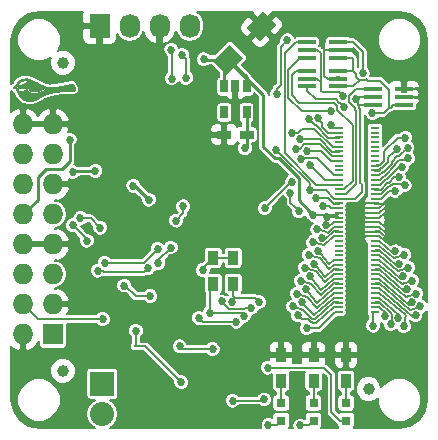
<source format=gtl>
G04 #@! TF.FileFunction,Copper,L1,Top,Signal*
%FSLAX46Y46*%
G04 Gerber Fmt 4.6, Leading zero omitted, Abs format (unit mm)*
G04 Created by KiCad (PCBNEW 4.0.1-stable) date Tuesday, April 12, 2016 'PMt' 11:02:27 PM*
%MOMM*%
G01*
G04 APERTURE LIST*
%ADD10C,0.100000*%
%ADD11C,0.010000*%
%ADD12R,1.501140X0.398780*%
%ADD13R,1.200000X0.750000*%
%ADD14R,0.797560X0.797560*%
%ADD15R,1.727200X1.727200*%
%ADD16O,1.727200X1.727200*%
%ADD17R,2.032000X2.032000*%
%ADD18O,2.032000X2.032000*%
%ADD19R,0.900000X1.200000*%
%ADD20R,0.650000X1.060000*%
%ADD21R,1.727200X2.032000*%
%ADD22O,1.727200X2.032000*%
%ADD23R,0.700000X0.200000*%
%ADD24C,1.000000*%
%ADD25C,0.685800*%
%ADD26C,0.685801*%
%ADD27C,0.152400*%
%ADD28C,0.254000*%
G04 APERTURE END LIST*
D10*
D11*
G36*
X131647890Y-96018476D02*
X131669607Y-96018821D01*
X131688555Y-96019540D01*
X131705765Y-96020719D01*
X131722270Y-96022441D01*
X131739101Y-96024790D01*
X131757292Y-96027850D01*
X131772352Y-96030645D01*
X131812711Y-96039396D01*
X131854606Y-96050414D01*
X131896059Y-96063125D01*
X131935093Y-96076957D01*
X131942895Y-96079990D01*
X131972503Y-96091780D01*
X132001560Y-96103531D01*
X132030332Y-96115368D01*
X132059083Y-96127414D01*
X132088081Y-96139793D01*
X132117591Y-96152628D01*
X132147879Y-96166043D01*
X132179210Y-96180162D01*
X132211851Y-96195109D01*
X132246067Y-96211008D01*
X132282124Y-96227981D01*
X132320288Y-96246153D01*
X132360824Y-96265648D01*
X132403999Y-96286589D01*
X132450078Y-96309100D01*
X132499327Y-96333305D01*
X132552013Y-96359327D01*
X132608399Y-96387290D01*
X132668754Y-96417318D01*
X132684333Y-96425083D01*
X132736341Y-96450963D01*
X132784400Y-96474774D01*
X132828855Y-96496675D01*
X132870050Y-96516825D01*
X132908331Y-96535383D01*
X132944043Y-96552509D01*
X132977531Y-96568361D01*
X133009140Y-96583099D01*
X133039214Y-96596882D01*
X133068099Y-96609869D01*
X133096140Y-96622221D01*
X133123682Y-96634095D01*
X133151069Y-96645651D01*
X133178648Y-96657048D01*
X133206761Y-96668446D01*
X133235756Y-96680004D01*
X133241784Y-96682386D01*
X133259241Y-96689341D01*
X133275202Y-96695833D01*
X133289121Y-96701627D01*
X133300450Y-96706492D01*
X133308645Y-96710195D01*
X133313158Y-96712503D01*
X133313869Y-96713075D01*
X133312563Y-96715832D01*
X133308180Y-96721251D01*
X133301270Y-96728795D01*
X133292385Y-96737924D01*
X133282075Y-96748099D01*
X133270890Y-96758782D01*
X133259380Y-96769433D01*
X133248096Y-96779515D01*
X133237588Y-96788487D01*
X133233204Y-96792062D01*
X133182211Y-96830188D01*
X133126855Y-96866379D01*
X133067225Y-96900598D01*
X133003406Y-96932810D01*
X132935487Y-96962978D01*
X132863555Y-96991066D01*
X132787696Y-97017040D01*
X132707998Y-97040862D01*
X132624549Y-97062496D01*
X132537435Y-97081907D01*
X132523467Y-97084744D01*
X132463669Y-97095927D01*
X132407688Y-97104711D01*
X132355154Y-97111122D01*
X132305698Y-97115187D01*
X132258950Y-97116931D01*
X132214542Y-97116382D01*
X132172103Y-97113567D01*
X132152375Y-97111425D01*
X132107479Y-97104163D01*
X132066093Y-97093835D01*
X132028274Y-97080475D01*
X131994079Y-97064116D01*
X131963565Y-97044792D01*
X131936788Y-97022535D01*
X131913805Y-96997379D01*
X131894673Y-96969357D01*
X131887520Y-96956186D01*
X131878869Y-96937070D01*
X131871870Y-96916992D01*
X131866258Y-96894947D01*
X131861770Y-96869928D01*
X131858778Y-96846810D01*
X131857017Y-96831104D01*
X131809847Y-96826992D01*
X131795104Y-96825714D01*
X131781916Y-96824583D01*
X131771079Y-96823667D01*
X131763388Y-96823033D01*
X131759639Y-96822747D01*
X131759510Y-96822741D01*
X131757469Y-96821313D01*
X131757773Y-96820286D01*
X131756528Y-96819251D01*
X131751914Y-96818987D01*
X131745321Y-96819379D01*
X131738137Y-96820312D01*
X131731751Y-96821672D01*
X131728810Y-96822675D01*
X131725033Y-96823715D01*
X131717280Y-96825402D01*
X131706345Y-96827577D01*
X131693022Y-96830085D01*
X131678107Y-96832768D01*
X131674381Y-96833420D01*
X131618505Y-96842682D01*
X131565420Y-96850481D01*
X131513382Y-96857048D01*
X131460652Y-96862618D01*
X131444571Y-96864116D01*
X131429191Y-96865209D01*
X131410536Y-96866055D01*
X131389533Y-96866653D01*
X131367109Y-96867003D01*
X131344192Y-96867105D01*
X131321706Y-96866958D01*
X131300581Y-96866562D01*
X131281741Y-96865917D01*
X131266114Y-96865022D01*
X131257095Y-96864190D01*
X131207156Y-96857570D01*
X131158568Y-96849418D01*
X131110046Y-96839468D01*
X131060304Y-96827450D01*
X131008055Y-96813096D01*
X130997445Y-96809996D01*
X130981948Y-96805341D01*
X130970529Y-96801674D01*
X130962586Y-96798756D01*
X130957514Y-96796346D01*
X130954714Y-96794204D01*
X130953722Y-96792578D01*
X130953066Y-96789072D01*
X130951989Y-96781328D01*
X130950557Y-96769920D01*
X130948841Y-96755422D01*
X130946906Y-96738409D01*
X130944823Y-96719456D01*
X130942704Y-96699582D01*
X130940241Y-96675806D01*
X130938316Y-96656429D01*
X130936901Y-96641043D01*
X130935968Y-96629244D01*
X130935489Y-96620623D01*
X130935436Y-96614776D01*
X130935783Y-96611294D01*
X130936500Y-96609773D01*
X130936565Y-96609728D01*
X130940819Y-96608159D01*
X130947571Y-96606623D01*
X130949605Y-96606280D01*
X130957317Y-96604889D01*
X130969009Y-96602518D01*
X130983961Y-96599332D01*
X131001451Y-96595495D01*
X131020760Y-96591171D01*
X131041165Y-96586523D01*
X131061946Y-96581716D01*
X131082383Y-96576914D01*
X131101754Y-96572280D01*
X131119339Y-96567979D01*
X131132514Y-96564664D01*
X131202888Y-96545903D01*
X131268710Y-96526815D01*
X131330260Y-96507305D01*
X131387819Y-96487280D01*
X131441666Y-96466646D01*
X131492082Y-96445309D01*
X131500210Y-96441661D01*
X131548672Y-96418036D01*
X131598023Y-96390787D01*
X131647083Y-96360663D01*
X131694673Y-96328417D01*
X131739616Y-96294797D01*
X131769933Y-96269939D01*
X131782045Y-96259405D01*
X131794616Y-96248151D01*
X131807155Y-96236653D01*
X131819170Y-96225384D01*
X131830171Y-96214818D01*
X131839665Y-96205429D01*
X131847161Y-96197691D01*
X131852168Y-96192077D01*
X131854194Y-96189062D01*
X131854151Y-96188738D01*
X131850610Y-96186991D01*
X131843091Y-96184332D01*
X131832321Y-96180973D01*
X131819025Y-96177129D01*
X131803931Y-96173015D01*
X131787765Y-96168845D01*
X131780819Y-96167125D01*
X131732885Y-96157245D01*
X131684747Y-96151066D01*
X131635937Y-96148600D01*
X131585987Y-96149860D01*
X131534427Y-96154857D01*
X131480790Y-96163605D01*
X131424605Y-96176115D01*
X131423269Y-96176449D01*
X131366150Y-96192728D01*
X131311384Y-96212221D01*
X131259173Y-96234771D01*
X131209722Y-96260220D01*
X131163232Y-96288411D01*
X131119907Y-96319186D01*
X131079950Y-96352388D01*
X131043562Y-96387858D01*
X131010948Y-96425440D01*
X130982311Y-96464977D01*
X130957852Y-96506309D01*
X130937775Y-96549281D01*
X130935373Y-96555296D01*
X130927804Y-96574648D01*
X130826354Y-96671202D01*
X130807831Y-96688846D01*
X130790380Y-96705497D01*
X130774311Y-96720857D01*
X130759936Y-96734627D01*
X130747566Y-96746508D01*
X130737512Y-96756202D01*
X130730085Y-96763409D01*
X130725596Y-96767832D01*
X130724324Y-96769174D01*
X130726351Y-96770404D01*
X130732387Y-96773401D01*
X130742016Y-96777971D01*
X130754824Y-96783924D01*
X130770395Y-96791069D01*
X130788314Y-96799213D01*
X130808164Y-96808165D01*
X130829531Y-96817735D01*
X130834640Y-96820013D01*
X130945536Y-96869436D01*
X130957083Y-96910728D01*
X130962641Y-96929900D01*
X130969390Y-96952059D01*
X130976912Y-96975919D01*
X130984791Y-97000195D01*
X130992611Y-97023602D01*
X130999953Y-97044855D01*
X131006122Y-97061919D01*
X131009858Y-97071304D01*
X131012957Y-97077115D01*
X131016150Y-97080417D01*
X131020055Y-97082241D01*
X131025062Y-97083040D01*
X131034196Y-97083683D01*
X131046750Y-97084172D01*
X131062014Y-97084507D01*
X131079280Y-97084690D01*
X131097842Y-97084724D01*
X131116989Y-97084608D01*
X131136014Y-97084345D01*
X131154209Y-97083937D01*
X131170866Y-97083384D01*
X131185276Y-97082689D01*
X131196619Y-97081863D01*
X131308351Y-97069774D01*
X131376838Y-97060603D01*
X131406132Y-97056189D01*
X131431379Y-97051868D01*
X131453360Y-97047428D01*
X131472857Y-97042653D01*
X131490651Y-97037331D01*
X131507523Y-97031246D01*
X131524255Y-97024184D01*
X131541628Y-97015933D01*
X131543752Y-97014873D01*
X131582076Y-96993252D01*
X131619659Y-96967307D01*
X131655869Y-96937553D01*
X131690073Y-96904502D01*
X131717363Y-96873880D01*
X131730019Y-96858635D01*
X131730019Y-96866987D01*
X131730712Y-96877188D01*
X131732625Y-96890800D01*
X131735512Y-96906624D01*
X131739127Y-96923462D01*
X131743222Y-96940114D01*
X131747550Y-96955381D01*
X131749405Y-96961173D01*
X131765445Y-97001904D01*
X131785322Y-97039716D01*
X131808978Y-97074558D01*
X131836350Y-97106374D01*
X131867380Y-97135111D01*
X131902006Y-97160717D01*
X131940168Y-97183137D01*
X131981805Y-97202319D01*
X132026857Y-97218209D01*
X132046914Y-97223923D01*
X132082741Y-97232339D01*
X132119615Y-97238721D01*
X132158407Y-97243166D01*
X132199988Y-97245775D01*
X132245228Y-97246646D01*
X132246486Y-97246647D01*
X132281578Y-97246229D01*
X132315663Y-97244929D01*
X132349533Y-97242658D01*
X132383982Y-97239326D01*
X132419803Y-97234845D01*
X132457790Y-97229126D01*
X132498735Y-97222080D01*
X132543433Y-97213618D01*
X132546448Y-97213025D01*
X132631094Y-97194934D01*
X132713037Y-97174615D01*
X132792112Y-97152142D01*
X132868153Y-97127591D01*
X132940995Y-97101036D01*
X133010474Y-97072553D01*
X133076424Y-97042216D01*
X133138680Y-97010101D01*
X133197077Y-96976282D01*
X133251450Y-96940834D01*
X133301633Y-96903833D01*
X133347462Y-96865352D01*
X133379810Y-96834632D01*
X133390875Y-96823214D01*
X133402189Y-96811029D01*
X133412638Y-96799311D01*
X133421104Y-96789294D01*
X133423352Y-96786469D01*
X133430273Y-96777594D01*
X133436408Y-96769754D01*
X133440943Y-96763989D01*
X133442705Y-96761775D01*
X133444587Y-96759749D01*
X133446870Y-96758686D01*
X133450577Y-96758591D01*
X133456727Y-96759470D01*
X133466345Y-96761329D01*
X133469314Y-96761929D01*
X133540473Y-96773886D01*
X133612069Y-96781051D01*
X133684224Y-96783432D01*
X133757057Y-96781035D01*
X133768067Y-96780262D01*
X133825880Y-96775415D01*
X133888159Y-96769221D01*
X133954730Y-96761710D01*
X134025420Y-96752912D01*
X134100056Y-96742858D01*
X134178464Y-96731576D01*
X134260473Y-96719097D01*
X134345908Y-96705450D01*
X134434598Y-96690667D01*
X134526368Y-96674776D01*
X134621045Y-96657808D01*
X134718458Y-96639792D01*
X134818432Y-96620758D01*
X134920795Y-96600737D01*
X135025373Y-96579759D01*
X135131995Y-96557852D01*
X135240485Y-96535048D01*
X135350672Y-96511376D01*
X135455352Y-96488423D01*
X135485862Y-96481666D01*
X135512069Y-96475983D01*
X135534406Y-96471466D01*
X135553307Y-96468208D01*
X135569208Y-96466300D01*
X135582541Y-96465835D01*
X135593740Y-96466905D01*
X135603240Y-96469603D01*
X135611475Y-96474020D01*
X135618879Y-96480249D01*
X135625886Y-96488382D01*
X135632929Y-96498511D01*
X135640443Y-96510729D01*
X135648862Y-96525128D01*
X135651797Y-96530174D01*
X135677352Y-96575278D01*
X135701306Y-96620021D01*
X135723386Y-96663833D01*
X135743323Y-96706142D01*
X135760844Y-96746379D01*
X135775680Y-96783973D01*
X135785187Y-96811018D01*
X135795789Y-96846958D01*
X135803137Y-96880498D01*
X135807251Y-96911481D01*
X135808150Y-96939750D01*
X135805853Y-96965150D01*
X135800378Y-96987523D01*
X135791744Y-97006713D01*
X135779969Y-97022563D01*
X135765074Y-97034917D01*
X135757857Y-97039043D01*
X135750908Y-97042306D01*
X135743331Y-97045302D01*
X135734879Y-97048051D01*
X135725307Y-97050572D01*
X135714372Y-97052884D01*
X135701826Y-97055007D01*
X135687427Y-97056960D01*
X135670927Y-97058761D01*
X135652084Y-97060431D01*
X135630650Y-97061989D01*
X135606383Y-97063454D01*
X135579035Y-97064845D01*
X135548363Y-97066181D01*
X135514121Y-97067483D01*
X135476065Y-97068769D01*
X135433949Y-97070058D01*
X135387529Y-97071370D01*
X135336558Y-97072724D01*
X135327143Y-97072967D01*
X135243433Y-97075256D01*
X135164179Y-97077711D01*
X135088999Y-97080352D01*
X135017513Y-97083202D01*
X134949340Y-97086281D01*
X134884099Y-97089609D01*
X134821411Y-97093209D01*
X134760893Y-97097101D01*
X134702165Y-97101306D01*
X134644847Y-97105846D01*
X134588558Y-97110740D01*
X134532917Y-97116011D01*
X134514343Y-97117866D01*
X134426092Y-97127350D01*
X134340744Y-97137702D01*
X134257787Y-97149038D01*
X134176707Y-97161474D01*
X134096991Y-97175127D01*
X134018125Y-97190112D01*
X133939598Y-97206546D01*
X133860894Y-97224545D01*
X133781502Y-97244225D01*
X133700908Y-97265703D01*
X133618599Y-97289095D01*
X133534062Y-97314516D01*
X133446783Y-97342083D01*
X133356249Y-97371912D01*
X133284257Y-97396406D01*
X133250067Y-97408412D01*
X133217474Y-97420361D01*
X133186018Y-97432474D01*
X133155241Y-97444971D01*
X133124683Y-97458070D01*
X133093886Y-97471991D01*
X133062390Y-97486955D01*
X133029736Y-97503180D01*
X132995466Y-97520887D01*
X132959120Y-97540295D01*
X132920239Y-97561623D01*
X132878365Y-97585092D01*
X132833038Y-97610920D01*
X132818590Y-97619224D01*
X132778393Y-97642353D01*
X132742070Y-97663218D01*
X132709315Y-97681989D01*
X132679820Y-97698834D01*
X132653279Y-97713923D01*
X132629386Y-97727425D01*
X132607832Y-97739510D01*
X132588311Y-97750347D01*
X132570516Y-97760105D01*
X132554140Y-97768953D01*
X132538876Y-97777061D01*
X132524417Y-97784598D01*
X132510457Y-97791734D01*
X132496687Y-97798637D01*
X132482802Y-97805478D01*
X132468494Y-97812425D01*
X132467239Y-97813031D01*
X132420995Y-97834588D01*
X132377371Y-97853276D01*
X132335428Y-97869365D01*
X132294223Y-97883123D01*
X132252818Y-97894819D01*
X132210270Y-97904722D01*
X132165639Y-97913101D01*
X132117985Y-97920226D01*
X132073524Y-97925592D01*
X132045419Y-97928170D01*
X132013913Y-97930200D01*
X131980417Y-97931643D01*
X131946340Y-97932463D01*
X131913094Y-97932622D01*
X131882088Y-97932082D01*
X131861857Y-97931234D01*
X131807311Y-97926679D01*
X131752141Y-97919053D01*
X131697162Y-97908561D01*
X131643189Y-97895409D01*
X131591036Y-97879801D01*
X131541518Y-97861941D01*
X131495451Y-97842036D01*
X131483034Y-97836000D01*
X131427505Y-97805655D01*
X131373181Y-97770709D01*
X131320159Y-97731270D01*
X131268534Y-97687446D01*
X131218402Y-97639345D01*
X131169859Y-97587076D01*
X131123001Y-97530746D01*
X131077924Y-97470465D01*
X131034723Y-97406339D01*
X130993495Y-97338477D01*
X130954335Y-97266987D01*
X130923415Y-97204852D01*
X130910840Y-97177482D01*
X130898757Y-97149118D01*
X130886818Y-97118873D01*
X130874676Y-97085861D01*
X130861984Y-97049197D01*
X130859005Y-97040315D01*
X130853746Y-97024237D01*
X130848189Y-97006690D01*
X130842577Y-96988490D01*
X130837149Y-96970456D01*
X130832149Y-96953405D01*
X130827818Y-96938156D01*
X130824397Y-96925525D01*
X130822129Y-96916330D01*
X130821573Y-96913669D01*
X130820086Y-96905741D01*
X130679779Y-96849122D01*
X130655107Y-96839148D01*
X130631788Y-96829687D01*
X130610205Y-96820897D01*
X130590741Y-96812934D01*
X130573781Y-96805958D01*
X130559707Y-96800125D01*
X130548904Y-96795595D01*
X130541754Y-96792524D01*
X130538641Y-96791070D01*
X130538539Y-96790993D01*
X130540144Y-96789176D01*
X130545082Y-96784406D01*
X130553071Y-96776941D01*
X130563825Y-96767039D01*
X130577061Y-96754960D01*
X130592494Y-96740962D01*
X130609841Y-96725303D01*
X130628816Y-96708243D01*
X130649137Y-96690039D01*
X130666539Y-96674499D01*
X130691236Y-96652467D01*
X130712571Y-96633409D01*
X130730798Y-96617080D01*
X130746170Y-96603239D01*
X130758940Y-96591642D01*
X130769361Y-96582046D01*
X130777686Y-96574209D01*
X130784169Y-96567887D01*
X130789062Y-96562839D01*
X130792619Y-96558820D01*
X130795092Y-96555588D01*
X130796736Y-96552901D01*
X130797802Y-96550515D01*
X130798545Y-96548187D01*
X130798671Y-96547730D01*
X130803066Y-96533639D01*
X130809307Y-96516530D01*
X130816899Y-96497617D01*
X130825342Y-96478114D01*
X130834141Y-96459235D01*
X130838663Y-96450123D01*
X130860913Y-96410208D01*
X130886441Y-96371722D01*
X130915714Y-96334028D01*
X130949199Y-96296488D01*
X130958212Y-96287125D01*
X130996275Y-96250413D01*
X131035552Y-96217167D01*
X131076870Y-96186793D01*
X131121052Y-96158696D01*
X131168924Y-96132283D01*
X131183314Y-96125002D01*
X131229980Y-96103147D01*
X131276618Y-96084060D01*
X131324071Y-96067485D01*
X131373182Y-96053166D01*
X131424792Y-96040846D01*
X131479745Y-96030269D01*
X131511609Y-96025116D01*
X131525211Y-96023114D01*
X131537093Y-96021560D01*
X131548213Y-96020397D01*
X131559528Y-96019566D01*
X131571995Y-96019011D01*
X131586570Y-96018672D01*
X131604211Y-96018493D01*
X131622371Y-96018423D01*
X131647890Y-96018476D01*
X131647890Y-96018476D01*
G37*
X131647890Y-96018476D02*
X131669607Y-96018821D01*
X131688555Y-96019540D01*
X131705765Y-96020719D01*
X131722270Y-96022441D01*
X131739101Y-96024790D01*
X131757292Y-96027850D01*
X131772352Y-96030645D01*
X131812711Y-96039396D01*
X131854606Y-96050414D01*
X131896059Y-96063125D01*
X131935093Y-96076957D01*
X131942895Y-96079990D01*
X131972503Y-96091780D01*
X132001560Y-96103531D01*
X132030332Y-96115368D01*
X132059083Y-96127414D01*
X132088081Y-96139793D01*
X132117591Y-96152628D01*
X132147879Y-96166043D01*
X132179210Y-96180162D01*
X132211851Y-96195109D01*
X132246067Y-96211008D01*
X132282124Y-96227981D01*
X132320288Y-96246153D01*
X132360824Y-96265648D01*
X132403999Y-96286589D01*
X132450078Y-96309100D01*
X132499327Y-96333305D01*
X132552013Y-96359327D01*
X132608399Y-96387290D01*
X132668754Y-96417318D01*
X132684333Y-96425083D01*
X132736341Y-96450963D01*
X132784400Y-96474774D01*
X132828855Y-96496675D01*
X132870050Y-96516825D01*
X132908331Y-96535383D01*
X132944043Y-96552509D01*
X132977531Y-96568361D01*
X133009140Y-96583099D01*
X133039214Y-96596882D01*
X133068099Y-96609869D01*
X133096140Y-96622221D01*
X133123682Y-96634095D01*
X133151069Y-96645651D01*
X133178648Y-96657048D01*
X133206761Y-96668446D01*
X133235756Y-96680004D01*
X133241784Y-96682386D01*
X133259241Y-96689341D01*
X133275202Y-96695833D01*
X133289121Y-96701627D01*
X133300450Y-96706492D01*
X133308645Y-96710195D01*
X133313158Y-96712503D01*
X133313869Y-96713075D01*
X133312563Y-96715832D01*
X133308180Y-96721251D01*
X133301270Y-96728795D01*
X133292385Y-96737924D01*
X133282075Y-96748099D01*
X133270890Y-96758782D01*
X133259380Y-96769433D01*
X133248096Y-96779515D01*
X133237588Y-96788487D01*
X133233204Y-96792062D01*
X133182211Y-96830188D01*
X133126855Y-96866379D01*
X133067225Y-96900598D01*
X133003406Y-96932810D01*
X132935487Y-96962978D01*
X132863555Y-96991066D01*
X132787696Y-97017040D01*
X132707998Y-97040862D01*
X132624549Y-97062496D01*
X132537435Y-97081907D01*
X132523467Y-97084744D01*
X132463669Y-97095927D01*
X132407688Y-97104711D01*
X132355154Y-97111122D01*
X132305698Y-97115187D01*
X132258950Y-97116931D01*
X132214542Y-97116382D01*
X132172103Y-97113567D01*
X132152375Y-97111425D01*
X132107479Y-97104163D01*
X132066093Y-97093835D01*
X132028274Y-97080475D01*
X131994079Y-97064116D01*
X131963565Y-97044792D01*
X131936788Y-97022535D01*
X131913805Y-96997379D01*
X131894673Y-96969357D01*
X131887520Y-96956186D01*
X131878869Y-96937070D01*
X131871870Y-96916992D01*
X131866258Y-96894947D01*
X131861770Y-96869928D01*
X131858778Y-96846810D01*
X131857017Y-96831104D01*
X131809847Y-96826992D01*
X131795104Y-96825714D01*
X131781916Y-96824583D01*
X131771079Y-96823667D01*
X131763388Y-96823033D01*
X131759639Y-96822747D01*
X131759510Y-96822741D01*
X131757469Y-96821313D01*
X131757773Y-96820286D01*
X131756528Y-96819251D01*
X131751914Y-96818987D01*
X131745321Y-96819379D01*
X131738137Y-96820312D01*
X131731751Y-96821672D01*
X131728810Y-96822675D01*
X131725033Y-96823715D01*
X131717280Y-96825402D01*
X131706345Y-96827577D01*
X131693022Y-96830085D01*
X131678107Y-96832768D01*
X131674381Y-96833420D01*
X131618505Y-96842682D01*
X131565420Y-96850481D01*
X131513382Y-96857048D01*
X131460652Y-96862618D01*
X131444571Y-96864116D01*
X131429191Y-96865209D01*
X131410536Y-96866055D01*
X131389533Y-96866653D01*
X131367109Y-96867003D01*
X131344192Y-96867105D01*
X131321706Y-96866958D01*
X131300581Y-96866562D01*
X131281741Y-96865917D01*
X131266114Y-96865022D01*
X131257095Y-96864190D01*
X131207156Y-96857570D01*
X131158568Y-96849418D01*
X131110046Y-96839468D01*
X131060304Y-96827450D01*
X131008055Y-96813096D01*
X130997445Y-96809996D01*
X130981948Y-96805341D01*
X130970529Y-96801674D01*
X130962586Y-96798756D01*
X130957514Y-96796346D01*
X130954714Y-96794204D01*
X130953722Y-96792578D01*
X130953066Y-96789072D01*
X130951989Y-96781328D01*
X130950557Y-96769920D01*
X130948841Y-96755422D01*
X130946906Y-96738409D01*
X130944823Y-96719456D01*
X130942704Y-96699582D01*
X130940241Y-96675806D01*
X130938316Y-96656429D01*
X130936901Y-96641043D01*
X130935968Y-96629244D01*
X130935489Y-96620623D01*
X130935436Y-96614776D01*
X130935783Y-96611294D01*
X130936500Y-96609773D01*
X130936565Y-96609728D01*
X130940819Y-96608159D01*
X130947571Y-96606623D01*
X130949605Y-96606280D01*
X130957317Y-96604889D01*
X130969009Y-96602518D01*
X130983961Y-96599332D01*
X131001451Y-96595495D01*
X131020760Y-96591171D01*
X131041165Y-96586523D01*
X131061946Y-96581716D01*
X131082383Y-96576914D01*
X131101754Y-96572280D01*
X131119339Y-96567979D01*
X131132514Y-96564664D01*
X131202888Y-96545903D01*
X131268710Y-96526815D01*
X131330260Y-96507305D01*
X131387819Y-96487280D01*
X131441666Y-96466646D01*
X131492082Y-96445309D01*
X131500210Y-96441661D01*
X131548672Y-96418036D01*
X131598023Y-96390787D01*
X131647083Y-96360663D01*
X131694673Y-96328417D01*
X131739616Y-96294797D01*
X131769933Y-96269939D01*
X131782045Y-96259405D01*
X131794616Y-96248151D01*
X131807155Y-96236653D01*
X131819170Y-96225384D01*
X131830171Y-96214818D01*
X131839665Y-96205429D01*
X131847161Y-96197691D01*
X131852168Y-96192077D01*
X131854194Y-96189062D01*
X131854151Y-96188738D01*
X131850610Y-96186991D01*
X131843091Y-96184332D01*
X131832321Y-96180973D01*
X131819025Y-96177129D01*
X131803931Y-96173015D01*
X131787765Y-96168845D01*
X131780819Y-96167125D01*
X131732885Y-96157245D01*
X131684747Y-96151066D01*
X131635937Y-96148600D01*
X131585987Y-96149860D01*
X131534427Y-96154857D01*
X131480790Y-96163605D01*
X131424605Y-96176115D01*
X131423269Y-96176449D01*
X131366150Y-96192728D01*
X131311384Y-96212221D01*
X131259173Y-96234771D01*
X131209722Y-96260220D01*
X131163232Y-96288411D01*
X131119907Y-96319186D01*
X131079950Y-96352388D01*
X131043562Y-96387858D01*
X131010948Y-96425440D01*
X130982311Y-96464977D01*
X130957852Y-96506309D01*
X130937775Y-96549281D01*
X130935373Y-96555296D01*
X130927804Y-96574648D01*
X130826354Y-96671202D01*
X130807831Y-96688846D01*
X130790380Y-96705497D01*
X130774311Y-96720857D01*
X130759936Y-96734627D01*
X130747566Y-96746508D01*
X130737512Y-96756202D01*
X130730085Y-96763409D01*
X130725596Y-96767832D01*
X130724324Y-96769174D01*
X130726351Y-96770404D01*
X130732387Y-96773401D01*
X130742016Y-96777971D01*
X130754824Y-96783924D01*
X130770395Y-96791069D01*
X130788314Y-96799213D01*
X130808164Y-96808165D01*
X130829531Y-96817735D01*
X130834640Y-96820013D01*
X130945536Y-96869436D01*
X130957083Y-96910728D01*
X130962641Y-96929900D01*
X130969390Y-96952059D01*
X130976912Y-96975919D01*
X130984791Y-97000195D01*
X130992611Y-97023602D01*
X130999953Y-97044855D01*
X131006122Y-97061919D01*
X131009858Y-97071304D01*
X131012957Y-97077115D01*
X131016150Y-97080417D01*
X131020055Y-97082241D01*
X131025062Y-97083040D01*
X131034196Y-97083683D01*
X131046750Y-97084172D01*
X131062014Y-97084507D01*
X131079280Y-97084690D01*
X131097842Y-97084724D01*
X131116989Y-97084608D01*
X131136014Y-97084345D01*
X131154209Y-97083937D01*
X131170866Y-97083384D01*
X131185276Y-97082689D01*
X131196619Y-97081863D01*
X131308351Y-97069774D01*
X131376838Y-97060603D01*
X131406132Y-97056189D01*
X131431379Y-97051868D01*
X131453360Y-97047428D01*
X131472857Y-97042653D01*
X131490651Y-97037331D01*
X131507523Y-97031246D01*
X131524255Y-97024184D01*
X131541628Y-97015933D01*
X131543752Y-97014873D01*
X131582076Y-96993252D01*
X131619659Y-96967307D01*
X131655869Y-96937553D01*
X131690073Y-96904502D01*
X131717363Y-96873880D01*
X131730019Y-96858635D01*
X131730019Y-96866987D01*
X131730712Y-96877188D01*
X131732625Y-96890800D01*
X131735512Y-96906624D01*
X131739127Y-96923462D01*
X131743222Y-96940114D01*
X131747550Y-96955381D01*
X131749405Y-96961173D01*
X131765445Y-97001904D01*
X131785322Y-97039716D01*
X131808978Y-97074558D01*
X131836350Y-97106374D01*
X131867380Y-97135111D01*
X131902006Y-97160717D01*
X131940168Y-97183137D01*
X131981805Y-97202319D01*
X132026857Y-97218209D01*
X132046914Y-97223923D01*
X132082741Y-97232339D01*
X132119615Y-97238721D01*
X132158407Y-97243166D01*
X132199988Y-97245775D01*
X132245228Y-97246646D01*
X132246486Y-97246647D01*
X132281578Y-97246229D01*
X132315663Y-97244929D01*
X132349533Y-97242658D01*
X132383982Y-97239326D01*
X132419803Y-97234845D01*
X132457790Y-97229126D01*
X132498735Y-97222080D01*
X132543433Y-97213618D01*
X132546448Y-97213025D01*
X132631094Y-97194934D01*
X132713037Y-97174615D01*
X132792112Y-97152142D01*
X132868153Y-97127591D01*
X132940995Y-97101036D01*
X133010474Y-97072553D01*
X133076424Y-97042216D01*
X133138680Y-97010101D01*
X133197077Y-96976282D01*
X133251450Y-96940834D01*
X133301633Y-96903833D01*
X133347462Y-96865352D01*
X133379810Y-96834632D01*
X133390875Y-96823214D01*
X133402189Y-96811029D01*
X133412638Y-96799311D01*
X133421104Y-96789294D01*
X133423352Y-96786469D01*
X133430273Y-96777594D01*
X133436408Y-96769754D01*
X133440943Y-96763989D01*
X133442705Y-96761775D01*
X133444587Y-96759749D01*
X133446870Y-96758686D01*
X133450577Y-96758591D01*
X133456727Y-96759470D01*
X133466345Y-96761329D01*
X133469314Y-96761929D01*
X133540473Y-96773886D01*
X133612069Y-96781051D01*
X133684224Y-96783432D01*
X133757057Y-96781035D01*
X133768067Y-96780262D01*
X133825880Y-96775415D01*
X133888159Y-96769221D01*
X133954730Y-96761710D01*
X134025420Y-96752912D01*
X134100056Y-96742858D01*
X134178464Y-96731576D01*
X134260473Y-96719097D01*
X134345908Y-96705450D01*
X134434598Y-96690667D01*
X134526368Y-96674776D01*
X134621045Y-96657808D01*
X134718458Y-96639792D01*
X134818432Y-96620758D01*
X134920795Y-96600737D01*
X135025373Y-96579759D01*
X135131995Y-96557852D01*
X135240485Y-96535048D01*
X135350672Y-96511376D01*
X135455352Y-96488423D01*
X135485862Y-96481666D01*
X135512069Y-96475983D01*
X135534406Y-96471466D01*
X135553307Y-96468208D01*
X135569208Y-96466300D01*
X135582541Y-96465835D01*
X135593740Y-96466905D01*
X135603240Y-96469603D01*
X135611475Y-96474020D01*
X135618879Y-96480249D01*
X135625886Y-96488382D01*
X135632929Y-96498511D01*
X135640443Y-96510729D01*
X135648862Y-96525128D01*
X135651797Y-96530174D01*
X135677352Y-96575278D01*
X135701306Y-96620021D01*
X135723386Y-96663833D01*
X135743323Y-96706142D01*
X135760844Y-96746379D01*
X135775680Y-96783973D01*
X135785187Y-96811018D01*
X135795789Y-96846958D01*
X135803137Y-96880498D01*
X135807251Y-96911481D01*
X135808150Y-96939750D01*
X135805853Y-96965150D01*
X135800378Y-96987523D01*
X135791744Y-97006713D01*
X135779969Y-97022563D01*
X135765074Y-97034917D01*
X135757857Y-97039043D01*
X135750908Y-97042306D01*
X135743331Y-97045302D01*
X135734879Y-97048051D01*
X135725307Y-97050572D01*
X135714372Y-97052884D01*
X135701826Y-97055007D01*
X135687427Y-97056960D01*
X135670927Y-97058761D01*
X135652084Y-97060431D01*
X135630650Y-97061989D01*
X135606383Y-97063454D01*
X135579035Y-97064845D01*
X135548363Y-97066181D01*
X135514121Y-97067483D01*
X135476065Y-97068769D01*
X135433949Y-97070058D01*
X135387529Y-97071370D01*
X135336558Y-97072724D01*
X135327143Y-97072967D01*
X135243433Y-97075256D01*
X135164179Y-97077711D01*
X135088999Y-97080352D01*
X135017513Y-97083202D01*
X134949340Y-97086281D01*
X134884099Y-97089609D01*
X134821411Y-97093209D01*
X134760893Y-97097101D01*
X134702165Y-97101306D01*
X134644847Y-97105846D01*
X134588558Y-97110740D01*
X134532917Y-97116011D01*
X134514343Y-97117866D01*
X134426092Y-97127350D01*
X134340744Y-97137702D01*
X134257787Y-97149038D01*
X134176707Y-97161474D01*
X134096991Y-97175127D01*
X134018125Y-97190112D01*
X133939598Y-97206546D01*
X133860894Y-97224545D01*
X133781502Y-97244225D01*
X133700908Y-97265703D01*
X133618599Y-97289095D01*
X133534062Y-97314516D01*
X133446783Y-97342083D01*
X133356249Y-97371912D01*
X133284257Y-97396406D01*
X133250067Y-97408412D01*
X133217474Y-97420361D01*
X133186018Y-97432474D01*
X133155241Y-97444971D01*
X133124683Y-97458070D01*
X133093886Y-97471991D01*
X133062390Y-97486955D01*
X133029736Y-97503180D01*
X132995466Y-97520887D01*
X132959120Y-97540295D01*
X132920239Y-97561623D01*
X132878365Y-97585092D01*
X132833038Y-97610920D01*
X132818590Y-97619224D01*
X132778393Y-97642353D01*
X132742070Y-97663218D01*
X132709315Y-97681989D01*
X132679820Y-97698834D01*
X132653279Y-97713923D01*
X132629386Y-97727425D01*
X132607832Y-97739510D01*
X132588311Y-97750347D01*
X132570516Y-97760105D01*
X132554140Y-97768953D01*
X132538876Y-97777061D01*
X132524417Y-97784598D01*
X132510457Y-97791734D01*
X132496687Y-97798637D01*
X132482802Y-97805478D01*
X132468494Y-97812425D01*
X132467239Y-97813031D01*
X132420995Y-97834588D01*
X132377371Y-97853276D01*
X132335428Y-97869365D01*
X132294223Y-97883123D01*
X132252818Y-97894819D01*
X132210270Y-97904722D01*
X132165639Y-97913101D01*
X132117985Y-97920226D01*
X132073524Y-97925592D01*
X132045419Y-97928170D01*
X132013913Y-97930200D01*
X131980417Y-97931643D01*
X131946340Y-97932463D01*
X131913094Y-97932622D01*
X131882088Y-97932082D01*
X131861857Y-97931234D01*
X131807311Y-97926679D01*
X131752141Y-97919053D01*
X131697162Y-97908561D01*
X131643189Y-97895409D01*
X131591036Y-97879801D01*
X131541518Y-97861941D01*
X131495451Y-97842036D01*
X131483034Y-97836000D01*
X131427505Y-97805655D01*
X131373181Y-97770709D01*
X131320159Y-97731270D01*
X131268534Y-97687446D01*
X131218402Y-97639345D01*
X131169859Y-97587076D01*
X131123001Y-97530746D01*
X131077924Y-97470465D01*
X131034723Y-97406339D01*
X130993495Y-97338477D01*
X130954335Y-97266987D01*
X130923415Y-97204852D01*
X130910840Y-97177482D01*
X130898757Y-97149118D01*
X130886818Y-97118873D01*
X130874676Y-97085861D01*
X130861984Y-97049197D01*
X130859005Y-97040315D01*
X130853746Y-97024237D01*
X130848189Y-97006690D01*
X130842577Y-96988490D01*
X130837149Y-96970456D01*
X130832149Y-96953405D01*
X130827818Y-96938156D01*
X130824397Y-96925525D01*
X130822129Y-96916330D01*
X130821573Y-96913669D01*
X130820086Y-96905741D01*
X130679779Y-96849122D01*
X130655107Y-96839148D01*
X130631788Y-96829687D01*
X130610205Y-96820897D01*
X130590741Y-96812934D01*
X130573781Y-96805958D01*
X130559707Y-96800125D01*
X130548904Y-96795595D01*
X130541754Y-96792524D01*
X130538641Y-96791070D01*
X130538539Y-96790993D01*
X130540144Y-96789176D01*
X130545082Y-96784406D01*
X130553071Y-96776941D01*
X130563825Y-96767039D01*
X130577061Y-96754960D01*
X130592494Y-96740962D01*
X130609841Y-96725303D01*
X130628816Y-96708243D01*
X130649137Y-96690039D01*
X130666539Y-96674499D01*
X130691236Y-96652467D01*
X130712571Y-96633409D01*
X130730798Y-96617080D01*
X130746170Y-96603239D01*
X130758940Y-96591642D01*
X130769361Y-96582046D01*
X130777686Y-96574209D01*
X130784169Y-96567887D01*
X130789062Y-96562839D01*
X130792619Y-96558820D01*
X130795092Y-96555588D01*
X130796736Y-96552901D01*
X130797802Y-96550515D01*
X130798545Y-96548187D01*
X130798671Y-96547730D01*
X130803066Y-96533639D01*
X130809307Y-96516530D01*
X130816899Y-96497617D01*
X130825342Y-96478114D01*
X130834141Y-96459235D01*
X130838663Y-96450123D01*
X130860913Y-96410208D01*
X130886441Y-96371722D01*
X130915714Y-96334028D01*
X130949199Y-96296488D01*
X130958212Y-96287125D01*
X130996275Y-96250413D01*
X131035552Y-96217167D01*
X131076870Y-96186793D01*
X131121052Y-96158696D01*
X131168924Y-96132283D01*
X131183314Y-96125002D01*
X131229980Y-96103147D01*
X131276618Y-96084060D01*
X131324071Y-96067485D01*
X131373182Y-96053166D01*
X131424792Y-96040846D01*
X131479745Y-96030269D01*
X131511609Y-96025116D01*
X131525211Y-96023114D01*
X131537093Y-96021560D01*
X131548213Y-96020397D01*
X131559528Y-96019566D01*
X131571995Y-96019011D01*
X131586570Y-96018672D01*
X131604211Y-96018493D01*
X131622371Y-96018423D01*
X131647890Y-96018476D01*
D12*
X158080960Y-94250000D03*
X158080960Y-93599760D03*
X158080960Y-92949520D03*
X155419040Y-92949520D03*
X155419040Y-93599760D03*
X155419040Y-94250000D03*
X163661920Y-98250000D03*
X163661920Y-97599760D03*
X163661920Y-96949520D03*
X161000000Y-96949520D03*
X161000000Y-97599760D03*
X161000000Y-98250000D03*
X158080960Y-96700000D03*
X158080960Y-96049760D03*
X158080960Y-95399520D03*
X155419040Y-95399520D03*
X155419040Y-96049760D03*
X155419040Y-96700000D03*
D13*
X150325000Y-100775000D03*
X148425000Y-100775000D03*
D10*
G36*
X148619365Y-95701220D02*
X147487994Y-94569849D01*
X148902207Y-93155636D01*
X150033578Y-94287007D01*
X148619365Y-95701220D01*
X148619365Y-95701220D01*
G37*
G36*
X151447793Y-92872792D02*
X150316422Y-91741421D01*
X151730635Y-90327208D01*
X152862006Y-91458579D01*
X151447793Y-92872792D01*
X151447793Y-92872792D01*
G37*
D14*
X158750000Y-124999300D03*
X158750000Y-123500700D03*
X156000000Y-124998600D03*
X156000000Y-123500000D03*
X153250000Y-124999300D03*
X153250000Y-123500700D03*
D15*
X133940000Y-117685000D03*
D16*
X131400000Y-117685000D03*
X133940000Y-115145000D03*
X131400000Y-115145000D03*
X133940000Y-112605000D03*
X131400000Y-112605000D03*
X133940000Y-110065000D03*
X131400000Y-110065000D03*
X133940000Y-107525000D03*
X131400000Y-107525000D03*
X133940000Y-104985000D03*
X131400000Y-104985000D03*
X133940000Y-102445000D03*
X131400000Y-102445000D03*
X133940000Y-99905000D03*
X131400000Y-99905000D03*
D17*
X138100000Y-121875000D03*
D18*
X138100000Y-124415000D03*
D19*
X158750000Y-121600000D03*
X158750000Y-119400000D03*
X156000000Y-121600000D03*
X156000000Y-119400000D03*
X153250000Y-121600000D03*
X153250000Y-119400000D03*
D20*
X150325000Y-96700000D03*
X149375000Y-96700000D03*
X148425000Y-96700000D03*
X148425000Y-98900000D03*
X150325000Y-98900000D03*
D21*
X137875000Y-91575000D03*
D22*
X140415000Y-91575000D03*
X142955000Y-91575000D03*
X145495000Y-91575000D03*
D23*
X161190000Y-100200000D03*
X161190000Y-100600000D03*
X161190000Y-101000000D03*
X161190000Y-101400000D03*
X161190000Y-101800000D03*
X161190000Y-102200000D03*
X161190000Y-102600000D03*
X161190000Y-103000000D03*
X161190000Y-103400000D03*
X161190000Y-103800000D03*
X161190000Y-107800000D03*
X161190000Y-107400000D03*
X161190000Y-107000000D03*
X161190000Y-106600000D03*
X161190000Y-106200000D03*
X161190000Y-105800000D03*
X161190000Y-105400000D03*
X161190000Y-105000000D03*
X161190000Y-104600000D03*
X161190000Y-104200000D03*
X161190000Y-108200000D03*
X161190000Y-108600000D03*
X161190000Y-109000000D03*
X161190000Y-109400000D03*
X161190000Y-109800000D03*
X161190000Y-110200000D03*
X161190000Y-110600000D03*
X161190000Y-111000000D03*
X161190000Y-111400000D03*
X161190000Y-111800000D03*
X161190000Y-115800000D03*
X161190000Y-115400000D03*
X161190000Y-115000000D03*
X161190000Y-114600000D03*
X161190000Y-114200000D03*
X161190000Y-113800000D03*
X161190000Y-113400000D03*
X161190000Y-113000000D03*
X161190000Y-112600000D03*
X161190000Y-112200000D03*
X158110000Y-112200000D03*
X158110000Y-112600000D03*
X158110000Y-113000000D03*
X158110000Y-113400000D03*
X158110000Y-113800000D03*
X158110000Y-114200000D03*
X158110000Y-114600000D03*
X158110000Y-115000000D03*
X158110000Y-115400000D03*
X158110000Y-115800000D03*
X158110000Y-111800000D03*
X158110000Y-111400000D03*
X158110000Y-111000000D03*
X158110000Y-110600000D03*
X158110000Y-110200000D03*
X158110000Y-109800000D03*
X158110000Y-109400000D03*
X158110000Y-109000000D03*
X158110000Y-108600000D03*
X158110000Y-108200000D03*
X158110000Y-104200000D03*
X158110000Y-104600000D03*
X158110000Y-105000000D03*
X158110000Y-105400000D03*
X158110000Y-105800000D03*
X158110000Y-106200000D03*
X158110000Y-106600000D03*
X158110000Y-107000000D03*
X158110000Y-107400000D03*
X158110000Y-107800000D03*
X158110000Y-103800000D03*
X158110000Y-103400000D03*
X158110000Y-103000000D03*
X158110000Y-102600000D03*
X158110000Y-102200000D03*
X158110000Y-101800000D03*
X158110000Y-101400000D03*
X158110000Y-101000000D03*
X158110000Y-100600000D03*
X158110000Y-100200000D03*
D19*
X147500000Y-111200000D03*
X147500000Y-113400000D03*
X149200000Y-111200000D03*
X149200000Y-113400000D03*
D24*
X134775000Y-120775000D03*
X160650000Y-122325000D03*
X134775000Y-94700000D03*
D25*
X160975000Y-98944704D03*
X154756240Y-107277077D03*
X158578716Y-98401928D03*
X154038851Y-105675582D03*
X160153765Y-95567327D03*
D26*
X155674486Y-105485895D03*
D25*
X158450000Y-97525000D03*
X159600000Y-97775000D03*
X152840046Y-102034954D03*
X157452391Y-98810463D03*
X154127423Y-104807516D03*
X151850000Y-107025000D03*
X153775000Y-92800000D03*
X152875000Y-97375000D03*
X146600000Y-112250000D03*
X149150000Y-123300000D03*
X144800000Y-121750000D03*
X142850000Y-111650000D03*
X140950000Y-117400000D03*
X143908219Y-110334022D03*
X151800000Y-123200000D03*
X139950000Y-113550000D03*
X142150000Y-114450000D03*
X135600000Y-103950000D03*
X137500000Y-103850000D03*
X140729011Y-105107750D03*
X142050000Y-106275000D03*
X154875000Y-125400000D03*
X150183375Y-101908375D03*
X138333929Y-110196044D03*
X139400000Y-95600000D03*
X140550000Y-106950000D03*
X148050000Y-104575000D03*
X142475000Y-99500000D03*
X142475000Y-100800000D03*
X150225000Y-106050000D03*
D26*
X163404528Y-106229922D03*
X162579214Y-106491109D03*
X162993938Y-107218712D03*
X162237982Y-107581100D03*
X162237982Y-108419301D03*
X162993938Y-108781689D03*
X162579214Y-109509292D03*
X163335170Y-109871680D03*
D25*
X138150000Y-116400000D03*
X135350000Y-101200000D03*
X146700000Y-94400000D03*
D26*
X155950000Y-107550000D03*
D25*
X152100000Y-120500000D03*
D26*
X157149614Y-107746752D03*
X157062650Y-108419301D03*
X156306694Y-108781689D03*
X156721418Y-109509292D03*
X155965462Y-109871680D03*
D25*
X144650000Y-118700000D03*
X147457145Y-118926337D03*
X144350000Y-108050000D03*
X144950000Y-106850000D03*
X152175000Y-125325000D03*
X137917395Y-108656016D03*
X136250000Y-107850000D03*
D26*
X161045015Y-116945501D03*
D25*
X146300001Y-116300000D03*
X149431876Y-116601956D03*
D26*
X162035617Y-116147324D03*
X162511810Y-116834445D03*
X163166374Y-116308281D03*
X163642567Y-116995401D03*
X164626605Y-116049236D03*
X165041329Y-115321633D03*
X164285373Y-114959245D03*
X164700097Y-114231642D03*
X163944142Y-113869254D03*
X164358866Y-113141651D03*
X163602910Y-112779264D03*
X164017634Y-112051661D03*
X163261678Y-111689273D03*
X163676402Y-110961670D03*
X162920446Y-110599282D03*
X162921384Y-105544961D03*
X163708730Y-105081406D03*
X163217325Y-104402347D03*
X163475000Y-103500000D03*
X163975000Y-102775000D03*
X163950000Y-101900000D03*
X163044284Y-101951642D03*
X163749998Y-101050000D03*
X157430093Y-99948404D03*
X156405985Y-99405673D03*
X155570179Y-99469143D03*
X154162251Y-100612524D03*
X154807447Y-101167350D03*
X154527804Y-101961438D03*
X155444107Y-102173991D03*
X154959366Y-102854707D03*
X155698670Y-103352044D03*
X156202296Y-106133788D03*
X156792864Y-106831020D03*
X156380187Y-110599282D03*
X155624231Y-110961670D03*
X156038955Y-111689273D03*
X155282999Y-112051661D03*
X155697723Y-112779264D03*
X154941767Y-113141651D03*
X155356491Y-113869254D03*
X154600535Y-114231642D03*
X155015259Y-114959245D03*
X154259303Y-115321633D03*
X154674027Y-116049236D03*
X155425000Y-117175000D03*
D25*
X151358862Y-114963132D03*
X149064396Y-114914378D03*
X148200000Y-114900000D03*
X150686291Y-115459111D03*
X142801782Y-110431020D03*
X138300000Y-111632770D03*
X147207272Y-115846607D03*
X150099999Y-116100001D03*
X143950000Y-93600002D03*
X143975000Y-96025000D03*
X144833638Y-94030220D03*
X145175000Y-95974322D03*
X135599163Y-108449163D03*
X136800000Y-109750000D03*
X137700000Y-112300000D03*
X141985708Y-112066316D03*
D27*
X160403499Y-96146501D02*
X159900000Y-96146501D01*
X159900000Y-96146501D02*
X159850679Y-96146501D01*
X158080960Y-96700000D02*
X159346501Y-96700000D01*
X159346501Y-96700000D02*
X159900000Y-96146501D01*
X159323122Y-94326878D02*
X159246244Y-94250000D01*
X159246244Y-94250000D02*
X158080960Y-94250000D01*
X159323122Y-95399520D02*
X159323122Y-94326878D01*
X159850679Y-96146501D02*
X159591091Y-95886914D01*
X159591091Y-95886914D02*
X159591091Y-95667489D01*
X159591091Y-95667489D02*
X159323122Y-95399520D01*
X159323122Y-95399520D02*
X158080960Y-95399520D01*
X163661920Y-98250000D02*
X162758950Y-98250000D01*
X162508950Y-98500000D02*
X162375000Y-98500000D01*
X162758950Y-98250000D02*
X162508950Y-98500000D01*
X160975000Y-98944704D02*
X161930296Y-98944704D01*
X161930296Y-98944704D02*
X162375000Y-98500000D01*
X162375000Y-98500000D02*
X162375000Y-96963078D01*
X162375000Y-96963078D02*
X161608424Y-96196502D01*
X161608424Y-96196502D02*
X160625678Y-96196502D01*
X160625678Y-96196502D02*
X160514088Y-96084912D01*
X160514088Y-96084912D02*
X160465088Y-96084912D01*
X160465088Y-96084912D02*
X160403499Y-96146501D01*
X160403499Y-96146501D02*
X160249321Y-96146501D01*
X158461920Y-95249520D02*
X158611920Y-95399520D01*
X158611920Y-94261920D02*
X158600000Y-94250000D01*
X154038851Y-105675582D02*
X154038851Y-106559688D01*
X154038851Y-106559688D02*
X154413341Y-106934178D01*
X154413341Y-106934178D02*
X154756240Y-107277077D01*
X158578716Y-98401928D02*
X158235817Y-98059029D01*
X158235817Y-98059029D02*
X158145452Y-98059029D01*
X158145452Y-98059029D02*
X157878499Y-97792076D01*
X156159326Y-97792076D02*
X155419040Y-97051790D01*
X157878499Y-97792076D02*
X156159326Y-97792076D01*
X155419040Y-97051790D02*
X155419040Y-96700000D01*
X160153765Y-95567327D02*
X160153478Y-95567040D01*
X160153478Y-95567040D02*
X160153478Y-93738108D01*
X159364890Y-92949520D02*
X158080960Y-92949520D01*
X160153478Y-93738108D02*
X159364890Y-92949520D01*
X156225000Y-105000000D02*
X153546501Y-102321501D01*
X153546501Y-102321501D02*
X153546501Y-93903499D01*
X158110000Y-105000000D02*
X156225000Y-105000000D01*
X153546501Y-93903499D02*
X154500480Y-92949520D01*
X154500480Y-92949520D02*
X155419040Y-92949520D01*
X154500480Y-92949520D02*
X154500000Y-92950000D01*
X155938080Y-92949520D02*
X155937600Y-92950000D01*
X157760316Y-106224000D02*
X157022211Y-105485895D01*
X158110316Y-106224000D02*
X157760316Y-106224000D01*
X153182945Y-102385419D02*
X155674486Y-104876960D01*
X152840046Y-102034954D02*
X153182945Y-102377853D01*
X153182945Y-102377853D02*
X153182945Y-102385419D01*
X157022211Y-105485895D02*
X156159419Y-105485895D01*
X155674486Y-104876960D02*
X155674486Y-105000962D01*
X155674486Y-105000962D02*
X155674486Y-105485895D01*
X156159419Y-105485895D02*
X155674486Y-105485895D01*
X156322010Y-93599760D02*
X155419040Y-93599760D01*
X156595189Y-93872939D02*
X156322010Y-93599760D01*
X156595189Y-96322939D02*
X156595189Y-93872939D01*
X156625000Y-96352750D02*
X156595189Y-96322939D01*
X156625000Y-97050000D02*
X156625000Y-96352750D01*
X156625000Y-96352750D02*
X156322010Y-96049760D01*
X156322010Y-96049760D02*
X155419040Y-96049760D01*
X156757101Y-97182101D02*
X156625000Y-97050000D01*
X158450000Y-97525000D02*
X158107101Y-97182101D01*
X158107101Y-97182101D02*
X156757101Y-97182101D01*
X159825000Y-98250000D02*
X159825000Y-98534622D01*
X159825000Y-98534622D02*
X159900000Y-98609622D01*
X161000000Y-98250000D02*
X159825000Y-98250000D01*
X159825000Y-98250000D02*
X159775000Y-98300000D01*
X159775000Y-98300000D02*
X159775000Y-97950000D01*
X159775000Y-97950000D02*
X159600000Y-97775000D01*
X158110000Y-106200000D02*
X159531067Y-106200000D01*
X159531067Y-106200000D02*
X160059620Y-105671447D01*
X160059620Y-105671447D02*
X160059620Y-104997487D01*
X160059620Y-104997487D02*
X159900000Y-104837867D01*
X159900000Y-104837867D02*
X159900000Y-98609622D01*
X159775240Y-97599760D02*
X159600000Y-97775000D01*
X161000000Y-97599760D02*
X159775240Y-97599760D01*
X153851311Y-95266549D02*
X153851311Y-97651311D01*
X154867860Y-94250000D02*
X153851311Y-95266549D01*
X155010463Y-98810463D02*
X156967458Y-98810463D01*
X155419040Y-94250000D02*
X154867860Y-94250000D01*
X156967458Y-98810463D02*
X157452391Y-98810463D01*
X153851311Y-97651311D02*
X155010463Y-98810463D01*
X154067484Y-104807516D02*
X154127423Y-104807516D01*
X151850000Y-107025000D02*
X154067484Y-104807516D01*
X155800000Y-94250000D02*
X155248820Y-94250000D01*
X153200000Y-96565067D02*
X153200000Y-93375000D01*
X153200000Y-93375000D02*
X153775000Y-92800000D01*
X152875000Y-97375000D02*
X152875000Y-96890067D01*
X152875000Y-96890067D02*
X153200000Y-96565067D01*
X159520189Y-98660878D02*
X159520189Y-98541013D01*
X159595189Y-98735878D02*
X159520189Y-98660878D01*
X159595189Y-104964123D02*
X159595189Y-98735878D01*
X158759312Y-105800000D02*
X159595189Y-104964123D01*
X159579656Y-96949520D02*
X160097030Y-96949520D01*
X159028498Y-98049322D02*
X159028498Y-97500678D01*
X158110000Y-105800000D02*
X158759312Y-105800000D01*
X160097030Y-96949520D02*
X161000000Y-96949520D01*
X159520189Y-98541013D02*
X159028498Y-98049322D01*
X159028498Y-97500678D02*
X159579656Y-96949520D01*
X161638080Y-96949520D02*
X161086900Y-96949520D01*
X154156121Y-95759469D02*
X154516070Y-95399520D01*
X154156121Y-97456121D02*
X154156121Y-95759469D01*
X158007214Y-98676250D02*
X158007214Y-98359103D01*
X154516070Y-95399520D02*
X155419040Y-95399520D01*
X154796887Y-98096887D02*
X154156121Y-97456121D01*
X158007214Y-98359103D02*
X157744998Y-98096887D01*
X159290378Y-104722022D02*
X159290378Y-99959414D01*
X158612400Y-105400000D02*
X159290378Y-104722022D01*
X157744998Y-98096887D02*
X154796887Y-98096887D01*
X158110000Y-105400000D02*
X158612400Y-105400000D01*
X159290378Y-99959414D02*
X158007214Y-98676250D01*
X147500000Y-111200000D02*
X149200000Y-111200000D01*
X146600000Y-112250000D02*
X146600000Y-112100000D01*
X146600000Y-112100000D02*
X147500000Y-111200000D01*
X149150000Y-123300000D02*
X151700000Y-123300000D01*
X151700000Y-123300000D02*
X151800000Y-123200000D01*
X142250000Y-119200000D02*
X144800000Y-121750000D01*
X142850000Y-111392241D02*
X142850000Y-111650000D01*
X143908219Y-110334022D02*
X142850000Y-111392241D01*
X140950000Y-117400000D02*
X140950000Y-118600000D01*
X140950000Y-118600000D02*
X140850000Y-118700000D01*
X140850000Y-118700000D02*
X141750000Y-118700000D01*
X141750000Y-118700000D02*
X142250000Y-119200000D01*
X139950000Y-113550000D02*
X140050000Y-113550000D01*
X140050000Y-113550000D02*
X140950000Y-114450000D01*
X142150000Y-114450000D02*
X140950000Y-114450000D01*
D28*
X137500000Y-103850000D02*
X135700000Y-103850000D01*
X135700000Y-103850000D02*
X135600000Y-103950000D01*
X142050000Y-106275000D02*
X140882750Y-105107750D01*
X140882750Y-105107750D02*
X140729011Y-105107750D01*
D27*
X154875000Y-125400000D02*
X155598600Y-125400000D01*
X155598600Y-125400000D02*
X156000000Y-124998600D01*
D28*
X150325000Y-100775000D02*
X150325000Y-101766750D01*
X150325000Y-101766750D02*
X150183375Y-101908375D01*
X150325000Y-98900000D02*
X150325000Y-100775000D01*
D27*
X159600000Y-107400000D02*
X159600000Y-107800000D01*
X159600000Y-107800000D02*
X159600000Y-108200000D01*
X161190000Y-107800000D02*
X159600000Y-107800000D01*
X159600000Y-106950000D02*
X159600000Y-107400000D01*
X161190000Y-107400000D02*
X160687600Y-107400000D01*
X160687600Y-107400000D02*
X159600000Y-107400000D01*
X161190000Y-107000000D02*
X159650000Y-107000000D01*
X159650000Y-107000000D02*
X159600000Y-106950000D01*
X159600000Y-108200000D02*
X159600000Y-108600000D01*
X161190000Y-108200000D02*
X159600000Y-108200000D01*
X159600000Y-108600000D02*
X159600000Y-109000000D01*
X161190000Y-108600000D02*
X159600000Y-108600000D01*
X159600000Y-109000000D02*
X159600000Y-109750000D01*
X161190000Y-109000000D02*
X159800000Y-109000000D01*
X159800000Y-109000000D02*
X159600000Y-109000000D01*
X161190000Y-106600000D02*
X159950000Y-106600000D01*
X159950000Y-106600000D02*
X159600000Y-106950000D01*
X159600000Y-109750000D02*
X159950000Y-109400000D01*
X159950000Y-109400000D02*
X161190000Y-109400000D01*
D28*
X140550000Y-106950000D02*
X140450000Y-106950000D01*
D27*
X148050000Y-104575000D02*
X148475000Y-104150000D01*
X142475000Y-99500000D02*
X142475000Y-99015067D01*
X142475000Y-100800000D02*
X142475000Y-100625000D01*
X156900000Y-93625000D02*
X156900000Y-91975000D01*
X156900000Y-93625000D02*
X156925240Y-93599760D01*
X156925240Y-93599760D02*
X158080960Y-93599760D01*
X156900000Y-95771770D02*
X156900000Y-93625000D01*
X158080960Y-96049760D02*
X157177990Y-96049760D01*
X157177990Y-96049760D02*
X156900000Y-95771770D01*
X163661920Y-97599760D02*
X165124760Y-97599760D01*
X161190316Y-106624000D02*
X163010450Y-106624000D01*
X163010450Y-106624000D02*
X163061629Y-106572821D01*
X163061629Y-106572821D02*
X163404528Y-106229922D01*
X161190316Y-107024000D02*
X161540316Y-107024000D01*
X161540316Y-107024000D02*
X162406505Y-106287883D01*
X162406505Y-106287883D02*
X162579214Y-106491109D01*
X161190316Y-107424000D02*
X161540316Y-107424000D01*
X161540316Y-107424000D02*
X162119760Y-106931569D01*
X162119760Y-106931569D02*
X162408598Y-107036104D01*
X162408598Y-107036104D02*
X162993938Y-107218712D01*
X161190316Y-107824000D02*
X161540316Y-107824000D01*
X161540316Y-107824000D02*
X162065274Y-107377873D01*
X162065274Y-107377873D02*
X162237982Y-107581100D01*
X161190316Y-108176401D02*
X161540316Y-108176401D01*
X161540316Y-108176401D02*
X162065274Y-108622527D01*
X162065274Y-108622527D02*
X162237982Y-108419301D01*
X161190316Y-108576401D02*
X161540316Y-108576401D01*
X161540316Y-108576401D02*
X162119760Y-109068832D01*
X162119760Y-109068832D02*
X162408598Y-108964297D01*
X162408598Y-108964297D02*
X162993938Y-108781689D01*
X161190316Y-108976401D02*
X161540316Y-108976401D01*
X161540316Y-108976401D02*
X162406505Y-109712518D01*
X162406505Y-109712518D02*
X162579214Y-109509292D01*
X161190316Y-109376401D02*
X161540316Y-109376401D01*
X161540316Y-109376401D02*
X162460992Y-110158823D01*
X162460992Y-110158823D02*
X162749830Y-110054287D01*
X162749830Y-110054287D02*
X163335170Y-109871680D01*
X164300000Y-96949520D02*
X164851180Y-96949520D01*
X137665067Y-116400000D02*
X138150000Y-116400000D01*
X132655000Y-116400000D02*
X137665067Y-116400000D01*
X131400000Y-115145000D02*
X132655000Y-116400000D01*
D28*
X132650000Y-104400000D02*
X132650000Y-106275000D01*
X132650000Y-106275000D02*
X131400000Y-107525000D01*
X133350000Y-103700000D02*
X132650000Y-104400000D01*
X134700000Y-103700000D02*
X133350000Y-103700000D01*
X135350000Y-103050000D02*
X134700000Y-103700000D01*
X135350000Y-101200000D02*
X135350000Y-103050000D01*
X148760786Y-94428428D02*
X146728428Y-94428428D01*
X146728428Y-94428428D02*
X146700000Y-94400000D01*
D27*
X156434933Y-107550000D02*
X155950000Y-107550000D01*
D28*
X154750000Y-104451791D02*
X154750000Y-106350000D01*
D27*
X157984316Y-107550000D02*
X156434933Y-107550000D01*
D28*
X152700000Y-102775000D02*
X153073208Y-102775000D01*
D27*
X158110316Y-107424000D02*
X157984316Y-107550000D01*
D28*
X151750000Y-101825000D02*
X152700000Y-102775000D01*
X151750000Y-97417642D02*
X151750000Y-101825000D01*
X148760786Y-94428428D02*
X151750000Y-97417642D01*
X154750000Y-106350000D02*
X155607101Y-107207101D01*
X155607101Y-107207101D02*
X155950000Y-107550000D01*
X153073208Y-102775000D02*
X154750000Y-104451791D01*
D27*
X157500000Y-121150000D02*
X157500000Y-124300480D01*
X157500000Y-124300480D02*
X158198820Y-124999300D01*
X158198820Y-124999300D02*
X158750000Y-124999300D01*
X156850000Y-120500000D02*
X157500000Y-121150000D01*
X152100000Y-120500000D02*
X156850000Y-120500000D01*
D28*
X150325000Y-96700000D02*
X150325000Y-95916000D01*
X150325000Y-95916000D02*
X148837428Y-94428428D01*
X148837428Y-94428428D02*
X148760786Y-94428428D01*
X148425000Y-96700000D02*
X148425000Y-94764214D01*
X148425000Y-94764214D02*
X148760786Y-94428428D01*
D27*
X157634547Y-107746752D02*
X157149614Y-107746752D01*
X158110316Y-107824000D02*
X158033068Y-107746752D01*
X158033068Y-107746752D02*
X157634547Y-107746752D01*
X158110316Y-108176401D02*
X157760316Y-108176401D01*
X157760316Y-108176401D02*
X157235359Y-108622527D01*
X157235359Y-108622527D02*
X157062650Y-108419301D01*
X158110316Y-108576401D02*
X157760316Y-108576401D01*
X157760316Y-108576401D02*
X157180872Y-109068832D01*
X157180872Y-109068832D02*
X156892034Y-108964297D01*
X156892034Y-108964297D02*
X156306694Y-108781689D01*
X158110316Y-108976401D02*
X157760316Y-108976401D01*
X157760316Y-108976401D02*
X156894127Y-109712518D01*
X156894127Y-109712518D02*
X156721418Y-109509292D01*
X158110316Y-109376401D02*
X157760316Y-109376401D01*
X157760316Y-109376401D02*
X156839640Y-110158823D01*
X156839640Y-110158823D02*
X156550802Y-110054287D01*
X156550802Y-110054287D02*
X155965462Y-109871680D01*
X158750000Y-121600000D02*
X158750000Y-123500700D01*
X156000000Y-123500000D02*
X156000000Y-121600000D01*
X144876337Y-118926337D02*
X144650000Y-118700000D01*
X147457145Y-118926337D02*
X144876337Y-118926337D01*
X144950000Y-106850000D02*
X144950000Y-107450000D01*
X144950000Y-107450000D02*
X144350000Y-108050000D01*
X152175000Y-125325000D02*
X152924300Y-125325000D01*
X152924300Y-125325000D02*
X153250000Y-124999300D01*
X153250000Y-123500700D02*
X153250000Y-121600000D01*
X136734933Y-107850000D02*
X136250000Y-107850000D01*
X137111379Y-107850000D02*
X136734933Y-107850000D01*
X137917395Y-108656016D02*
X137111379Y-107850000D01*
X161045015Y-115800200D02*
X161045015Y-116945501D01*
X146601957Y-116601956D02*
X146300001Y-116300000D01*
X149431876Y-116601956D02*
X146601957Y-116601956D01*
X161190316Y-115376401D02*
X161540316Y-115376401D01*
X161540316Y-115376401D02*
X162208326Y-115944098D01*
X162208326Y-115944098D02*
X162035617Y-116147324D01*
X161190316Y-114976401D02*
X161540316Y-114976401D01*
X161540316Y-114976401D02*
X162657575Y-115925886D01*
X162657575Y-115925886D02*
X162600996Y-116227803D01*
X162600996Y-116227803D02*
X162511810Y-116834445D01*
X161190316Y-114576401D02*
X161540316Y-114576401D01*
X161540316Y-114576401D02*
X163339083Y-116105055D01*
X163339083Y-116105055D02*
X163166374Y-116308281D01*
X161190316Y-114176401D02*
X161540316Y-114176401D01*
X161540316Y-114176401D02*
X163788332Y-116086842D01*
X163788332Y-116086842D02*
X163731753Y-116388759D01*
X163731753Y-116388759D02*
X163642567Y-116995401D01*
X161190316Y-113776401D02*
X161540316Y-113776401D01*
X161540316Y-113776401D02*
X164453897Y-116252462D01*
X164453897Y-116252462D02*
X164626605Y-116049236D01*
X161190316Y-113376401D02*
X161540316Y-113376401D01*
X161540316Y-113376401D02*
X164167151Y-115608776D01*
X164167151Y-115608776D02*
X164455989Y-115504240D01*
X164455989Y-115504240D02*
X165041329Y-115321633D01*
X161190316Y-112976401D02*
X161540316Y-112976401D01*
X161540316Y-112976401D02*
X164112665Y-115162471D01*
X164112665Y-115162471D02*
X164285373Y-114959245D01*
X161190316Y-112576401D02*
X161540316Y-112576401D01*
X161540316Y-112576401D02*
X163825920Y-114518785D01*
X163825920Y-114518785D02*
X164114757Y-114414250D01*
X164114757Y-114414250D02*
X164700097Y-114231642D01*
X161190316Y-112176401D02*
X161540316Y-112176401D01*
X161540316Y-112176401D02*
X163771433Y-114072481D01*
X163771433Y-114072481D02*
X163944142Y-113869254D01*
X161190316Y-111776401D02*
X161540316Y-111776401D01*
X161540316Y-111776401D02*
X163484688Y-113428795D01*
X163484688Y-113428795D02*
X163773526Y-113324259D01*
X163773526Y-113324259D02*
X164358866Y-113141651D01*
X161190316Y-111376401D02*
X161540316Y-111376401D01*
X161540316Y-111376401D02*
X163430201Y-112982490D01*
X163430201Y-112982490D02*
X163602910Y-112779264D01*
X161190316Y-110976401D02*
X161540316Y-110976401D01*
X161540316Y-110976401D02*
X163143456Y-112338804D01*
X163143456Y-112338804D02*
X163432294Y-112234268D01*
X163432294Y-112234268D02*
X164017634Y-112051661D01*
X161190316Y-110576401D02*
X161540316Y-110576401D01*
X161540316Y-110576401D02*
X163088969Y-111892499D01*
X163088969Y-111892499D02*
X163261678Y-111689273D01*
X161190316Y-110176401D02*
X161540316Y-110176401D01*
X161540316Y-110176401D02*
X162802224Y-111248813D01*
X162802224Y-111248813D02*
X163091062Y-111144278D01*
X163091062Y-111144278D02*
X163676402Y-110961670D01*
X161190316Y-109776401D02*
X161540316Y-109776401D01*
X161540316Y-109776401D02*
X162747737Y-110802509D01*
X162747737Y-110802509D02*
X162920446Y-110599282D01*
X162436451Y-105544961D02*
X162921384Y-105544961D01*
X161190316Y-106224000D02*
X161726716Y-106224000D01*
X162405755Y-105544961D02*
X162436451Y-105544961D01*
X161726716Y-106224000D02*
X162405755Y-105544961D01*
X161190316Y-105824000D02*
X161695650Y-105824000D01*
X162362183Y-105157467D02*
X162480417Y-105157467D01*
X162480417Y-105157467D02*
X162689200Y-104948684D01*
X161695650Y-105824000D02*
X162362183Y-105157467D01*
X162917837Y-104948684D02*
X162943003Y-104973850D01*
X163601174Y-104973850D02*
X163708730Y-105081406D01*
X162689200Y-104948684D02*
X162917837Y-104948684D01*
X162943003Y-104973850D02*
X163601174Y-104973850D01*
X162235928Y-104852656D02*
X162354161Y-104852656D01*
X162354161Y-104852656D02*
X162804470Y-104402347D01*
X162804470Y-104402347D02*
X163217325Y-104402347D01*
X161664584Y-105424000D02*
X162235928Y-104852656D01*
X161190316Y-105424000D02*
X161664584Y-105424000D01*
X162109672Y-104547845D02*
X162192222Y-104547845D01*
X161190316Y-105024000D02*
X161633517Y-105024000D01*
X161633517Y-105024000D02*
X162109672Y-104547845D01*
X162192222Y-104547845D02*
X163240067Y-103500000D01*
X163240067Y-103500000D02*
X163475000Y-103500000D01*
X161602450Y-104624000D02*
X161983416Y-104243034D01*
X162047033Y-104243034D02*
X162903499Y-103386568D01*
X163200679Y-102928499D02*
X163821501Y-102928499D01*
X162903499Y-103225679D02*
X163200679Y-102928499D01*
X161983416Y-104243034D02*
X162047033Y-104243034D01*
X162903499Y-103386568D02*
X162903499Y-103225679D01*
X163821501Y-102928499D02*
X163975000Y-102775000D01*
X161190316Y-104624000D02*
X161602450Y-104624000D01*
X162598688Y-103255488D02*
X162598688Y-103099423D01*
X163226312Y-102623688D02*
X163607101Y-102242899D01*
X161915953Y-103938223D02*
X162598688Y-103255488D01*
X163074423Y-102623688D02*
X163226312Y-102623688D01*
X161571383Y-104224000D02*
X161857160Y-103938223D01*
X162598688Y-103099423D02*
X163074423Y-102623688D01*
X161857160Y-103938223D02*
X161915953Y-103938223D01*
X161190316Y-104224000D02*
X161571383Y-104224000D01*
X163607101Y-102242899D02*
X163950000Y-101900000D01*
X161540316Y-103824000D02*
X161730904Y-103633412D01*
X162293877Y-103129233D02*
X162293877Y-102702049D01*
X162701385Y-102294541D02*
X163044284Y-101951642D01*
X161190316Y-103824000D02*
X161540316Y-103824000D01*
X161789698Y-103633412D02*
X162293877Y-103129233D01*
X162293877Y-102702049D02*
X162701385Y-102294541D01*
X161730904Y-103633412D02*
X161789698Y-103633412D01*
X161285715Y-103328601D02*
X161646399Y-103328601D01*
X161190316Y-103424000D02*
X161285715Y-103328601D01*
X161989066Y-102985934D02*
X161989066Y-102161036D01*
X163265065Y-101050000D02*
X163749998Y-101050000D01*
X163100102Y-101050000D02*
X163265065Y-101050000D01*
X161989066Y-102161036D02*
X163100102Y-101050000D01*
X161646399Y-103328601D02*
X161989066Y-102985934D01*
X158110000Y-100200000D02*
X157607600Y-100200000D01*
X157607600Y-100200000D02*
X157430093Y-100022493D01*
X157430093Y-100022493D02*
X157430093Y-99948404D01*
X157250000Y-100600000D02*
X156748884Y-100098884D01*
X158110000Y-100600000D02*
X157250000Y-100600000D01*
X156748884Y-100098884D02*
X156748884Y-99748572D01*
X156748884Y-99748572D02*
X156405985Y-99405673D01*
X157242934Y-101024000D02*
X156196109Y-99977175D01*
X155913078Y-99812042D02*
X155570179Y-99469143D01*
X156078211Y-99977175D02*
X155913078Y-99812042D01*
X158110316Y-101024000D02*
X157242934Y-101024000D01*
X156196109Y-99977175D02*
X156078211Y-99977175D01*
X156069853Y-100281986D02*
X154977722Y-100281986D01*
X157611867Y-101824000D02*
X156069853Y-100281986D01*
X154647184Y-100612524D02*
X154162251Y-100612524D01*
X158110316Y-101824000D02*
X157611867Y-101824000D01*
X154977722Y-100281986D02*
X154647184Y-100612524D01*
X157577507Y-102224000D02*
X156520857Y-101167350D01*
X158110316Y-102224000D02*
X157577507Y-102224000D01*
X155292380Y-101167350D02*
X154807447Y-101167350D01*
X156520857Y-101167350D02*
X155292380Y-101167350D01*
X158110316Y-102624000D02*
X157528725Y-102624000D01*
X154814595Y-101961438D02*
X154527804Y-101961438D01*
X157528725Y-102624000D02*
X156509754Y-101605029D01*
X155171004Y-101605029D02*
X154814595Y-101961438D01*
X156509754Y-101605029D02*
X155171004Y-101605029D01*
X157490243Y-103024000D02*
X156640234Y-102173991D01*
X158110316Y-103024000D02*
X157490243Y-103024000D01*
X156640234Y-102173991D02*
X155929040Y-102173991D01*
X155929040Y-102173991D02*
X155444107Y-102173991D01*
X155033525Y-102780548D02*
X154959366Y-102854707D01*
X158110316Y-104224000D02*
X157760316Y-104224000D01*
X157760316Y-104224000D02*
X156316864Y-102780548D01*
X156316864Y-102780548D02*
X155033525Y-102780548D01*
X156970626Y-104624000D02*
X156041569Y-103694943D01*
X156041569Y-103694943D02*
X155698670Y-103352044D01*
X158110316Y-104624000D02*
X156970626Y-104624000D01*
X158110316Y-106624000D02*
X157693374Y-106624000D01*
X157203162Y-106133788D02*
X156687229Y-106133788D01*
X156687229Y-106133788D02*
X156202296Y-106133788D01*
X157693374Y-106624000D02*
X157203162Y-106133788D01*
X158110316Y-107024000D02*
X157470777Y-107024000D01*
X157277797Y-106831020D02*
X156792864Y-106831020D01*
X157470777Y-107024000D02*
X157277797Y-106831020D01*
X158110316Y-111376401D02*
X157760316Y-111376401D01*
X157760316Y-111376401D02*
X157342420Y-111731543D01*
X157342420Y-111731543D02*
X156552895Y-110802509D01*
X156552895Y-110802509D02*
X156380187Y-110599282D01*
X158110316Y-111776401D02*
X157760316Y-111776401D01*
X157760316Y-111776401D02*
X157287934Y-112177847D01*
X157287934Y-112177847D02*
X156498409Y-111248813D01*
X156498409Y-111248813D02*
X156209571Y-111144278D01*
X156209571Y-111144278D02*
X155624231Y-110961670D01*
X158110316Y-112176401D02*
X157760316Y-112176401D01*
X157760316Y-112176401D02*
X157001189Y-112821533D01*
X157001189Y-112821533D02*
X156211663Y-111892499D01*
X156211663Y-111892499D02*
X156038955Y-111689273D01*
X158110316Y-112576401D02*
X157760316Y-112576401D01*
X157760316Y-112576401D02*
X156946702Y-113267838D01*
X156946702Y-113267838D02*
X156157177Y-112338804D01*
X156157177Y-112338804D02*
X155868339Y-112234268D01*
X155868339Y-112234268D02*
X155282999Y-112051661D01*
X158110316Y-112976401D02*
X157760316Y-112976401D01*
X157760316Y-112976401D02*
X156659957Y-113911524D01*
X156659957Y-113911524D02*
X155870431Y-112982490D01*
X155870431Y-112982490D02*
X155697723Y-112779264D01*
X158110316Y-113376401D02*
X157760316Y-113376401D01*
X157760316Y-113376401D02*
X156605470Y-114357829D01*
X156605470Y-114357829D02*
X155815945Y-113428795D01*
X155815945Y-113428795D02*
X155527107Y-113324259D01*
X155527107Y-113324259D02*
X154941767Y-113141651D01*
X158110316Y-113776401D02*
X157760316Y-113776401D01*
X157760316Y-113776401D02*
X156318725Y-115001515D01*
X156318725Y-115001515D02*
X155529200Y-114072481D01*
X155529200Y-114072481D02*
X155356491Y-113869254D01*
X158110316Y-114176401D02*
X157760316Y-114176401D01*
X157760316Y-114176401D02*
X156264238Y-115447819D01*
X156264238Y-115447819D02*
X155474713Y-114518785D01*
X155474713Y-114518785D02*
X155185875Y-114414250D01*
X155185875Y-114414250D02*
X154600535Y-114231642D01*
X155566054Y-115607365D02*
X155187968Y-115162471D01*
X156016794Y-116058105D02*
X155566054Y-115607365D01*
X157760316Y-114576401D02*
X156016794Y-116058105D01*
X158110316Y-114576401D02*
X157760316Y-114576401D01*
X155187968Y-115162471D02*
X155015259Y-114959245D01*
X157760316Y-114976401D02*
X156085167Y-116400000D01*
X155136399Y-115608776D02*
X155890537Y-116362914D01*
X155133481Y-115608776D02*
X155136399Y-115608776D01*
X155890537Y-116362914D02*
X156048081Y-116362914D01*
X156048081Y-116362914D02*
X156085167Y-116400000D01*
X158110316Y-114976401D02*
X157760316Y-114976401D01*
X155133481Y-115608776D02*
X154844643Y-115504240D01*
X154844643Y-115504240D02*
X154259303Y-115321633D01*
X158110000Y-115400000D02*
X157732561Y-115400000D01*
X157732561Y-115400000D02*
X156186347Y-116714025D01*
X156186347Y-116714025D02*
X156026010Y-116701010D01*
X154674027Y-116049236D02*
X155016926Y-116392135D01*
X155016926Y-116392135D02*
X155488692Y-116392135D01*
X155488692Y-116392135D02*
X155777383Y-116680826D01*
X155777383Y-116680826D02*
X156026010Y-116701010D01*
X158110316Y-115776401D02*
X157823599Y-115776401D01*
X157823599Y-115776401D02*
X156425000Y-117175000D01*
X156425000Y-117175000D02*
X155909933Y-117175000D01*
X155909933Y-117175000D02*
X155425000Y-117175000D01*
X149358541Y-114620233D02*
X149200000Y-114461692D01*
X149200000Y-114461692D02*
X149200000Y-113400000D01*
X151015963Y-114620233D02*
X149358541Y-114620233D01*
X151358862Y-114963132D02*
X151015963Y-114620233D01*
X149358541Y-114620233D02*
X149064396Y-114914378D01*
X150141508Y-115518961D02*
X148818961Y-115518961D01*
X150201358Y-115459111D02*
X150141508Y-115518961D01*
X150686291Y-115459111D02*
X150201358Y-115459111D01*
X148542899Y-115242899D02*
X148200000Y-114900000D01*
X148818961Y-115518961D02*
X148542899Y-115242899D01*
X141600032Y-111632770D02*
X142458883Y-110773919D01*
X138300000Y-111632770D02*
X141600032Y-111632770D01*
X142458883Y-110773919D02*
X142801782Y-110431020D01*
X147207272Y-115846607D02*
X147207272Y-113692728D01*
X147207272Y-113692728D02*
X147500000Y-113400000D01*
X146996607Y-115846607D02*
X147207272Y-115846607D01*
X149846605Y-115846607D02*
X147692205Y-115846607D01*
X147692205Y-115846607D02*
X147207272Y-115846607D01*
X150099999Y-116100001D02*
X149846605Y-115846607D01*
X143975000Y-93625002D02*
X143950000Y-93600002D01*
X143975000Y-96025000D02*
X143975000Y-93625002D01*
X145175000Y-94371582D02*
X144833638Y-94030220D01*
X145175000Y-95974322D02*
X145175000Y-94371582D01*
X136800000Y-109650000D02*
X136800000Y-109750000D01*
X135599163Y-108449163D02*
X136800000Y-109650000D01*
X138259215Y-112409215D02*
X138259215Y-112374282D01*
X138259215Y-112374282D02*
X138184933Y-112300000D01*
X138184933Y-112300000D02*
X137700000Y-112300000D01*
X137650000Y-112250000D02*
X137700000Y-112300000D01*
X141642809Y-112409215D02*
X141985708Y-112066316D01*
X138259215Y-112409215D02*
X141642809Y-112409215D01*
G36*
X136427200Y-90442795D02*
X136427200Y-91251150D01*
X136573250Y-91397200D01*
X137697200Y-91397200D01*
X137697200Y-91377200D01*
X138052800Y-91377200D01*
X138052800Y-91397200D01*
X138072800Y-91397200D01*
X138072800Y-91752800D01*
X138052800Y-91752800D01*
X138052800Y-93029150D01*
X138198850Y-93175200D01*
X138854804Y-93175200D01*
X139069522Y-93086261D01*
X139233861Y-92921923D01*
X139322800Y-92707205D01*
X139322800Y-92226675D01*
X139570856Y-92597918D01*
X139958153Y-92856701D01*
X140415000Y-92947574D01*
X140871847Y-92856701D01*
X141259144Y-92597918D01*
X141517927Y-92210621D01*
X141552714Y-92035736D01*
X141735148Y-92504716D01*
X142125470Y-92912363D01*
X142554618Y-93118737D01*
X142777200Y-93016950D01*
X142777200Y-91752800D01*
X142757200Y-91752800D01*
X142757200Y-91397200D01*
X142777200Y-91397200D01*
X142777200Y-91377200D01*
X143132800Y-91377200D01*
X143132800Y-91397200D01*
X143152800Y-91397200D01*
X143152800Y-91752800D01*
X143132800Y-91752800D01*
X143132800Y-93016950D01*
X143355382Y-93118737D01*
X143784530Y-92912363D01*
X144174852Y-92504716D01*
X144357286Y-92035736D01*
X144392073Y-92210621D01*
X144650856Y-92597918D01*
X145038153Y-92856701D01*
X145495000Y-92947574D01*
X145951847Y-92856701D01*
X146122538Y-92742649D01*
X150698012Y-92742649D01*
X150698012Y-92949195D01*
X150952532Y-93203715D01*
X151116869Y-93368053D01*
X151331587Y-93456992D01*
X151563997Y-93456993D01*
X151778715Y-93368053D01*
X152338995Y-92807774D01*
X152338995Y-92601228D01*
X151589214Y-91851447D01*
X150698012Y-92742649D01*
X146122538Y-92742649D01*
X146339144Y-92597918D01*
X146597927Y-92210621D01*
X146688800Y-91753774D01*
X146688800Y-91625217D01*
X149732221Y-91625217D01*
X149732222Y-91857627D01*
X149821161Y-92072345D01*
X149985499Y-92236682D01*
X150240019Y-92491202D01*
X150446565Y-92491202D01*
X151337767Y-91600000D01*
X151840661Y-91600000D01*
X152590442Y-92349781D01*
X152796988Y-92349781D01*
X153357267Y-91789501D01*
X153446207Y-91574783D01*
X153446206Y-91342373D01*
X153357267Y-91127655D01*
X153192929Y-90963318D01*
X152938409Y-90708798D01*
X152731863Y-90708798D01*
X151840661Y-91600000D01*
X151337767Y-91600000D01*
X150587986Y-90850219D01*
X150381440Y-90850219D01*
X149821161Y-91410499D01*
X149732221Y-91625217D01*
X146688800Y-91625217D01*
X146688800Y-91396226D01*
X146597927Y-90939379D01*
X146339144Y-90552082D01*
X146119319Y-90405200D01*
X150839433Y-90405200D01*
X150839433Y-90598772D01*
X151589214Y-91348553D01*
X152480416Y-90457351D01*
X152480416Y-90405200D01*
X163210092Y-90405200D01*
X164144277Y-90591021D01*
X164902410Y-91097588D01*
X165408979Y-91855723D01*
X165594800Y-92789907D01*
X165594800Y-114923331D01*
X165423107Y-114751339D01*
X165217681Y-114666039D01*
X165270391Y-114613420D01*
X165373080Y-114366117D01*
X165373314Y-114098341D01*
X165271056Y-113850859D01*
X165081875Y-113661348D01*
X164876449Y-113576048D01*
X164929160Y-113523429D01*
X165031849Y-113276126D01*
X165032083Y-113008350D01*
X164929825Y-112760868D01*
X164740644Y-112571357D01*
X164535218Y-112486057D01*
X164587928Y-112433439D01*
X164690617Y-112186136D01*
X164690851Y-111918360D01*
X164588593Y-111670878D01*
X164399412Y-111481367D01*
X164193986Y-111396067D01*
X164246696Y-111343448D01*
X164349385Y-111096145D01*
X164349619Y-110828369D01*
X164247361Y-110580887D01*
X164058180Y-110391376D01*
X163810877Y-110288687D01*
X163543101Y-110288453D01*
X163523633Y-110296497D01*
X163491405Y-110218499D01*
X163302224Y-110028988D01*
X163054921Y-109926299D01*
X162787145Y-109926065D01*
X162539663Y-110028323D01*
X162505019Y-110062907D01*
X162086495Y-109707231D01*
X162124200Y-109616204D01*
X162124200Y-109596050D01*
X161997167Y-109469017D01*
X162035261Y-109430922D01*
X162124200Y-109216204D01*
X162124200Y-109183796D01*
X162048069Y-109000000D01*
X162124200Y-108816204D01*
X162124200Y-108783796D01*
X162048069Y-108600000D01*
X162124200Y-108416204D01*
X162124200Y-108383796D01*
X162048069Y-108200000D01*
X162124200Y-108016204D01*
X162124200Y-107983796D01*
X162048069Y-107800000D01*
X162124200Y-107616204D01*
X162124200Y-107583796D01*
X162048069Y-107400000D01*
X162124200Y-107216204D01*
X162124200Y-107183796D01*
X162048069Y-107000000D01*
X162124200Y-106816204D01*
X162124200Y-106783796D01*
X162035261Y-106569078D01*
X161997167Y-106530983D01*
X162124200Y-106403950D01*
X162124200Y-106401252D01*
X162474958Y-106050494D01*
X162539606Y-106115255D01*
X162786909Y-106217944D01*
X163054685Y-106218178D01*
X163302167Y-106115920D01*
X163491678Y-105926739D01*
X163564863Y-105750489D01*
X163574255Y-105754389D01*
X163842031Y-105754623D01*
X164089513Y-105652365D01*
X164279024Y-105463184D01*
X164381713Y-105215881D01*
X164381947Y-104948105D01*
X164279689Y-104700623D01*
X164090508Y-104511112D01*
X163890403Y-104428021D01*
X163890542Y-104269046D01*
X163815561Y-104087579D01*
X163855783Y-104070959D01*
X164045294Y-103881778D01*
X164147983Y-103634475D01*
X164148160Y-103431747D01*
X164355783Y-103345959D01*
X164545294Y-103156778D01*
X164647983Y-102909475D01*
X164648217Y-102641699D01*
X164545959Y-102394217D01*
X164476929Y-102325067D01*
X164520294Y-102281778D01*
X164622983Y-102034475D01*
X164623217Y-101766699D01*
X164520959Y-101519217D01*
X164353599Y-101351565D01*
X164422981Y-101184475D01*
X164423215Y-100916699D01*
X164320957Y-100669217D01*
X164131776Y-100479706D01*
X163884473Y-100377017D01*
X163616697Y-100376783D01*
X163369215Y-100479041D01*
X163204369Y-100643600D01*
X163100102Y-100643600D01*
X162944579Y-100674535D01*
X162812734Y-100762632D01*
X161876463Y-101698903D01*
X161857162Y-101596329D01*
X161876669Y-101500000D01*
X161876669Y-101300000D01*
X161857162Y-101196329D01*
X161876669Y-101100000D01*
X161876669Y-100900000D01*
X161857162Y-100796329D01*
X161876669Y-100700000D01*
X161876669Y-100500000D01*
X161857162Y-100396329D01*
X161876669Y-100300000D01*
X161876669Y-100100000D01*
X161853644Y-99977635D01*
X161781327Y-99865251D01*
X161670983Y-99789856D01*
X161540000Y-99763331D01*
X160840000Y-99763331D01*
X160717635Y-99786356D01*
X160605251Y-99858673D01*
X160529856Y-99969017D01*
X160503331Y-100100000D01*
X160503331Y-100300000D01*
X160522838Y-100403671D01*
X160503331Y-100500000D01*
X160503331Y-100700000D01*
X160522838Y-100803671D01*
X160503331Y-100900000D01*
X160503331Y-101100000D01*
X160522838Y-101203671D01*
X160503331Y-101300000D01*
X160503331Y-101500000D01*
X160522838Y-101603671D01*
X160503331Y-101700000D01*
X160503331Y-101900000D01*
X160522838Y-102003671D01*
X160503331Y-102100000D01*
X160503331Y-102300000D01*
X160522838Y-102403671D01*
X160503331Y-102500000D01*
X160503331Y-102700000D01*
X160522838Y-102803671D01*
X160503331Y-102900000D01*
X160503331Y-103100000D01*
X160522838Y-103203671D01*
X160503331Y-103300000D01*
X160503331Y-103500000D01*
X160522838Y-103603671D01*
X160503331Y-103700000D01*
X160503331Y-103900000D01*
X160522838Y-104003671D01*
X160503331Y-104100000D01*
X160503331Y-104300000D01*
X160522838Y-104403671D01*
X160503331Y-104500000D01*
X160503331Y-104700000D01*
X160522838Y-104803671D01*
X160503331Y-104900000D01*
X160503331Y-105100000D01*
X160522838Y-105203671D01*
X160503331Y-105300000D01*
X160503331Y-105500000D01*
X160522838Y-105603671D01*
X160503331Y-105700000D01*
X160503331Y-105900000D01*
X160522030Y-105999374D01*
X160509077Y-106004739D01*
X160344739Y-106169078D01*
X160255800Y-106383796D01*
X160255800Y-106403950D01*
X160382833Y-106530983D01*
X160344739Y-106569078D01*
X160255800Y-106783796D01*
X160255800Y-106816204D01*
X160331931Y-107000000D01*
X160255800Y-107183796D01*
X160255800Y-107216204D01*
X160331931Y-107400000D01*
X160255800Y-107583796D01*
X160255800Y-107616204D01*
X160331931Y-107800000D01*
X160255800Y-107983796D01*
X160255800Y-108016204D01*
X160331931Y-108200000D01*
X160255800Y-108383796D01*
X160255800Y-108416204D01*
X160331931Y-108600000D01*
X160255800Y-108783796D01*
X160255800Y-108816204D01*
X160331931Y-109000000D01*
X160255800Y-109183796D01*
X160255800Y-109216204D01*
X160344739Y-109430922D01*
X160382833Y-109469017D01*
X160255800Y-109596050D01*
X160255800Y-109616204D01*
X160344739Y-109830922D01*
X160509077Y-109995261D01*
X160522285Y-110000732D01*
X160522838Y-110003671D01*
X160503331Y-110100000D01*
X160503331Y-110300000D01*
X160522838Y-110403671D01*
X160503331Y-110500000D01*
X160503331Y-110700000D01*
X160522838Y-110803671D01*
X160503331Y-110900000D01*
X160503331Y-111100000D01*
X160522838Y-111203671D01*
X160503331Y-111300000D01*
X160503331Y-111500000D01*
X160522838Y-111603671D01*
X160503331Y-111700000D01*
X160503331Y-111900000D01*
X160522838Y-112003671D01*
X160503331Y-112100000D01*
X160503331Y-112300000D01*
X160522838Y-112403671D01*
X160503331Y-112500000D01*
X160503331Y-112700000D01*
X160522838Y-112803671D01*
X160503331Y-112900000D01*
X160503331Y-113100000D01*
X160522838Y-113203671D01*
X160503331Y-113300000D01*
X160503331Y-113500000D01*
X160522838Y-113603671D01*
X160503331Y-113700000D01*
X160503331Y-113900000D01*
X160522838Y-114003671D01*
X160503331Y-114100000D01*
X160503331Y-114300000D01*
X160522838Y-114403671D01*
X160503331Y-114500000D01*
X160503331Y-114700000D01*
X160522838Y-114803671D01*
X160503331Y-114900000D01*
X160503331Y-115100000D01*
X160522838Y-115203671D01*
X160503331Y-115300000D01*
X160503331Y-115500000D01*
X160522838Y-115603671D01*
X160503331Y-115700000D01*
X160503331Y-115900000D01*
X160526356Y-116022365D01*
X160598673Y-116134749D01*
X160638615Y-116162040D01*
X160638615Y-116400114D01*
X160474721Y-116563723D01*
X160372032Y-116811026D01*
X160371798Y-117078802D01*
X160474056Y-117326284D01*
X160663237Y-117515795D01*
X160910540Y-117618484D01*
X161178316Y-117618718D01*
X161425798Y-117516460D01*
X161615309Y-117327279D01*
X161717998Y-117079976D01*
X161718232Y-116812200D01*
X161684394Y-116730305D01*
X161838744Y-116794397D01*
X161838593Y-116967746D01*
X161940851Y-117215228D01*
X162130032Y-117404739D01*
X162377335Y-117507428D01*
X162645111Y-117507662D01*
X162892593Y-117405404D01*
X163027879Y-117270353D01*
X163071608Y-117376184D01*
X163260789Y-117565695D01*
X163508092Y-117668384D01*
X163775868Y-117668618D01*
X164023350Y-117566360D01*
X164212861Y-117377179D01*
X164315550Y-117129876D01*
X164315784Y-116862100D01*
X164213526Y-116614618D01*
X164122694Y-116523627D01*
X164125216Y-116506470D01*
X164169713Y-116544285D01*
X164244827Y-116619530D01*
X164492130Y-116722219D01*
X164759906Y-116722453D01*
X165007388Y-116620195D01*
X165196899Y-116431014D01*
X165299588Y-116183711D01*
X165299798Y-115943131D01*
X165422112Y-115892592D01*
X165594800Y-115720205D01*
X165594800Y-123210093D01*
X165408979Y-124144277D01*
X164902410Y-124902412D01*
X164144277Y-125408979D01*
X163210092Y-125594800D01*
X159414008Y-125594800D01*
X159458924Y-125529063D01*
X159485449Y-125398080D01*
X159485449Y-124600520D01*
X159462424Y-124478155D01*
X159390107Y-124365771D01*
X159279763Y-124290376D01*
X159148780Y-124263851D01*
X158351220Y-124263851D01*
X158228855Y-124286876D01*
X158126802Y-124352546D01*
X157906400Y-124132144D01*
X157906400Y-121150000D01*
X157876564Y-121000000D01*
X157963331Y-121000000D01*
X157963331Y-122200000D01*
X157986356Y-122322365D01*
X158058673Y-122434749D01*
X158169017Y-122510144D01*
X158300000Y-122536669D01*
X158343600Y-122536669D01*
X158343600Y-122766685D01*
X158228855Y-122788276D01*
X158116471Y-122860593D01*
X158041076Y-122970937D01*
X158014551Y-123101920D01*
X158014551Y-123899480D01*
X158037576Y-124021845D01*
X158109893Y-124134229D01*
X158220237Y-124209624D01*
X158351220Y-124236149D01*
X159148780Y-124236149D01*
X159271145Y-124213124D01*
X159383529Y-124140807D01*
X159458924Y-124030463D01*
X159485449Y-123899480D01*
X159485449Y-123101920D01*
X159462424Y-122979555D01*
X159390107Y-122867171D01*
X159279763Y-122791776D01*
X159156400Y-122766794D01*
X159156400Y-122538130D01*
X159573614Y-122538130D01*
X159737110Y-122933822D01*
X160039586Y-123236826D01*
X160434991Y-123401013D01*
X160863130Y-123401386D01*
X161258822Y-123237890D01*
X161419950Y-123077043D01*
X161419483Y-123612452D01*
X161697527Y-124285371D01*
X162211921Y-124800664D01*
X162884354Y-125079882D01*
X163612452Y-125080517D01*
X164285371Y-124802473D01*
X164800664Y-124288079D01*
X165079882Y-123615646D01*
X165080517Y-122887548D01*
X164802473Y-122214629D01*
X164288079Y-121699336D01*
X163615646Y-121420118D01*
X162887548Y-121419483D01*
X162214629Y-121697527D01*
X161726322Y-122184982D01*
X161726386Y-122111870D01*
X161562890Y-121716178D01*
X161260414Y-121413174D01*
X160865009Y-121248987D01*
X160436870Y-121248614D01*
X160041178Y-121412110D01*
X159738174Y-121714586D01*
X159573987Y-122109991D01*
X159573614Y-122538130D01*
X159156400Y-122538130D01*
X159156400Y-122536669D01*
X159200000Y-122536669D01*
X159322365Y-122513644D01*
X159434749Y-122441327D01*
X159510144Y-122330983D01*
X159536669Y-122200000D01*
X159536669Y-121000000D01*
X159513644Y-120877635D01*
X159441327Y-120765251D01*
X159330983Y-120689856D01*
X159200000Y-120663331D01*
X158300000Y-120663331D01*
X158177635Y-120686356D01*
X158065251Y-120758673D01*
X157989856Y-120869017D01*
X157963331Y-121000000D01*
X157876564Y-121000000D01*
X157875465Y-120994477D01*
X157787368Y-120862632D01*
X157137368Y-120212632D01*
X157067845Y-120166178D01*
X157025281Y-120137737D01*
X157034200Y-120116205D01*
X157034200Y-119723850D01*
X157715800Y-119723850D01*
X157715800Y-120116205D01*
X157804739Y-120330923D01*
X157969078Y-120495261D01*
X158183796Y-120584200D01*
X158426150Y-120584200D01*
X158572200Y-120438150D01*
X158572200Y-119577800D01*
X158927800Y-119577800D01*
X158927800Y-120438150D01*
X159073850Y-120584200D01*
X159316204Y-120584200D01*
X159530922Y-120495261D01*
X159695261Y-120330923D01*
X159784200Y-120116205D01*
X159784200Y-119723850D01*
X159638150Y-119577800D01*
X158927800Y-119577800D01*
X158572200Y-119577800D01*
X157861850Y-119577800D01*
X157715800Y-119723850D01*
X157034200Y-119723850D01*
X156888150Y-119577800D01*
X156177800Y-119577800D01*
X156177800Y-119597800D01*
X155822200Y-119597800D01*
X155822200Y-119577800D01*
X155111850Y-119577800D01*
X154965800Y-119723850D01*
X154965800Y-120093600D01*
X154284200Y-120093600D01*
X154284200Y-119723850D01*
X154138150Y-119577800D01*
X153427800Y-119577800D01*
X153427800Y-119597800D01*
X153072200Y-119597800D01*
X153072200Y-119577800D01*
X152361850Y-119577800D01*
X152215800Y-119723850D01*
X152215800Y-119827001D01*
X151966699Y-119826783D01*
X151719217Y-119929041D01*
X151529706Y-120118222D01*
X151427017Y-120365525D01*
X151426783Y-120633301D01*
X151529041Y-120880783D01*
X151718222Y-121070294D01*
X151965525Y-121172983D01*
X152233301Y-121173217D01*
X152463331Y-121078170D01*
X152463331Y-122200000D01*
X152486356Y-122322365D01*
X152558673Y-122434749D01*
X152669017Y-122510144D01*
X152800000Y-122536669D01*
X152843600Y-122536669D01*
X152843600Y-122766685D01*
X152728855Y-122788276D01*
X152616471Y-122860593D01*
X152541076Y-122970937D01*
X152514551Y-123101920D01*
X152514551Y-123899480D01*
X152537576Y-124021845D01*
X152609893Y-124134229D01*
X152720237Y-124209624D01*
X152851220Y-124236149D01*
X153648780Y-124236149D01*
X153771145Y-124213124D01*
X153883529Y-124140807D01*
X153958924Y-124030463D01*
X153985449Y-123899480D01*
X153985449Y-123101920D01*
X153962424Y-122979555D01*
X153890107Y-122867171D01*
X153779763Y-122791776D01*
X153656400Y-122766794D01*
X153656400Y-122536669D01*
X153700000Y-122536669D01*
X153822365Y-122513644D01*
X153934749Y-122441327D01*
X154010144Y-122330983D01*
X154036669Y-122200000D01*
X154036669Y-121000000D01*
X154019057Y-120906400D01*
X155232286Y-120906400D01*
X155213331Y-121000000D01*
X155213331Y-122200000D01*
X155236356Y-122322365D01*
X155308673Y-122434749D01*
X155419017Y-122510144D01*
X155550000Y-122536669D01*
X155593600Y-122536669D01*
X155593600Y-122765985D01*
X155478855Y-122787576D01*
X155366471Y-122859893D01*
X155291076Y-122970237D01*
X155264551Y-123101220D01*
X155264551Y-123898780D01*
X155287576Y-124021145D01*
X155359893Y-124133529D01*
X155470237Y-124208924D01*
X155601220Y-124235449D01*
X156398780Y-124235449D01*
X156521145Y-124212424D01*
X156633529Y-124140107D01*
X156708924Y-124029763D01*
X156735449Y-123898780D01*
X156735449Y-123101220D01*
X156712424Y-122978855D01*
X156640107Y-122866471D01*
X156529763Y-122791076D01*
X156406400Y-122766094D01*
X156406400Y-122536669D01*
X156450000Y-122536669D01*
X156572365Y-122513644D01*
X156684749Y-122441327D01*
X156760144Y-122330983D01*
X156786669Y-122200000D01*
X156786669Y-121011405D01*
X157093600Y-121318336D01*
X157093600Y-124300480D01*
X157124535Y-124456003D01*
X157138869Y-124477455D01*
X157212632Y-124587848D01*
X157911452Y-125286668D01*
X158014551Y-125355557D01*
X158014551Y-125398080D01*
X158037576Y-125520445D01*
X158085422Y-125594800D01*
X156663529Y-125594800D01*
X156708924Y-125528363D01*
X156735449Y-125397380D01*
X156735449Y-124599820D01*
X156712424Y-124477455D01*
X156640107Y-124365071D01*
X156529763Y-124289676D01*
X156398780Y-124263151D01*
X155601220Y-124263151D01*
X155478855Y-124286176D01*
X155366471Y-124358493D01*
X155291076Y-124468837D01*
X155264551Y-124599820D01*
X155264551Y-124837493D01*
X155256778Y-124829706D01*
X155009475Y-124727017D01*
X154741699Y-124726783D01*
X154494217Y-124829041D01*
X154304706Y-125018222D01*
X154202017Y-125265525D01*
X154201783Y-125533301D01*
X154227194Y-125594800D01*
X153914008Y-125594800D01*
X153958924Y-125529063D01*
X153985449Y-125398080D01*
X153985449Y-124600520D01*
X153962424Y-124478155D01*
X153890107Y-124365771D01*
X153779763Y-124290376D01*
X153648780Y-124263851D01*
X152851220Y-124263851D01*
X152728855Y-124286876D01*
X152616471Y-124359193D01*
X152541076Y-124469537D01*
X152514551Y-124600520D01*
X152514551Y-124737172D01*
X152309475Y-124652017D01*
X152041699Y-124651783D01*
X151794217Y-124754041D01*
X151604706Y-124943222D01*
X151502017Y-125190525D01*
X151501783Y-125458301D01*
X151558184Y-125594800D01*
X138737215Y-125594800D01*
X139078281Y-125366907D01*
X139370101Y-124930168D01*
X139472574Y-124415000D01*
X139370101Y-123899832D01*
X139078281Y-123463093D01*
X139033695Y-123433301D01*
X148476783Y-123433301D01*
X148579041Y-123680783D01*
X148768222Y-123870294D01*
X149015525Y-123972983D01*
X149283301Y-123973217D01*
X149530783Y-123870959D01*
X149695629Y-123706400D01*
X151354439Y-123706400D01*
X151418222Y-123770294D01*
X151665525Y-123872983D01*
X151933301Y-123873217D01*
X152180783Y-123770959D01*
X152370294Y-123581778D01*
X152472983Y-123334475D01*
X152473217Y-123066699D01*
X152370959Y-122819217D01*
X152181778Y-122629706D01*
X151934475Y-122527017D01*
X151666699Y-122526783D01*
X151419217Y-122629041D01*
X151229706Y-122818222D01*
X151198406Y-122893600D01*
X149695387Y-122893600D01*
X149531778Y-122729706D01*
X149284475Y-122627017D01*
X149016699Y-122626783D01*
X148769217Y-122729041D01*
X148579706Y-122918222D01*
X148477017Y-123165525D01*
X148476783Y-123433301D01*
X139033695Y-123433301D01*
X138725944Y-123227669D01*
X139116000Y-123227669D01*
X139238365Y-123204644D01*
X139350749Y-123132327D01*
X139426144Y-123021983D01*
X139452669Y-122891000D01*
X139452669Y-120859000D01*
X139429644Y-120736635D01*
X139357327Y-120624251D01*
X139246983Y-120548856D01*
X139116000Y-120522331D01*
X137084000Y-120522331D01*
X136961635Y-120545356D01*
X136849251Y-120617673D01*
X136773856Y-120728017D01*
X136747331Y-120859000D01*
X136747331Y-122891000D01*
X136770356Y-123013365D01*
X136842673Y-123125749D01*
X136953017Y-123201144D01*
X137084000Y-123227669D01*
X137474056Y-123227669D01*
X137121719Y-123463093D01*
X136829899Y-123899832D01*
X136727426Y-124415000D01*
X136829899Y-124930168D01*
X137121719Y-125366907D01*
X137462785Y-125594800D01*
X132789907Y-125594800D01*
X131855723Y-125408979D01*
X131097588Y-124902410D01*
X130591021Y-124144277D01*
X130485235Y-123612452D01*
X130919483Y-123612452D01*
X131197527Y-124285371D01*
X131711921Y-124800664D01*
X132384354Y-125079882D01*
X133112452Y-125080517D01*
X133785371Y-124802473D01*
X134300664Y-124288079D01*
X134579882Y-123615646D01*
X134580517Y-122887548D01*
X134302473Y-122214629D01*
X133788079Y-121699336D01*
X133115646Y-121420118D01*
X132387548Y-121419483D01*
X131714629Y-121697527D01*
X131199336Y-122211921D01*
X130920118Y-122884354D01*
X130919483Y-123612452D01*
X130485235Y-123612452D01*
X130405200Y-123210092D01*
X130405200Y-120988130D01*
X133698614Y-120988130D01*
X133862110Y-121383822D01*
X134164586Y-121686826D01*
X134559991Y-121851013D01*
X134988130Y-121851386D01*
X135383822Y-121687890D01*
X135686826Y-121385414D01*
X135851013Y-120990009D01*
X135851386Y-120561870D01*
X135687890Y-120166178D01*
X135385414Y-119863174D01*
X134990009Y-119698987D01*
X134561870Y-119698614D01*
X134166178Y-119862110D01*
X133863174Y-120164586D01*
X133698987Y-120559991D01*
X133698614Y-120988130D01*
X130405200Y-120988130D01*
X130405200Y-118707809D01*
X130497646Y-118817220D01*
X130999615Y-119076351D01*
X131222200Y-118975805D01*
X131222200Y-117862800D01*
X131202200Y-117862800D01*
X131202200Y-117507200D01*
X131222200Y-117507200D01*
X131222200Y-117487200D01*
X131577800Y-117487200D01*
X131577800Y-117507200D01*
X131597800Y-117507200D01*
X131597800Y-117862800D01*
X131577800Y-117862800D01*
X131577800Y-118975805D01*
X131800385Y-119076351D01*
X132302354Y-118817220D01*
X132666948Y-118385719D01*
X132739731Y-118209985D01*
X132739731Y-118548600D01*
X132762756Y-118670965D01*
X132835073Y-118783349D01*
X132945417Y-118858744D01*
X133076400Y-118885269D01*
X134803600Y-118885269D01*
X134925965Y-118862244D01*
X135038349Y-118789927D01*
X135113744Y-118679583D01*
X135140269Y-118548600D01*
X135140269Y-117533301D01*
X140276783Y-117533301D01*
X140379041Y-117780783D01*
X140543600Y-117945629D01*
X140543600Y-118441115D01*
X140474535Y-118544477D01*
X140443600Y-118700000D01*
X140474535Y-118855523D01*
X140562632Y-118987368D01*
X140694477Y-119075465D01*
X140850000Y-119106400D01*
X141581664Y-119106400D01*
X144126985Y-121651721D01*
X144126783Y-121883301D01*
X144229041Y-122130783D01*
X144418222Y-122320294D01*
X144665525Y-122422983D01*
X144933301Y-122423217D01*
X145180783Y-122320959D01*
X145370294Y-122131778D01*
X145472983Y-121884475D01*
X145473217Y-121616699D01*
X145370959Y-121369217D01*
X145181778Y-121179706D01*
X144934475Y-121077017D01*
X144701549Y-121076813D01*
X142458037Y-118833301D01*
X143976783Y-118833301D01*
X144079041Y-119080783D01*
X144268222Y-119270294D01*
X144515525Y-119372983D01*
X144783301Y-119373217D01*
X144881270Y-119332737D01*
X146911758Y-119332737D01*
X147075367Y-119496631D01*
X147322670Y-119599320D01*
X147590446Y-119599554D01*
X147837928Y-119497296D01*
X148027439Y-119308115D01*
X148130128Y-119060812D01*
X148130362Y-118793036D01*
X148085225Y-118683795D01*
X152215800Y-118683795D01*
X152215800Y-119076150D01*
X152361850Y-119222200D01*
X153072200Y-119222200D01*
X153072200Y-118361850D01*
X153427800Y-118361850D01*
X153427800Y-119222200D01*
X154138150Y-119222200D01*
X154284200Y-119076150D01*
X154284200Y-118683795D01*
X154965800Y-118683795D01*
X154965800Y-119076150D01*
X155111850Y-119222200D01*
X155822200Y-119222200D01*
X155822200Y-118361850D01*
X156177800Y-118361850D01*
X156177800Y-119222200D01*
X156888150Y-119222200D01*
X157034200Y-119076150D01*
X157034200Y-118683795D01*
X157715800Y-118683795D01*
X157715800Y-119076150D01*
X157861850Y-119222200D01*
X158572200Y-119222200D01*
X158572200Y-118361850D01*
X158927800Y-118361850D01*
X158927800Y-119222200D01*
X159638150Y-119222200D01*
X159784200Y-119076150D01*
X159784200Y-118683795D01*
X159695261Y-118469077D01*
X159530922Y-118304739D01*
X159316204Y-118215800D01*
X159073850Y-118215800D01*
X158927800Y-118361850D01*
X158572200Y-118361850D01*
X158426150Y-118215800D01*
X158183796Y-118215800D01*
X157969078Y-118304739D01*
X157804739Y-118469077D01*
X157715800Y-118683795D01*
X157034200Y-118683795D01*
X156945261Y-118469077D01*
X156780922Y-118304739D01*
X156566204Y-118215800D01*
X156323850Y-118215800D01*
X156177800Y-118361850D01*
X155822200Y-118361850D01*
X155676150Y-118215800D01*
X155433796Y-118215800D01*
X155219078Y-118304739D01*
X155054739Y-118469077D01*
X154965800Y-118683795D01*
X154284200Y-118683795D01*
X154195261Y-118469077D01*
X154030922Y-118304739D01*
X153816204Y-118215800D01*
X153573850Y-118215800D01*
X153427800Y-118361850D01*
X153072200Y-118361850D01*
X152926150Y-118215800D01*
X152683796Y-118215800D01*
X152469078Y-118304739D01*
X152304739Y-118469077D01*
X152215800Y-118683795D01*
X148085225Y-118683795D01*
X148028104Y-118545554D01*
X147838923Y-118356043D01*
X147591620Y-118253354D01*
X147323844Y-118253120D01*
X147076362Y-118355378D01*
X146911516Y-118519937D01*
X145303895Y-118519937D01*
X145220959Y-118319217D01*
X145031778Y-118129706D01*
X144784475Y-118027017D01*
X144516699Y-118026783D01*
X144269217Y-118129041D01*
X144079706Y-118318222D01*
X143977017Y-118565525D01*
X143976783Y-118833301D01*
X142458037Y-118833301D01*
X142037368Y-118412632D01*
X141961368Y-118361850D01*
X141905523Y-118324535D01*
X141750000Y-118293600D01*
X141356400Y-118293600D01*
X141356400Y-117945387D01*
X141520294Y-117781778D01*
X141622983Y-117534475D01*
X141623217Y-117266699D01*
X141520959Y-117019217D01*
X141331778Y-116829706D01*
X141084475Y-116727017D01*
X140816699Y-116726783D01*
X140569217Y-116829041D01*
X140379706Y-117018222D01*
X140277017Y-117265525D01*
X140276783Y-117533301D01*
X135140269Y-117533301D01*
X135140269Y-116821400D01*
X135137447Y-116806400D01*
X137604613Y-116806400D01*
X137768222Y-116970294D01*
X138015525Y-117072983D01*
X138283301Y-117073217D01*
X138530783Y-116970959D01*
X138720294Y-116781778D01*
X138822983Y-116534475D01*
X138823071Y-116433301D01*
X145626784Y-116433301D01*
X145729042Y-116680783D01*
X145918223Y-116870294D01*
X146165526Y-116972983D01*
X146433302Y-116973217D01*
X146437529Y-116971471D01*
X146446434Y-116977421D01*
X146601957Y-117008356D01*
X148886489Y-117008356D01*
X149050098Y-117172250D01*
X149297401Y-117274939D01*
X149565177Y-117275173D01*
X149812659Y-117172915D01*
X150002170Y-116983734D01*
X150089636Y-116773092D01*
X150233300Y-116773218D01*
X150480782Y-116670960D01*
X150670293Y-116481779D01*
X150772982Y-116234476D01*
X150773071Y-116132287D01*
X150819592Y-116132328D01*
X151067074Y-116030070D01*
X151256585Y-115840889D01*
X151341572Y-115636217D01*
X151492163Y-115636349D01*
X151739645Y-115534091D01*
X151929156Y-115344910D01*
X152031845Y-115097607D01*
X152032079Y-114829831D01*
X151929821Y-114582349D01*
X151740640Y-114392838D01*
X151493337Y-114290149D01*
X151239070Y-114289927D01*
X151171486Y-114244768D01*
X151015963Y-114213833D01*
X149903535Y-114213833D01*
X149960144Y-114130983D01*
X149986669Y-114000000D01*
X149986669Y-112800000D01*
X149963644Y-112677635D01*
X149891327Y-112565251D01*
X149780983Y-112489856D01*
X149650000Y-112463331D01*
X148750000Y-112463331D01*
X148627635Y-112486356D01*
X148515251Y-112558673D01*
X148439856Y-112669017D01*
X148413331Y-112800000D01*
X148413331Y-114000000D01*
X148436356Y-114122365D01*
X148508673Y-114234749D01*
X148619017Y-114310144D01*
X148716411Y-114329867D01*
X148683613Y-114343419D01*
X148639463Y-114387492D01*
X148581778Y-114329706D01*
X148334475Y-114227017D01*
X148194610Y-114226895D01*
X148260144Y-114130983D01*
X148286669Y-114000000D01*
X148286669Y-112800000D01*
X148263644Y-112677635D01*
X148191327Y-112565251D01*
X148080983Y-112489856D01*
X147950000Y-112463331D01*
X147240239Y-112463331D01*
X147272983Y-112384475D01*
X147273200Y-112136669D01*
X147950000Y-112136669D01*
X148072365Y-112113644D01*
X148184749Y-112041327D01*
X148260144Y-111930983D01*
X148286669Y-111800000D01*
X148286669Y-111606400D01*
X148413331Y-111606400D01*
X148413331Y-111800000D01*
X148436356Y-111922365D01*
X148508673Y-112034749D01*
X148619017Y-112110144D01*
X148750000Y-112136669D01*
X149650000Y-112136669D01*
X149772365Y-112113644D01*
X149884749Y-112041327D01*
X149960144Y-111930983D01*
X149986669Y-111800000D01*
X149986669Y-110600000D01*
X149963644Y-110477635D01*
X149891327Y-110365251D01*
X149780983Y-110289856D01*
X149650000Y-110263331D01*
X148750000Y-110263331D01*
X148627635Y-110286356D01*
X148515251Y-110358673D01*
X148439856Y-110469017D01*
X148413331Y-110600000D01*
X148413331Y-110793600D01*
X148286669Y-110793600D01*
X148286669Y-110600000D01*
X148263644Y-110477635D01*
X148191327Y-110365251D01*
X148080983Y-110289856D01*
X147950000Y-110263331D01*
X147050000Y-110263331D01*
X146927635Y-110286356D01*
X146815251Y-110358673D01*
X146739856Y-110469017D01*
X146713331Y-110600000D01*
X146713331Y-111411933D01*
X146548410Y-111576854D01*
X146466699Y-111576783D01*
X146219217Y-111679041D01*
X146029706Y-111868222D01*
X145927017Y-112115525D01*
X145926783Y-112383301D01*
X146029041Y-112630783D01*
X146218222Y-112820294D01*
X146465525Y-112922983D01*
X146713331Y-112923200D01*
X146713331Y-114000000D01*
X146736356Y-114122365D01*
X146800872Y-114222626D01*
X146800872Y-115301220D01*
X146636978Y-115464829D01*
X146549755Y-115674885D01*
X146434476Y-115627017D01*
X146166700Y-115626783D01*
X145919218Y-115729041D01*
X145729707Y-115918222D01*
X145627018Y-116165525D01*
X145626784Y-116433301D01*
X138823071Y-116433301D01*
X138823217Y-116266699D01*
X138720959Y-116019217D01*
X138531778Y-115829706D01*
X138284475Y-115727017D01*
X138016699Y-115726783D01*
X137769217Y-115829041D01*
X137604371Y-115993600D01*
X135081997Y-115993600D01*
X135206948Y-115845719D01*
X135331337Y-115545382D01*
X135229550Y-115322800D01*
X134117800Y-115322800D01*
X134117800Y-115342800D01*
X133762200Y-115342800D01*
X133762200Y-115322800D01*
X133742200Y-115322800D01*
X133742200Y-114967200D01*
X133762200Y-114967200D01*
X133762200Y-114947200D01*
X134117800Y-114947200D01*
X134117800Y-114967200D01*
X135229550Y-114967200D01*
X135331337Y-114744618D01*
X135206948Y-114444281D01*
X134842354Y-114012780D01*
X134340385Y-113753649D01*
X134117802Y-113854194D01*
X134117802Y-113768085D01*
X134420235Y-113707927D01*
X134457090Y-113683301D01*
X139276783Y-113683301D01*
X139379041Y-113930783D01*
X139568222Y-114120294D01*
X139815525Y-114222983D01*
X140083301Y-114223217D01*
X140129423Y-114204159D01*
X140662632Y-114737368D01*
X140794477Y-114825465D01*
X140950000Y-114856400D01*
X141604613Y-114856400D01*
X141768222Y-115020294D01*
X142015525Y-115122983D01*
X142283301Y-115123217D01*
X142530783Y-115020959D01*
X142720294Y-114831778D01*
X142822983Y-114584475D01*
X142823217Y-114316699D01*
X142720959Y-114069217D01*
X142531778Y-113879706D01*
X142284475Y-113777017D01*
X142016699Y-113776783D01*
X141769217Y-113879041D01*
X141604371Y-114043600D01*
X141118336Y-114043600D01*
X140623102Y-113548366D01*
X140623217Y-113416699D01*
X140520959Y-113169217D01*
X140331778Y-112979706D01*
X140084475Y-112877017D01*
X139816699Y-112876783D01*
X139569217Y-112979041D01*
X139379706Y-113168222D01*
X139277017Y-113415525D01*
X139276783Y-113683301D01*
X134457090Y-113683301D01*
X134807532Y-113449144D01*
X135066315Y-113061847D01*
X135157188Y-112605000D01*
X135123035Y-112433301D01*
X137026783Y-112433301D01*
X137129041Y-112680783D01*
X137318222Y-112870294D01*
X137565525Y-112972983D01*
X137833301Y-112973217D01*
X138080783Y-112870959D01*
X138156659Y-112795216D01*
X138259215Y-112815615D01*
X141642809Y-112815615D01*
X141798332Y-112784680D01*
X141866229Y-112739312D01*
X142119009Y-112739533D01*
X142366491Y-112637275D01*
X142556002Y-112448094D01*
X142623773Y-112284884D01*
X142715525Y-112322983D01*
X142983301Y-112323217D01*
X143230783Y-112220959D01*
X143420294Y-112031778D01*
X143522983Y-111784475D01*
X143523217Y-111516699D01*
X143458033Y-111358944D01*
X143809940Y-111007037D01*
X144041520Y-111007239D01*
X144289002Y-110904981D01*
X144478513Y-110715800D01*
X144581202Y-110468497D01*
X144581436Y-110200721D01*
X144479178Y-109953239D01*
X144289997Y-109763728D01*
X144042694Y-109661039D01*
X143774918Y-109660805D01*
X143527436Y-109763063D01*
X143337925Y-109952244D01*
X143319416Y-109996819D01*
X143183560Y-109860726D01*
X142936257Y-109758037D01*
X142668481Y-109757803D01*
X142420999Y-109860061D01*
X142231488Y-110049242D01*
X142128799Y-110296545D01*
X142128595Y-110529471D01*
X141431696Y-111226370D01*
X138845387Y-111226370D01*
X138681778Y-111062476D01*
X138434475Y-110959787D01*
X138166699Y-110959553D01*
X137919217Y-111061811D01*
X137729706Y-111250992D01*
X137627017Y-111498295D01*
X137626905Y-111626836D01*
X137566699Y-111626783D01*
X137319217Y-111729041D01*
X137129706Y-111918222D01*
X137027017Y-112165525D01*
X137026783Y-112433301D01*
X135123035Y-112433301D01*
X135066315Y-112148153D01*
X134807532Y-111760856D01*
X134420235Y-111502073D01*
X134117802Y-111441915D01*
X134117802Y-111355806D01*
X134340385Y-111456351D01*
X134842354Y-111197220D01*
X135206948Y-110765719D01*
X135331337Y-110465382D01*
X135229550Y-110242800D01*
X134117800Y-110242800D01*
X134117800Y-110262800D01*
X133762200Y-110262800D01*
X133762200Y-110242800D01*
X131577800Y-110242800D01*
X131577800Y-110262800D01*
X131222200Y-110262800D01*
X131222200Y-110242800D01*
X131202200Y-110242800D01*
X131202200Y-109887200D01*
X131222200Y-109887200D01*
X131222200Y-109867200D01*
X131577800Y-109867200D01*
X131577800Y-109887200D01*
X133762200Y-109887200D01*
X133762200Y-109867200D01*
X134117800Y-109867200D01*
X134117800Y-109887200D01*
X135229550Y-109887200D01*
X135331337Y-109664618D01*
X135206948Y-109364281D01*
X134842354Y-108932780D01*
X134340385Y-108673649D01*
X134117802Y-108774194D01*
X134117802Y-108688085D01*
X134420235Y-108627927D01*
X134488275Y-108582464D01*
X134925946Y-108582464D01*
X135028204Y-108829946D01*
X135217385Y-109019457D01*
X135464688Y-109122146D01*
X135697614Y-109122350D01*
X136145728Y-109570464D01*
X136127017Y-109615525D01*
X136126783Y-109883301D01*
X136229041Y-110130783D01*
X136418222Y-110320294D01*
X136665525Y-110422983D01*
X136933301Y-110423217D01*
X137180783Y-110320959D01*
X137370294Y-110131778D01*
X137472983Y-109884475D01*
X137473217Y-109616699D01*
X137370959Y-109369217D01*
X137181778Y-109179706D01*
X136934475Y-109077017D01*
X136801637Y-109076901D01*
X136272178Y-108547442D01*
X136272199Y-108523120D01*
X136383301Y-108523217D01*
X136630783Y-108420959D01*
X136795629Y-108256400D01*
X136943043Y-108256400D01*
X137244380Y-108557737D01*
X137244178Y-108789317D01*
X137346436Y-109036799D01*
X137535617Y-109226310D01*
X137782920Y-109328999D01*
X138050696Y-109329233D01*
X138298178Y-109226975D01*
X138487689Y-109037794D01*
X138590378Y-108790491D01*
X138590612Y-108522715D01*
X138488354Y-108275233D01*
X138396583Y-108183301D01*
X143676783Y-108183301D01*
X143779041Y-108430783D01*
X143968222Y-108620294D01*
X144215525Y-108722983D01*
X144483301Y-108723217D01*
X144730783Y-108620959D01*
X144920294Y-108431778D01*
X145022983Y-108184475D01*
X145023187Y-107951549D01*
X145237368Y-107737368D01*
X145325465Y-107605523D01*
X145356400Y-107450000D01*
X145356400Y-107395387D01*
X145520294Y-107231778D01*
X145622983Y-106984475D01*
X145623217Y-106716699D01*
X145520959Y-106469217D01*
X145331778Y-106279706D01*
X145084475Y-106177017D01*
X144816699Y-106176783D01*
X144569217Y-106279041D01*
X144379706Y-106468222D01*
X144277017Y-106715525D01*
X144276783Y-106983301D01*
X144379041Y-107230783D01*
X144486667Y-107338597D01*
X144448279Y-107376985D01*
X144216699Y-107376783D01*
X143969217Y-107479041D01*
X143779706Y-107668222D01*
X143677017Y-107915525D01*
X143676783Y-108183301D01*
X138396583Y-108183301D01*
X138299173Y-108085722D01*
X138051870Y-107983033D01*
X137818944Y-107982829D01*
X137398747Y-107562632D01*
X137379842Y-107550000D01*
X137266902Y-107474535D01*
X137111379Y-107443600D01*
X136795387Y-107443600D01*
X136631778Y-107279706D01*
X136384475Y-107177017D01*
X136116699Y-107176783D01*
X135869217Y-107279041D01*
X135679706Y-107468222D01*
X135577017Y-107715525D01*
X135576964Y-107776043D01*
X135465862Y-107775946D01*
X135218380Y-107878204D01*
X135028869Y-108067385D01*
X134926180Y-108314688D01*
X134925946Y-108582464D01*
X134488275Y-108582464D01*
X134807532Y-108369144D01*
X135066315Y-107981847D01*
X135157188Y-107525000D01*
X135066315Y-107068153D01*
X134807532Y-106680856D01*
X134420235Y-106422073D01*
X134117802Y-106361915D01*
X134117802Y-106275806D01*
X134340385Y-106376351D01*
X134842354Y-106117220D01*
X135206948Y-105685719D01*
X135331337Y-105385382D01*
X135265335Y-105241051D01*
X140055794Y-105241051D01*
X140158052Y-105488533D01*
X140347233Y-105678044D01*
X140594536Y-105780733D01*
X140862312Y-105780967D01*
X140895624Y-105767202D01*
X141376923Y-106248501D01*
X141376783Y-106408301D01*
X141479041Y-106655783D01*
X141668222Y-106845294D01*
X141915525Y-106947983D01*
X142183301Y-106948217D01*
X142430783Y-106845959D01*
X142620294Y-106656778D01*
X142722983Y-106409475D01*
X142723217Y-106141699D01*
X142620959Y-105894217D01*
X142431778Y-105704706D01*
X142184475Y-105602017D01*
X142023454Y-105601876D01*
X141402223Y-104980645D01*
X141402228Y-104974449D01*
X141299970Y-104726967D01*
X141110789Y-104537456D01*
X140863486Y-104434767D01*
X140595710Y-104434533D01*
X140348228Y-104536791D01*
X140158717Y-104725972D01*
X140056028Y-104973275D01*
X140055794Y-105241051D01*
X135265335Y-105241051D01*
X135229550Y-105162800D01*
X134117800Y-105162800D01*
X134117800Y-105182800D01*
X133762200Y-105182800D01*
X133762200Y-105162800D01*
X133742200Y-105162800D01*
X133742200Y-104807200D01*
X133762200Y-104807200D01*
X133762200Y-104787200D01*
X134117800Y-104787200D01*
X134117800Y-104807200D01*
X135229550Y-104807200D01*
X135331337Y-104584618D01*
X135322656Y-104563659D01*
X135465525Y-104622983D01*
X135733301Y-104623217D01*
X135980783Y-104520959D01*
X136170294Y-104331778D01*
X136180500Y-104307200D01*
X137005325Y-104307200D01*
X137118222Y-104420294D01*
X137365525Y-104522983D01*
X137633301Y-104523217D01*
X137880783Y-104420959D01*
X138070294Y-104231778D01*
X138172983Y-103984475D01*
X138173217Y-103716699D01*
X138070959Y-103469217D01*
X137881778Y-103279706D01*
X137634475Y-103177017D01*
X137366699Y-103176783D01*
X137119217Y-103279041D01*
X137005260Y-103392800D01*
X135994849Y-103392800D01*
X135981778Y-103379706D01*
X135736934Y-103278038D01*
X135772398Y-103224963D01*
X135807200Y-103050000D01*
X135807200Y-101694675D01*
X135920294Y-101581778D01*
X136022983Y-101334475D01*
X136023188Y-101098850D01*
X147240800Y-101098850D01*
X147240800Y-101266204D01*
X147329739Y-101480922D01*
X147494077Y-101645261D01*
X147708795Y-101734200D01*
X148101150Y-101734200D01*
X148247200Y-101588150D01*
X148247200Y-100952800D01*
X147386850Y-100952800D01*
X147240800Y-101098850D01*
X136023188Y-101098850D01*
X136023217Y-101066699D01*
X135920959Y-100819217D01*
X135731778Y-100629706D01*
X135484475Y-100527017D01*
X135239632Y-100526803D01*
X135331337Y-100305382D01*
X135321466Y-100283796D01*
X147240800Y-100283796D01*
X147240800Y-100451150D01*
X147386850Y-100597200D01*
X148247200Y-100597200D01*
X148247200Y-99961850D01*
X148602800Y-99961850D01*
X148602800Y-100597200D01*
X148622800Y-100597200D01*
X148622800Y-100952800D01*
X148602800Y-100952800D01*
X148602800Y-101588150D01*
X148748850Y-101734200D01*
X149141205Y-101734200D01*
X149355923Y-101645261D01*
X149520261Y-101480922D01*
X149543239Y-101425449D01*
X149594017Y-101460144D01*
X149665208Y-101474561D01*
X149613081Y-101526597D01*
X149510392Y-101773900D01*
X149510158Y-102041676D01*
X149612416Y-102289158D01*
X149801597Y-102478669D01*
X150048900Y-102581358D01*
X150316676Y-102581592D01*
X150564158Y-102479334D01*
X150753669Y-102290153D01*
X150856358Y-102042850D01*
X150856592Y-101775074D01*
X150782200Y-101595033D01*
X150782200Y-101486669D01*
X150925000Y-101486669D01*
X151047365Y-101463644D01*
X151159749Y-101391327D01*
X151235144Y-101280983D01*
X151261669Y-101150000D01*
X151261669Y-100400000D01*
X151238644Y-100277635D01*
X151166327Y-100165251D01*
X151055983Y-100089856D01*
X150925000Y-100063331D01*
X150782200Y-100063331D01*
X150782200Y-99737315D01*
X150884749Y-99671327D01*
X150960144Y-99560983D01*
X150986669Y-99430000D01*
X150986669Y-98370000D01*
X150963644Y-98247635D01*
X150891327Y-98135251D01*
X150780983Y-98059856D01*
X150650000Y-98033331D01*
X150000000Y-98033331D01*
X149877635Y-98056356D01*
X149765251Y-98128673D01*
X149689856Y-98239017D01*
X149663331Y-98370000D01*
X149663331Y-99430000D01*
X149686356Y-99552365D01*
X149758673Y-99664749D01*
X149867800Y-99739312D01*
X149867800Y-100063331D01*
X149725000Y-100063331D01*
X149602635Y-100086356D01*
X149543247Y-100124571D01*
X149520261Y-100069078D01*
X149355923Y-99904739D01*
X149141205Y-99815800D01*
X148748850Y-99815800D01*
X148602800Y-99961850D01*
X148247200Y-99961850D01*
X148101150Y-99815800D01*
X147708795Y-99815800D01*
X147494077Y-99904739D01*
X147329739Y-100069078D01*
X147240800Y-100283796D01*
X135321466Y-100283796D01*
X135229550Y-100082800D01*
X134117800Y-100082800D01*
X134117800Y-100102800D01*
X133762200Y-100102800D01*
X133762200Y-100082800D01*
X131577800Y-100082800D01*
X131577800Y-100102800D01*
X131222200Y-100102800D01*
X131222200Y-100082800D01*
X131202200Y-100082800D01*
X131202200Y-99727200D01*
X131222200Y-99727200D01*
X131222200Y-98614195D01*
X131577800Y-98614195D01*
X131577800Y-99727200D01*
X133762200Y-99727200D01*
X133762200Y-98614195D01*
X134117800Y-98614195D01*
X134117800Y-99727200D01*
X135229550Y-99727200D01*
X135331337Y-99504618D01*
X135206948Y-99204281D01*
X134842354Y-98772780D01*
X134340385Y-98513649D01*
X134117800Y-98614195D01*
X133762200Y-98614195D01*
X133539615Y-98513649D01*
X133037646Y-98772780D01*
X132673052Y-99204281D01*
X132670000Y-99211650D01*
X132666948Y-99204281D01*
X132302354Y-98772780D01*
X131800385Y-98513649D01*
X131577800Y-98614195D01*
X131222200Y-98614195D01*
X130999615Y-98513649D01*
X130497646Y-98772780D01*
X130405200Y-98882191D01*
X130405200Y-98370000D01*
X147763331Y-98370000D01*
X147763331Y-99430000D01*
X147786356Y-99552365D01*
X147858673Y-99664749D01*
X147969017Y-99740144D01*
X148100000Y-99766669D01*
X148750000Y-99766669D01*
X148872365Y-99743644D01*
X148984749Y-99671327D01*
X149060144Y-99560983D01*
X149086669Y-99430000D01*
X149086669Y-98370000D01*
X149063644Y-98247635D01*
X148991327Y-98135251D01*
X148880983Y-98059856D01*
X148750000Y-98033331D01*
X148100000Y-98033331D01*
X147977635Y-98056356D01*
X147865251Y-98128673D01*
X147789856Y-98239017D01*
X147763331Y-98370000D01*
X130405200Y-98370000D01*
X130405200Y-97097584D01*
X130409468Y-97100517D01*
X130416618Y-97103588D01*
X130418058Y-97103894D01*
X130419280Y-97104718D01*
X130430083Y-97109247D01*
X130430778Y-97109388D01*
X130431368Y-97109783D01*
X130445443Y-97115616D01*
X130445888Y-97115705D01*
X130446271Y-97115959D01*
X130463232Y-97122935D01*
X130463548Y-97122997D01*
X130463817Y-97123175D01*
X130483281Y-97131138D01*
X130483547Y-97131190D01*
X130483773Y-97131339D01*
X130505356Y-97140128D01*
X130505577Y-97140171D01*
X130505768Y-97140296D01*
X130529086Y-97149757D01*
X130529297Y-97149797D01*
X130529475Y-97149914D01*
X130544238Y-97155882D01*
X130545001Y-97157215D01*
X130545226Y-97158849D01*
X130557918Y-97195514D01*
X130559573Y-97198340D01*
X130560081Y-97201571D01*
X130572223Y-97234583D01*
X130574315Y-97238004D01*
X130575031Y-97241949D01*
X130586970Y-97272194D01*
X130589439Y-97276026D01*
X130590373Y-97280489D01*
X130602456Y-97308853D01*
X130605144Y-97312789D01*
X130606250Y-97317424D01*
X130618825Y-97344795D01*
X130621931Y-97349082D01*
X130623319Y-97354188D01*
X130654239Y-97416323D01*
X130658339Y-97421627D01*
X130660351Y-97428022D01*
X130699511Y-97499513D01*
X130704408Y-97505357D01*
X130707019Y-97512519D01*
X130748247Y-97580381D01*
X130753642Y-97586262D01*
X130756724Y-97593624D01*
X130799925Y-97657750D01*
X130805868Y-97663648D01*
X130809478Y-97671204D01*
X130854555Y-97731485D01*
X130861103Y-97737373D01*
X130865305Y-97745110D01*
X130912163Y-97801440D01*
X130919377Y-97807280D01*
X130924244Y-97815182D01*
X130972788Y-97867451D01*
X130980722Y-97873187D01*
X130986330Y-97881216D01*
X131036462Y-97929317D01*
X131045179Y-97934884D01*
X131051607Y-97942988D01*
X131103232Y-97986812D01*
X131112780Y-97992121D01*
X131120104Y-98000225D01*
X131173126Y-98039665D01*
X131183541Y-98044609D01*
X131191833Y-98052617D01*
X131246157Y-98087562D01*
X131257449Y-98092011D01*
X131266763Y-98099800D01*
X131322292Y-98130145D01*
X131330028Y-98132570D01*
X131336488Y-98137469D01*
X131348905Y-98143504D01*
X131356248Y-98145427D01*
X131362496Y-98149740D01*
X131408562Y-98169645D01*
X131418813Y-98171846D01*
X131427790Y-98177258D01*
X131477308Y-98195118D01*
X131486612Y-98196522D01*
X131494931Y-98200929D01*
X131547084Y-98216536D01*
X131555848Y-98217366D01*
X131563830Y-98221079D01*
X131617803Y-98234231D01*
X131626375Y-98234597D01*
X131634328Y-98237819D01*
X131689306Y-98248311D01*
X131698015Y-98248243D01*
X131706244Y-98251096D01*
X131761414Y-98258722D01*
X131770586Y-98258180D01*
X131779416Y-98260716D01*
X131833963Y-98265271D01*
X131840967Y-98264476D01*
X131847819Y-98266140D01*
X131868050Y-98266988D01*
X131872174Y-98266346D01*
X131876251Y-98267231D01*
X131907257Y-98267771D01*
X131910981Y-98267097D01*
X131914697Y-98267818D01*
X131947943Y-98267659D01*
X131951164Y-98267002D01*
X131954404Y-98267566D01*
X131988481Y-98266746D01*
X131991643Y-98266037D01*
X131994844Y-98266532D01*
X132028340Y-98265089D01*
X132031867Y-98264228D01*
X132035466Y-98264706D01*
X132066972Y-98262676D01*
X132071438Y-98261485D01*
X132076038Y-98261969D01*
X132104143Y-98259391D01*
X132108823Y-98258005D01*
X132113688Y-98258377D01*
X132158149Y-98253011D01*
X132162733Y-98251510D01*
X132167552Y-98251741D01*
X132215206Y-98244616D01*
X132221163Y-98242477D01*
X132227489Y-98242545D01*
X132272120Y-98234166D01*
X132278924Y-98231433D01*
X132286256Y-98231196D01*
X132328804Y-98221293D01*
X132336032Y-98218022D01*
X132343939Y-98217396D01*
X132385344Y-98205700D01*
X132392459Y-98202071D01*
X132400382Y-98201068D01*
X132441587Y-98187310D01*
X132448092Y-98183597D01*
X132455479Y-98182330D01*
X132497422Y-98166241D01*
X132502961Y-98162748D01*
X132509365Y-98161394D01*
X132552989Y-98142706D01*
X132557411Y-98139674D01*
X132562619Y-98138400D01*
X132608864Y-98116843D01*
X132610742Y-98115466D01*
X132612994Y-98114883D01*
X132614249Y-98114277D01*
X132614543Y-98114055D01*
X132614900Y-98113962D01*
X132629208Y-98107015D01*
X132629995Y-98106419D01*
X132630947Y-98106164D01*
X132644832Y-98099323D01*
X132645769Y-98098605D01*
X132646906Y-98098292D01*
X132660676Y-98091389D01*
X132661734Y-98090566D01*
X132663025Y-98090200D01*
X132676985Y-98083064D01*
X132678052Y-98082221D01*
X132679359Y-98081839D01*
X132693817Y-98074302D01*
X132694851Y-98073471D01*
X132696122Y-98073089D01*
X132711386Y-98064981D01*
X132712322Y-98064217D01*
X132713479Y-98063860D01*
X132729855Y-98055012D01*
X132730673Y-98054335D01*
X132731684Y-98054016D01*
X132749479Y-98044258D01*
X132750160Y-98043687D01*
X132751007Y-98043415D01*
X132770527Y-98032579D01*
X132771077Y-98032112D01*
X132771764Y-98031889D01*
X132793318Y-98019804D01*
X132793754Y-98019431D01*
X132794298Y-98019252D01*
X132818191Y-98005750D01*
X132818525Y-98005462D01*
X132818945Y-98005323D01*
X132845485Y-97990234D01*
X132845737Y-97990016D01*
X132846057Y-97989909D01*
X132875551Y-97973064D01*
X132875742Y-97972898D01*
X132875981Y-97972818D01*
X132908736Y-97954047D01*
X132908867Y-97953933D01*
X132909033Y-97953877D01*
X132945356Y-97933012D01*
X132945450Y-97932930D01*
X132945566Y-97932891D01*
X132985763Y-97909762D01*
X132985765Y-97909761D01*
X132999573Y-97901824D01*
X133043191Y-97876970D01*
X133082803Y-97854769D01*
X133118707Y-97835074D01*
X133151364Y-97817636D01*
X133181292Y-97802173D01*
X133208898Y-97788457D01*
X133234866Y-97776119D01*
X133259723Y-97764883D01*
X133284380Y-97754313D01*
X133309287Y-97744200D01*
X133335400Y-97734144D01*
X133363310Y-97723912D01*
X133393728Y-97713231D01*
X133462712Y-97689760D01*
X133549733Y-97661089D01*
X133632763Y-97634863D01*
X133712678Y-97610832D01*
X133789885Y-97588890D01*
X133865012Y-97568869D01*
X133938590Y-97550630D01*
X134011313Y-97533999D01*
X134083743Y-97518841D01*
X134156576Y-97505002D01*
X134230425Y-97492354D01*
X134305837Y-97480788D01*
X134383661Y-97470153D01*
X134464178Y-97460387D01*
X134548866Y-97451286D01*
X134565421Y-97449633D01*
X134618916Y-97444565D01*
X134672630Y-97439895D01*
X134727328Y-97435562D01*
X134783600Y-97431533D01*
X134841732Y-97427795D01*
X134902259Y-97424319D01*
X134965426Y-97421097D01*
X135031799Y-97418099D01*
X135101651Y-97415314D01*
X135175238Y-97412729D01*
X135253054Y-97410318D01*
X135336305Y-97408042D01*
X135336306Y-97408042D01*
X135345206Y-97407812D01*
X135345330Y-97407784D01*
X135345459Y-97407806D01*
X135396430Y-97406452D01*
X135396714Y-97406388D01*
X135396999Y-97406436D01*
X135443420Y-97405124D01*
X135443809Y-97405035D01*
X135444203Y-97405101D01*
X135486320Y-97403812D01*
X135486849Y-97403690D01*
X135487386Y-97403778D01*
X135525442Y-97402492D01*
X135526145Y-97402327D01*
X135526857Y-97402441D01*
X135561100Y-97401139D01*
X135562019Y-97400920D01*
X135562950Y-97401063D01*
X135593622Y-97399727D01*
X135594830Y-97399431D01*
X135596062Y-97399612D01*
X135623410Y-97398221D01*
X135624978Y-97397825D01*
X135626582Y-97398045D01*
X135650849Y-97396580D01*
X135652874Y-97396049D01*
X135654951Y-97396307D01*
X135676385Y-97394749D01*
X135678991Y-97394031D01*
X135681676Y-97394322D01*
X135700519Y-97392652D01*
X135703845Y-97391679D01*
X135707299Y-97391982D01*
X135723799Y-97390181D01*
X135728040Y-97388845D01*
X135732479Y-97389119D01*
X135746878Y-97387166D01*
X135752164Y-97385348D01*
X135757753Y-97385509D01*
X135770298Y-97383386D01*
X135776778Y-97380917D01*
X135783711Y-97380834D01*
X135794646Y-97378522D01*
X135802333Y-97375229D01*
X135810678Y-97374718D01*
X135820250Y-97372197D01*
X135828947Y-97367954D01*
X135838556Y-97366814D01*
X135847008Y-97364065D01*
X135856207Y-97358910D01*
X135866586Y-97357019D01*
X135874163Y-97354023D01*
X135883081Y-97348271D01*
X135893381Y-97345721D01*
X135900330Y-97342458D01*
X135911301Y-97334369D01*
X135924224Y-97330043D01*
X135931440Y-97325917D01*
X135947719Y-97311763D01*
X135952064Y-97310212D01*
X135959425Y-97303551D01*
X135979065Y-97292922D01*
X135993961Y-97280568D01*
X136014698Y-97255030D01*
X136021528Y-97250758D01*
X136027469Y-97242420D01*
X136030137Y-97240101D01*
X136030622Y-97239127D01*
X136049043Y-97222459D01*
X136060818Y-97206609D01*
X136070353Y-97186491D01*
X136076405Y-97179038D01*
X136079109Y-97169956D01*
X136097429Y-97144247D01*
X136106063Y-97125057D01*
X136112300Y-97097985D01*
X136116832Y-97088423D01*
X136116923Y-97086603D01*
X136125971Y-97067200D01*
X136131446Y-97044827D01*
X136132549Y-97019580D01*
X136139691Y-96995340D01*
X136141988Y-96969940D01*
X136139803Y-96949436D01*
X136143181Y-96929095D01*
X136142282Y-96900826D01*
X136138444Y-96884295D01*
X136139535Y-96867360D01*
X136135421Y-96836377D01*
X136130845Y-96822946D01*
X136130571Y-96808763D01*
X136123223Y-96775223D01*
X136118384Y-96764151D01*
X136117292Y-96752117D01*
X136106690Y-96716177D01*
X136102647Y-96708472D01*
X136101418Y-96699855D01*
X136091911Y-96672810D01*
X136088629Y-96667265D01*
X136087479Y-96660926D01*
X136072643Y-96623332D01*
X136069432Y-96618346D01*
X136068171Y-96612555D01*
X136050650Y-96572318D01*
X136047766Y-96568166D01*
X136046544Y-96563257D01*
X136026607Y-96520948D01*
X136023926Y-96517322D01*
X136022721Y-96512976D01*
X136000641Y-96469165D01*
X135998047Y-96465845D01*
X135996821Y-96461812D01*
X135972867Y-96417069D01*
X135970275Y-96413914D01*
X135968994Y-96410039D01*
X135943439Y-96364935D01*
X135942176Y-96363471D01*
X135941548Y-96361640D01*
X135938613Y-96356595D01*
X135938356Y-96356303D01*
X135938229Y-96355937D01*
X135929810Y-96341538D01*
X135927290Y-96338696D01*
X135925969Y-96335133D01*
X135918455Y-96322914D01*
X135911957Y-96315907D01*
X135908138Y-96307150D01*
X135901095Y-96297021D01*
X135888469Y-96284855D01*
X135879835Y-96269592D01*
X135872828Y-96261459D01*
X135851549Y-96244832D01*
X135834673Y-96223749D01*
X135827269Y-96217520D01*
X135814369Y-96210421D01*
X135811240Y-96206744D01*
X135792284Y-96197042D01*
X135769914Y-96178629D01*
X135761679Y-96174211D01*
X135751075Y-96170978D01*
X135750888Y-96170825D01*
X135732245Y-96165229D01*
X135712684Y-96154465D01*
X135708107Y-96153958D01*
X135694816Y-96147155D01*
X135685315Y-96144457D01*
X135656484Y-96142135D01*
X135636577Y-96136065D01*
X135635448Y-96136175D01*
X135625621Y-96133225D01*
X135614422Y-96132155D01*
X135592554Y-96134373D01*
X135570858Y-96130839D01*
X135557525Y-96131304D01*
X135543571Y-96134589D01*
X135529273Y-96133487D01*
X135513372Y-96135395D01*
X135505084Y-96138103D01*
X135496368Y-96137879D01*
X135477467Y-96141137D01*
X135472880Y-96142900D01*
X135467966Y-96142916D01*
X135445630Y-96147433D01*
X135443422Y-96148356D01*
X135441032Y-96148397D01*
X135414825Y-96154080D01*
X135414135Y-96154380D01*
X135413382Y-96154396D01*
X135383037Y-96161116D01*
X135279561Y-96183805D01*
X135170932Y-96207143D01*
X135063779Y-96229666D01*
X134958750Y-96251246D01*
X134855696Y-96271918D01*
X134754832Y-96291646D01*
X134656625Y-96310343D01*
X134561057Y-96328018D01*
X134468237Y-96344654D01*
X134378479Y-96360196D01*
X134292020Y-96374608D01*
X134208743Y-96387910D01*
X134129412Y-96399982D01*
X134053759Y-96410867D01*
X133982337Y-96420487D01*
X133915251Y-96428837D01*
X133852724Y-96435892D01*
X133795308Y-96441602D01*
X133742338Y-96446043D01*
X133739808Y-96446221D01*
X133684238Y-96448050D01*
X133634306Y-96446402D01*
X133584988Y-96441466D01*
X133529928Y-96432215D01*
X133520338Y-96430361D01*
X133512010Y-96430406D01*
X133504154Y-96427642D01*
X133498004Y-96426763D01*
X133482880Y-96427586D01*
X133465782Y-96414066D01*
X133461269Y-96411758D01*
X133458474Y-96410965D01*
X133457368Y-96410144D01*
X133452548Y-96408934D01*
X133446672Y-96404732D01*
X133438477Y-96401029D01*
X133435355Y-96400304D01*
X133432714Y-96398490D01*
X133421386Y-96393625D01*
X133419521Y-96393229D01*
X133417939Y-96392168D01*
X133404019Y-96386374D01*
X133402657Y-96386101D01*
X133401495Y-96385335D01*
X133385534Y-96378843D01*
X133384331Y-96378612D01*
X133383303Y-96377945D01*
X133365847Y-96370990D01*
X133365375Y-96370903D01*
X133364972Y-96370643D01*
X133359485Y-96368475D01*
X133331895Y-96357477D01*
X133305602Y-96346817D01*
X133280253Y-96336342D01*
X133255114Y-96325734D01*
X133230066Y-96314935D01*
X133204448Y-96303651D01*
X133177735Y-96291640D01*
X133149824Y-96278849D01*
X133120091Y-96264985D01*
X133088384Y-96249977D01*
X133053757Y-96233372D01*
X133016956Y-96215531D01*
X132976490Y-96195738D01*
X132932663Y-96174146D01*
X132885481Y-96150769D01*
X132833666Y-96124985D01*
X132833665Y-96124985D01*
X132818282Y-96117318D01*
X132818165Y-96117286D01*
X132818065Y-96117209D01*
X132757710Y-96087181D01*
X132757497Y-96087123D01*
X132757324Y-96086990D01*
X132700938Y-96059027D01*
X132700672Y-96058955D01*
X132700452Y-96058786D01*
X132647766Y-96032764D01*
X132647445Y-96032678D01*
X132647180Y-96032475D01*
X132597931Y-96008270D01*
X132597537Y-96008165D01*
X132597214Y-96007919D01*
X132551135Y-95985408D01*
X132550668Y-95985285D01*
X132550281Y-95984992D01*
X132507106Y-95964051D01*
X132506557Y-95963908D01*
X132506104Y-95963567D01*
X132465568Y-95944072D01*
X132464926Y-95943907D01*
X132464394Y-95943510D01*
X132426229Y-95925338D01*
X132425495Y-95925152D01*
X132424886Y-95924702D01*
X132388829Y-95907729D01*
X132388003Y-95907524D01*
X132387318Y-95907023D01*
X132353103Y-95891124D01*
X132352180Y-95890899D01*
X132351410Y-95890343D01*
X132318769Y-95875396D01*
X132317767Y-95875158D01*
X132316927Y-95874559D01*
X132285596Y-95860440D01*
X132284523Y-95860192D01*
X132283625Y-95859560D01*
X132253337Y-95846145D01*
X132252224Y-95845895D01*
X132251284Y-95845243D01*
X132221774Y-95832409D01*
X132220643Y-95832163D01*
X132219685Y-95831508D01*
X132190687Y-95819129D01*
X132189565Y-95818893D01*
X132188615Y-95818253D01*
X132159863Y-95806207D01*
X132158784Y-95805988D01*
X132157865Y-95805377D01*
X132129092Y-95793540D01*
X132128087Y-95793343D01*
X132127231Y-95792781D01*
X132098174Y-95781030D01*
X132097278Y-95780860D01*
X132096511Y-95780362D01*
X132066903Y-95768572D01*
X132065528Y-95768318D01*
X132064349Y-95767567D01*
X132056546Y-95764534D01*
X132051477Y-95763641D01*
X132047052Y-95761007D01*
X132008018Y-95747175D01*
X132000772Y-95746123D01*
X131994327Y-95742653D01*
X131952874Y-95729942D01*
X131946040Y-95729248D01*
X131939862Y-95726237D01*
X131897966Y-95715219D01*
X131890554Y-95714768D01*
X131883742Y-95711808D01*
X131843383Y-95703057D01*
X131838266Y-95702969D01*
X131833517Y-95701073D01*
X131818458Y-95698278D01*
X131815585Y-95698315D01*
X131812897Y-95697294D01*
X131794705Y-95694234D01*
X131789937Y-95694376D01*
X131785434Y-95692808D01*
X131768603Y-95690459D01*
X131762701Y-95690800D01*
X131757054Y-95689051D01*
X131740548Y-95687329D01*
X131734519Y-95687888D01*
X131728674Y-95686303D01*
X131711465Y-95685124D01*
X131706316Y-95685786D01*
X131701266Y-95684581D01*
X131682317Y-95683862D01*
X131678607Y-95684455D01*
X131674932Y-95683663D01*
X131653214Y-95683318D01*
X131650895Y-95683741D01*
X131648586Y-95683277D01*
X131623067Y-95683224D01*
X131622075Y-95683419D01*
X131621079Y-95683225D01*
X131602919Y-95683295D01*
X131601865Y-95683509D01*
X131600810Y-95683310D01*
X131583169Y-95683489D01*
X131580978Y-95683948D01*
X131578776Y-95683563D01*
X131564201Y-95683902D01*
X131560667Y-95684691D01*
X131557087Y-95684143D01*
X131544620Y-95684698D01*
X131539852Y-95685869D01*
X131534976Y-95685266D01*
X131523661Y-95686097D01*
X131518587Y-95687499D01*
X131513346Y-95687015D01*
X131502226Y-95688178D01*
X131498017Y-95689483D01*
X131493624Y-95689191D01*
X131481742Y-95690745D01*
X131479143Y-95691625D01*
X131476401Y-95691487D01*
X131462799Y-95693489D01*
X131460518Y-95694302D01*
X131458096Y-95694215D01*
X131426232Y-95699368D01*
X131421470Y-95701142D01*
X131416391Y-95701111D01*
X131361438Y-95711688D01*
X131354475Y-95714522D01*
X131346962Y-95714807D01*
X131295352Y-95727127D01*
X131287722Y-95730632D01*
X131279357Y-95731365D01*
X131230245Y-95745684D01*
X131222350Y-95749795D01*
X131213536Y-95751034D01*
X131166084Y-95767609D01*
X131158405Y-95772133D01*
X131149656Y-95773835D01*
X131103018Y-95792922D01*
X131095994Y-95797572D01*
X131087815Y-95799588D01*
X131041149Y-95821443D01*
X131036974Y-95824515D01*
X131031980Y-95825908D01*
X131017590Y-95833189D01*
X131012795Y-95836947D01*
X131006992Y-95838792D01*
X130959120Y-95865205D01*
X130951036Y-95872021D01*
X130941177Y-95875846D01*
X130896995Y-95903943D01*
X130888711Y-95911861D01*
X130878330Y-95916717D01*
X130837012Y-95947091D01*
X130829163Y-95955678D01*
X130818988Y-95961317D01*
X130779711Y-95994563D01*
X130772848Y-96003190D01*
X130763574Y-96009147D01*
X130725510Y-96045860D01*
X130721905Y-96051050D01*
X130716719Y-96054660D01*
X130707706Y-96064022D01*
X130704216Y-96069467D01*
X130699052Y-96073361D01*
X130665567Y-96110901D01*
X130659704Y-96120862D01*
X130650972Y-96128430D01*
X130621699Y-96166124D01*
X130616032Y-96177450D01*
X130607105Y-96186437D01*
X130581577Y-96224923D01*
X130576609Y-96237033D01*
X130568130Y-96247000D01*
X130545879Y-96286915D01*
X130543378Y-96294666D01*
X130538404Y-96301114D01*
X130533882Y-96310226D01*
X130532790Y-96314261D01*
X130530319Y-96317632D01*
X130521520Y-96336511D01*
X130520403Y-96341080D01*
X130517730Y-96344946D01*
X130509287Y-96364449D01*
X130509013Y-96365720D01*
X130506982Y-96367550D01*
X130489265Y-96383422D01*
X130467930Y-96402480D01*
X130443397Y-96424366D01*
X130443346Y-96424434D01*
X130443271Y-96424478D01*
X130425869Y-96440019D01*
X130425709Y-96440232D01*
X130425477Y-96440369D01*
X130405200Y-96458534D01*
X130405200Y-93112452D01*
X130919483Y-93112452D01*
X131197527Y-93785371D01*
X131711921Y-94300664D01*
X132384354Y-94579882D01*
X133112452Y-94580517D01*
X133772581Y-94307758D01*
X133698987Y-94484991D01*
X133698614Y-94913130D01*
X133862110Y-95308822D01*
X134164586Y-95611826D01*
X134559991Y-95776013D01*
X134988130Y-95776386D01*
X135383822Y-95612890D01*
X135686826Y-95310414D01*
X135851013Y-94915009D01*
X135851386Y-94486870D01*
X135687890Y-94091178D01*
X135385414Y-93788174D01*
X135253271Y-93733303D01*
X143276783Y-93733303D01*
X143379041Y-93980785D01*
X143568222Y-94170296D01*
X143568600Y-94170453D01*
X143568600Y-95479613D01*
X143404706Y-95643222D01*
X143302017Y-95890525D01*
X143301783Y-96158301D01*
X143404041Y-96405783D01*
X143593222Y-96595294D01*
X143840525Y-96697983D01*
X144108301Y-96698217D01*
X144355783Y-96595959D01*
X144545294Y-96406778D01*
X144585442Y-96310091D01*
X144604041Y-96355105D01*
X144793222Y-96544616D01*
X145040525Y-96647305D01*
X145308301Y-96647539D01*
X145555783Y-96545281D01*
X145745294Y-96356100D01*
X145847983Y-96108797D01*
X145848217Y-95841021D01*
X145745959Y-95593539D01*
X145581400Y-95428693D01*
X145581400Y-94533301D01*
X146026783Y-94533301D01*
X146129041Y-94780783D01*
X146318222Y-94970294D01*
X146565525Y-95072983D01*
X146833301Y-95073217D01*
X147080783Y-94970959D01*
X147166263Y-94885628D01*
X147327651Y-94885628D01*
X147967800Y-95525777D01*
X147967800Y-95862685D01*
X147865251Y-95928673D01*
X147789856Y-96039017D01*
X147763331Y-96170000D01*
X147763331Y-97230000D01*
X147786356Y-97352365D01*
X147858673Y-97464749D01*
X147969017Y-97540144D01*
X148100000Y-97566669D01*
X148560485Y-97566669D01*
X148719078Y-97725261D01*
X148933796Y-97814200D01*
X149066450Y-97814200D01*
X149212500Y-97668150D01*
X149212500Y-96877800D01*
X149177200Y-96877800D01*
X149177200Y-96522200D01*
X149212500Y-96522200D01*
X149212500Y-96502200D01*
X149537500Y-96502200D01*
X149537500Y-96522200D01*
X149572800Y-96522200D01*
X149572800Y-96877800D01*
X149537500Y-96877800D01*
X149537500Y-97668150D01*
X149683550Y-97814200D01*
X149816204Y-97814200D01*
X150030922Y-97725261D01*
X150189515Y-97566669D01*
X150650000Y-97566669D01*
X150772365Y-97543644D01*
X150884749Y-97471327D01*
X150960144Y-97360983D01*
X150974731Y-97288951D01*
X151292800Y-97607020D01*
X151292800Y-101825000D01*
X151327602Y-101999963D01*
X151426711Y-102148289D01*
X152376711Y-103098289D01*
X152525037Y-103197398D01*
X152700000Y-103232200D01*
X152883830Y-103232200D01*
X153846802Y-104195171D01*
X153746640Y-104236557D01*
X153557129Y-104425738D01*
X153454440Y-104673041D01*
X153454289Y-104845975D01*
X151948279Y-106351985D01*
X151716699Y-106351783D01*
X151469217Y-106454041D01*
X151279706Y-106643222D01*
X151177017Y-106890525D01*
X151176783Y-107158301D01*
X151279041Y-107405783D01*
X151468222Y-107595294D01*
X151715525Y-107697983D01*
X151983301Y-107698217D01*
X152230783Y-107595959D01*
X152420294Y-107406778D01*
X152522983Y-107159475D01*
X152523187Y-106926549D01*
X153446103Y-106003633D01*
X153467892Y-106056365D01*
X153632451Y-106221211D01*
X153632451Y-106559688D01*
X153663386Y-106715211D01*
X153724852Y-106807200D01*
X153751483Y-106847056D01*
X154083225Y-107178798D01*
X154083023Y-107410378D01*
X154185281Y-107657860D01*
X154374462Y-107847371D01*
X154621765Y-107950060D01*
X154889541Y-107950294D01*
X155137023Y-107848036D01*
X155284160Y-107701155D01*
X155379041Y-107930783D01*
X155568222Y-108120294D01*
X155815525Y-108222983D01*
X155913551Y-108223069D01*
X155736400Y-108399911D01*
X155633711Y-108647214D01*
X155633477Y-108914990D01*
X155735735Y-109162472D01*
X155789330Y-109216160D01*
X155584679Y-109300721D01*
X155395168Y-109489902D01*
X155292479Y-109737205D01*
X155292245Y-110004981D01*
X155394503Y-110252463D01*
X155448098Y-110306151D01*
X155243448Y-110390711D01*
X155053937Y-110579892D01*
X154951248Y-110827195D01*
X154951014Y-111094971D01*
X155053272Y-111342453D01*
X155106867Y-111396141D01*
X154902216Y-111480702D01*
X154712705Y-111669883D01*
X154610016Y-111917186D01*
X154609782Y-112184962D01*
X154712040Y-112432444D01*
X154765634Y-112486132D01*
X154560984Y-112570692D01*
X154371473Y-112759873D01*
X154268784Y-113007176D01*
X154268550Y-113274952D01*
X154370808Y-113522434D01*
X154424403Y-113576122D01*
X154219752Y-113660683D01*
X154030241Y-113849864D01*
X153927552Y-114097167D01*
X153927318Y-114364943D01*
X154029576Y-114612425D01*
X154083171Y-114666113D01*
X153878520Y-114750674D01*
X153689009Y-114939855D01*
X153586320Y-115187158D01*
X153586086Y-115454934D01*
X153688344Y-115702416D01*
X153877525Y-115891927D01*
X154001019Y-115943206D01*
X154000810Y-116182537D01*
X154103068Y-116430019D01*
X154292249Y-116619530D01*
X154539552Y-116722219D01*
X154793819Y-116722441D01*
X154861403Y-116767600D01*
X154877221Y-116770746D01*
X154854706Y-116793222D01*
X154752017Y-117040525D01*
X154751783Y-117308301D01*
X154854041Y-117555783D01*
X155043222Y-117745294D01*
X155290525Y-117847983D01*
X155558301Y-117848217D01*
X155805783Y-117745959D01*
X155970629Y-117581400D01*
X156425000Y-117581400D01*
X156580523Y-117550465D01*
X156712368Y-117462368D01*
X157938067Y-116236669D01*
X158460000Y-116236669D01*
X158582365Y-116213644D01*
X158694749Y-116141327D01*
X158770144Y-116030983D01*
X158796669Y-115900000D01*
X158796669Y-115700000D01*
X158777162Y-115596329D01*
X158796669Y-115500000D01*
X158796669Y-115300000D01*
X158777162Y-115196329D01*
X158796669Y-115100000D01*
X158796669Y-114900000D01*
X158777162Y-114796329D01*
X158796669Y-114700000D01*
X158796669Y-114500000D01*
X158777162Y-114396329D01*
X158796669Y-114300000D01*
X158796669Y-114100000D01*
X158777162Y-113996329D01*
X158796669Y-113900000D01*
X158796669Y-113700000D01*
X158777162Y-113596329D01*
X158796669Y-113500000D01*
X158796669Y-113300000D01*
X158777162Y-113196329D01*
X158796669Y-113100000D01*
X158796669Y-112900000D01*
X158777162Y-112796329D01*
X158796669Y-112700000D01*
X158796669Y-112500000D01*
X158777162Y-112396329D01*
X158796669Y-112300000D01*
X158796669Y-112100000D01*
X158777162Y-111996329D01*
X158796669Y-111900000D01*
X158796669Y-111700000D01*
X158777162Y-111596329D01*
X158796669Y-111500000D01*
X158796669Y-111300000D01*
X158777162Y-111196329D01*
X158796669Y-111100000D01*
X158796669Y-110900000D01*
X158777162Y-110796329D01*
X158796669Y-110700000D01*
X158796669Y-110500000D01*
X158777162Y-110396329D01*
X158796669Y-110300000D01*
X158796669Y-110100000D01*
X158777162Y-109996329D01*
X158796669Y-109900000D01*
X158796669Y-109700000D01*
X158777162Y-109596329D01*
X158796669Y-109500000D01*
X158796669Y-109300000D01*
X158777162Y-109196329D01*
X158796669Y-109100000D01*
X158796669Y-108900000D01*
X158777162Y-108796329D01*
X158796669Y-108700000D01*
X158796669Y-108500000D01*
X158777162Y-108396329D01*
X158796669Y-108300000D01*
X158796669Y-108100000D01*
X158777162Y-107996329D01*
X158796669Y-107900000D01*
X158796669Y-107700000D01*
X158777162Y-107596329D01*
X158796669Y-107500000D01*
X158796669Y-107300000D01*
X158777162Y-107196329D01*
X158796669Y-107100000D01*
X158796669Y-106900000D01*
X158777162Y-106796329D01*
X158796669Y-106700000D01*
X158796669Y-106606400D01*
X159531067Y-106606400D01*
X159686590Y-106575465D01*
X159818435Y-106487368D01*
X160346988Y-105958815D01*
X160368421Y-105926739D01*
X160435085Y-105826970D01*
X160466020Y-105671447D01*
X160466020Y-104997487D01*
X160435085Y-104841964D01*
X160346988Y-104710119D01*
X160306400Y-104669531D01*
X160306400Y-99089179D01*
X160404041Y-99325487D01*
X160593222Y-99514998D01*
X160840525Y-99617687D01*
X161108301Y-99617921D01*
X161355783Y-99515663D01*
X161520629Y-99351104D01*
X161930296Y-99351104D01*
X162085819Y-99320169D01*
X162217664Y-99232072D01*
X162551874Y-98897862D01*
X162664473Y-98875465D01*
X162796318Y-98787368D01*
X162816778Y-98766908D01*
X162911350Y-98786059D01*
X164412490Y-98786059D01*
X164534855Y-98763034D01*
X164647239Y-98690717D01*
X164722634Y-98580373D01*
X164749159Y-98449390D01*
X164749159Y-98288664D01*
X164907751Y-98130073D01*
X164996690Y-97915355D01*
X164996690Y-97845505D01*
X164850640Y-97699455D01*
X164609944Y-97699455D01*
X164743412Y-97644171D01*
X164907751Y-97479833D01*
X164933828Y-97416877D01*
X164996690Y-97354015D01*
X164996690Y-97284165D01*
X164992745Y-97274640D01*
X164996690Y-97265115D01*
X164996690Y-97195265D01*
X164933828Y-97132403D01*
X164907751Y-97069447D01*
X164743412Y-96905109D01*
X164609944Y-96849825D01*
X164850640Y-96849825D01*
X164996690Y-96703775D01*
X164996690Y-96633925D01*
X164907751Y-96419207D01*
X164743412Y-96254869D01*
X164528694Y-96165930D01*
X163985770Y-96165930D01*
X163839720Y-96311980D01*
X163839720Y-96849825D01*
X163952115Y-96849825D01*
X163839720Y-96962220D01*
X163839720Y-97147320D01*
X163484120Y-97147320D01*
X163484120Y-96962220D01*
X163464120Y-96942220D01*
X163464120Y-96849825D01*
X163484120Y-96849825D01*
X163484120Y-96311980D01*
X163338070Y-96165930D01*
X162795146Y-96165930D01*
X162580428Y-96254869D01*
X162416089Y-96419207D01*
X162413094Y-96426436D01*
X161895792Y-95909134D01*
X161869271Y-95891413D01*
X161763947Y-95821037D01*
X161608424Y-95790102D01*
X160790318Y-95790102D01*
X160790134Y-95789979D01*
X160826748Y-95701802D01*
X160826982Y-95434026D01*
X160724724Y-95186544D01*
X160559878Y-95021410D01*
X160559878Y-93738108D01*
X160528943Y-93582585D01*
X160440846Y-93450740D01*
X160102558Y-93112452D01*
X161419483Y-93112452D01*
X161697527Y-93785371D01*
X162211921Y-94300664D01*
X162884354Y-94579882D01*
X163612452Y-94580517D01*
X164285371Y-94302473D01*
X164800664Y-93788079D01*
X165079882Y-93115646D01*
X165080517Y-92387548D01*
X164802473Y-91714629D01*
X164288079Y-91199336D01*
X163615646Y-90920118D01*
X162887548Y-90919483D01*
X162214629Y-91197527D01*
X161699336Y-91711921D01*
X161420118Y-92384354D01*
X161419483Y-93112452D01*
X160102558Y-93112452D01*
X159652258Y-92662152D01*
X159625806Y-92644477D01*
X159520413Y-92574055D01*
X159364890Y-92543120D01*
X159090707Y-92543120D01*
X159072857Y-92515381D01*
X158962513Y-92439986D01*
X158831530Y-92413461D01*
X157330390Y-92413461D01*
X157208025Y-92436486D01*
X157095641Y-92508803D01*
X157020246Y-92619147D01*
X156993721Y-92750130D01*
X156993721Y-92910856D01*
X156835129Y-93069447D01*
X156746190Y-93284165D01*
X156746190Y-93354015D01*
X156814133Y-93421958D01*
X156746190Y-93421958D01*
X156746190Y-93449203D01*
X156609378Y-93312392D01*
X156489406Y-93232229D01*
X156506279Y-93148910D01*
X156506279Y-92750130D01*
X156483254Y-92627765D01*
X156410937Y-92515381D01*
X156300593Y-92439986D01*
X156169610Y-92413461D01*
X154668470Y-92413461D01*
X154546105Y-92436486D01*
X154433721Y-92508803D01*
X154402098Y-92555084D01*
X154345959Y-92419217D01*
X154156778Y-92229706D01*
X153909475Y-92127017D01*
X153641699Y-92126783D01*
X153394217Y-92229041D01*
X153204706Y-92418222D01*
X153102017Y-92665525D01*
X153101813Y-92898451D01*
X152912632Y-93087632D01*
X152824535Y-93219477D01*
X152793600Y-93375000D01*
X152793600Y-96396731D01*
X152587632Y-96602699D01*
X152499535Y-96734544D01*
X152483604Y-96814635D01*
X152304706Y-96993222D01*
X152202017Y-97240525D01*
X152201886Y-97390924D01*
X152172398Y-97242679D01*
X152073289Y-97094353D01*
X150754208Y-95775272D01*
X150747398Y-95741037D01*
X150739952Y-95729893D01*
X150648289Y-95592710D01*
X149926143Y-94870564D01*
X150271639Y-94525068D01*
X150341883Y-94422262D01*
X150370215Y-94291658D01*
X150345502Y-94160321D01*
X150271639Y-94048946D01*
X149140268Y-92917575D01*
X149037462Y-92847331D01*
X148906858Y-92818999D01*
X148775521Y-92843712D01*
X148664146Y-92917575D01*
X147610493Y-93971228D01*
X147223054Y-93971228D01*
X147081778Y-93829706D01*
X146834475Y-93727017D01*
X146566699Y-93726783D01*
X146319217Y-93829041D01*
X146129706Y-94018222D01*
X146027017Y-94265525D01*
X146026783Y-94533301D01*
X145581400Y-94533301D01*
X145581400Y-94371582D01*
X145550465Y-94216059D01*
X145506633Y-94150461D01*
X145506855Y-93896919D01*
X145404597Y-93649437D01*
X145215416Y-93459926D01*
X144968113Y-93357237D01*
X144700337Y-93357003D01*
X144595747Y-93400219D01*
X144520959Y-93219219D01*
X144331778Y-93029708D01*
X144084475Y-92927019D01*
X143816699Y-92926785D01*
X143569217Y-93029043D01*
X143379706Y-93218224D01*
X143277017Y-93465527D01*
X143276783Y-93733303D01*
X135253271Y-93733303D01*
X134990009Y-93623987D01*
X134561870Y-93623614D01*
X134329002Y-93719833D01*
X134579882Y-93115646D01*
X134580517Y-92387548D01*
X134378592Y-91898850D01*
X136427200Y-91898850D01*
X136427200Y-92707205D01*
X136516139Y-92921923D01*
X136680478Y-93086261D01*
X136895196Y-93175200D01*
X137551150Y-93175200D01*
X137697200Y-93029150D01*
X137697200Y-91752800D01*
X136573250Y-91752800D01*
X136427200Y-91898850D01*
X134378592Y-91898850D01*
X134302473Y-91714629D01*
X133788079Y-91199336D01*
X133115646Y-90920118D01*
X132387548Y-90919483D01*
X131714629Y-91197527D01*
X131199336Y-91711921D01*
X130920118Y-92384354D01*
X130919483Y-93112452D01*
X130405200Y-93112452D01*
X130405200Y-92789908D01*
X130591021Y-91855723D01*
X131097588Y-91097590D01*
X131855723Y-90591021D01*
X132789907Y-90405200D01*
X136442772Y-90405200D01*
X136427200Y-90442795D01*
X136427200Y-90442795D01*
G37*
X136427200Y-90442795D02*
X136427200Y-91251150D01*
X136573250Y-91397200D01*
X137697200Y-91397200D01*
X137697200Y-91377200D01*
X138052800Y-91377200D01*
X138052800Y-91397200D01*
X138072800Y-91397200D01*
X138072800Y-91752800D01*
X138052800Y-91752800D01*
X138052800Y-93029150D01*
X138198850Y-93175200D01*
X138854804Y-93175200D01*
X139069522Y-93086261D01*
X139233861Y-92921923D01*
X139322800Y-92707205D01*
X139322800Y-92226675D01*
X139570856Y-92597918D01*
X139958153Y-92856701D01*
X140415000Y-92947574D01*
X140871847Y-92856701D01*
X141259144Y-92597918D01*
X141517927Y-92210621D01*
X141552714Y-92035736D01*
X141735148Y-92504716D01*
X142125470Y-92912363D01*
X142554618Y-93118737D01*
X142777200Y-93016950D01*
X142777200Y-91752800D01*
X142757200Y-91752800D01*
X142757200Y-91397200D01*
X142777200Y-91397200D01*
X142777200Y-91377200D01*
X143132800Y-91377200D01*
X143132800Y-91397200D01*
X143152800Y-91397200D01*
X143152800Y-91752800D01*
X143132800Y-91752800D01*
X143132800Y-93016950D01*
X143355382Y-93118737D01*
X143784530Y-92912363D01*
X144174852Y-92504716D01*
X144357286Y-92035736D01*
X144392073Y-92210621D01*
X144650856Y-92597918D01*
X145038153Y-92856701D01*
X145495000Y-92947574D01*
X145951847Y-92856701D01*
X146122538Y-92742649D01*
X150698012Y-92742649D01*
X150698012Y-92949195D01*
X150952532Y-93203715D01*
X151116869Y-93368053D01*
X151331587Y-93456992D01*
X151563997Y-93456993D01*
X151778715Y-93368053D01*
X152338995Y-92807774D01*
X152338995Y-92601228D01*
X151589214Y-91851447D01*
X150698012Y-92742649D01*
X146122538Y-92742649D01*
X146339144Y-92597918D01*
X146597927Y-92210621D01*
X146688800Y-91753774D01*
X146688800Y-91625217D01*
X149732221Y-91625217D01*
X149732222Y-91857627D01*
X149821161Y-92072345D01*
X149985499Y-92236682D01*
X150240019Y-92491202D01*
X150446565Y-92491202D01*
X151337767Y-91600000D01*
X151840661Y-91600000D01*
X152590442Y-92349781D01*
X152796988Y-92349781D01*
X153357267Y-91789501D01*
X153446207Y-91574783D01*
X153446206Y-91342373D01*
X153357267Y-91127655D01*
X153192929Y-90963318D01*
X152938409Y-90708798D01*
X152731863Y-90708798D01*
X151840661Y-91600000D01*
X151337767Y-91600000D01*
X150587986Y-90850219D01*
X150381440Y-90850219D01*
X149821161Y-91410499D01*
X149732221Y-91625217D01*
X146688800Y-91625217D01*
X146688800Y-91396226D01*
X146597927Y-90939379D01*
X146339144Y-90552082D01*
X146119319Y-90405200D01*
X150839433Y-90405200D01*
X150839433Y-90598772D01*
X151589214Y-91348553D01*
X152480416Y-90457351D01*
X152480416Y-90405200D01*
X163210092Y-90405200D01*
X164144277Y-90591021D01*
X164902410Y-91097588D01*
X165408979Y-91855723D01*
X165594800Y-92789907D01*
X165594800Y-114923331D01*
X165423107Y-114751339D01*
X165217681Y-114666039D01*
X165270391Y-114613420D01*
X165373080Y-114366117D01*
X165373314Y-114098341D01*
X165271056Y-113850859D01*
X165081875Y-113661348D01*
X164876449Y-113576048D01*
X164929160Y-113523429D01*
X165031849Y-113276126D01*
X165032083Y-113008350D01*
X164929825Y-112760868D01*
X164740644Y-112571357D01*
X164535218Y-112486057D01*
X164587928Y-112433439D01*
X164690617Y-112186136D01*
X164690851Y-111918360D01*
X164588593Y-111670878D01*
X164399412Y-111481367D01*
X164193986Y-111396067D01*
X164246696Y-111343448D01*
X164349385Y-111096145D01*
X164349619Y-110828369D01*
X164247361Y-110580887D01*
X164058180Y-110391376D01*
X163810877Y-110288687D01*
X163543101Y-110288453D01*
X163523633Y-110296497D01*
X163491405Y-110218499D01*
X163302224Y-110028988D01*
X163054921Y-109926299D01*
X162787145Y-109926065D01*
X162539663Y-110028323D01*
X162505019Y-110062907D01*
X162086495Y-109707231D01*
X162124200Y-109616204D01*
X162124200Y-109596050D01*
X161997167Y-109469017D01*
X162035261Y-109430922D01*
X162124200Y-109216204D01*
X162124200Y-109183796D01*
X162048069Y-109000000D01*
X162124200Y-108816204D01*
X162124200Y-108783796D01*
X162048069Y-108600000D01*
X162124200Y-108416204D01*
X162124200Y-108383796D01*
X162048069Y-108200000D01*
X162124200Y-108016204D01*
X162124200Y-107983796D01*
X162048069Y-107800000D01*
X162124200Y-107616204D01*
X162124200Y-107583796D01*
X162048069Y-107400000D01*
X162124200Y-107216204D01*
X162124200Y-107183796D01*
X162048069Y-107000000D01*
X162124200Y-106816204D01*
X162124200Y-106783796D01*
X162035261Y-106569078D01*
X161997167Y-106530983D01*
X162124200Y-106403950D01*
X162124200Y-106401252D01*
X162474958Y-106050494D01*
X162539606Y-106115255D01*
X162786909Y-106217944D01*
X163054685Y-106218178D01*
X163302167Y-106115920D01*
X163491678Y-105926739D01*
X163564863Y-105750489D01*
X163574255Y-105754389D01*
X163842031Y-105754623D01*
X164089513Y-105652365D01*
X164279024Y-105463184D01*
X164381713Y-105215881D01*
X164381947Y-104948105D01*
X164279689Y-104700623D01*
X164090508Y-104511112D01*
X163890403Y-104428021D01*
X163890542Y-104269046D01*
X163815561Y-104087579D01*
X163855783Y-104070959D01*
X164045294Y-103881778D01*
X164147983Y-103634475D01*
X164148160Y-103431747D01*
X164355783Y-103345959D01*
X164545294Y-103156778D01*
X164647983Y-102909475D01*
X164648217Y-102641699D01*
X164545959Y-102394217D01*
X164476929Y-102325067D01*
X164520294Y-102281778D01*
X164622983Y-102034475D01*
X164623217Y-101766699D01*
X164520959Y-101519217D01*
X164353599Y-101351565D01*
X164422981Y-101184475D01*
X164423215Y-100916699D01*
X164320957Y-100669217D01*
X164131776Y-100479706D01*
X163884473Y-100377017D01*
X163616697Y-100376783D01*
X163369215Y-100479041D01*
X163204369Y-100643600D01*
X163100102Y-100643600D01*
X162944579Y-100674535D01*
X162812734Y-100762632D01*
X161876463Y-101698903D01*
X161857162Y-101596329D01*
X161876669Y-101500000D01*
X161876669Y-101300000D01*
X161857162Y-101196329D01*
X161876669Y-101100000D01*
X161876669Y-100900000D01*
X161857162Y-100796329D01*
X161876669Y-100700000D01*
X161876669Y-100500000D01*
X161857162Y-100396329D01*
X161876669Y-100300000D01*
X161876669Y-100100000D01*
X161853644Y-99977635D01*
X161781327Y-99865251D01*
X161670983Y-99789856D01*
X161540000Y-99763331D01*
X160840000Y-99763331D01*
X160717635Y-99786356D01*
X160605251Y-99858673D01*
X160529856Y-99969017D01*
X160503331Y-100100000D01*
X160503331Y-100300000D01*
X160522838Y-100403671D01*
X160503331Y-100500000D01*
X160503331Y-100700000D01*
X160522838Y-100803671D01*
X160503331Y-100900000D01*
X160503331Y-101100000D01*
X160522838Y-101203671D01*
X160503331Y-101300000D01*
X160503331Y-101500000D01*
X160522838Y-101603671D01*
X160503331Y-101700000D01*
X160503331Y-101900000D01*
X160522838Y-102003671D01*
X160503331Y-102100000D01*
X160503331Y-102300000D01*
X160522838Y-102403671D01*
X160503331Y-102500000D01*
X160503331Y-102700000D01*
X160522838Y-102803671D01*
X160503331Y-102900000D01*
X160503331Y-103100000D01*
X160522838Y-103203671D01*
X160503331Y-103300000D01*
X160503331Y-103500000D01*
X160522838Y-103603671D01*
X160503331Y-103700000D01*
X160503331Y-103900000D01*
X160522838Y-104003671D01*
X160503331Y-104100000D01*
X160503331Y-104300000D01*
X160522838Y-104403671D01*
X160503331Y-104500000D01*
X160503331Y-104700000D01*
X160522838Y-104803671D01*
X160503331Y-104900000D01*
X160503331Y-105100000D01*
X160522838Y-105203671D01*
X160503331Y-105300000D01*
X160503331Y-105500000D01*
X160522838Y-105603671D01*
X160503331Y-105700000D01*
X160503331Y-105900000D01*
X160522030Y-105999374D01*
X160509077Y-106004739D01*
X160344739Y-106169078D01*
X160255800Y-106383796D01*
X160255800Y-106403950D01*
X160382833Y-106530983D01*
X160344739Y-106569078D01*
X160255800Y-106783796D01*
X160255800Y-106816204D01*
X160331931Y-107000000D01*
X160255800Y-107183796D01*
X160255800Y-107216204D01*
X160331931Y-107400000D01*
X160255800Y-107583796D01*
X160255800Y-107616204D01*
X160331931Y-107800000D01*
X160255800Y-107983796D01*
X160255800Y-108016204D01*
X160331931Y-108200000D01*
X160255800Y-108383796D01*
X160255800Y-108416204D01*
X160331931Y-108600000D01*
X160255800Y-108783796D01*
X160255800Y-108816204D01*
X160331931Y-109000000D01*
X160255800Y-109183796D01*
X160255800Y-109216204D01*
X160344739Y-109430922D01*
X160382833Y-109469017D01*
X160255800Y-109596050D01*
X160255800Y-109616204D01*
X160344739Y-109830922D01*
X160509077Y-109995261D01*
X160522285Y-110000732D01*
X160522838Y-110003671D01*
X160503331Y-110100000D01*
X160503331Y-110300000D01*
X160522838Y-110403671D01*
X160503331Y-110500000D01*
X160503331Y-110700000D01*
X160522838Y-110803671D01*
X160503331Y-110900000D01*
X160503331Y-111100000D01*
X160522838Y-111203671D01*
X160503331Y-111300000D01*
X160503331Y-111500000D01*
X160522838Y-111603671D01*
X160503331Y-111700000D01*
X160503331Y-111900000D01*
X160522838Y-112003671D01*
X160503331Y-112100000D01*
X160503331Y-112300000D01*
X160522838Y-112403671D01*
X160503331Y-112500000D01*
X160503331Y-112700000D01*
X160522838Y-112803671D01*
X160503331Y-112900000D01*
X160503331Y-113100000D01*
X160522838Y-113203671D01*
X160503331Y-113300000D01*
X160503331Y-113500000D01*
X160522838Y-113603671D01*
X160503331Y-113700000D01*
X160503331Y-113900000D01*
X160522838Y-114003671D01*
X160503331Y-114100000D01*
X160503331Y-114300000D01*
X160522838Y-114403671D01*
X160503331Y-114500000D01*
X160503331Y-114700000D01*
X160522838Y-114803671D01*
X160503331Y-114900000D01*
X160503331Y-115100000D01*
X160522838Y-115203671D01*
X160503331Y-115300000D01*
X160503331Y-115500000D01*
X160522838Y-115603671D01*
X160503331Y-115700000D01*
X160503331Y-115900000D01*
X160526356Y-116022365D01*
X160598673Y-116134749D01*
X160638615Y-116162040D01*
X160638615Y-116400114D01*
X160474721Y-116563723D01*
X160372032Y-116811026D01*
X160371798Y-117078802D01*
X160474056Y-117326284D01*
X160663237Y-117515795D01*
X160910540Y-117618484D01*
X161178316Y-117618718D01*
X161425798Y-117516460D01*
X161615309Y-117327279D01*
X161717998Y-117079976D01*
X161718232Y-116812200D01*
X161684394Y-116730305D01*
X161838744Y-116794397D01*
X161838593Y-116967746D01*
X161940851Y-117215228D01*
X162130032Y-117404739D01*
X162377335Y-117507428D01*
X162645111Y-117507662D01*
X162892593Y-117405404D01*
X163027879Y-117270353D01*
X163071608Y-117376184D01*
X163260789Y-117565695D01*
X163508092Y-117668384D01*
X163775868Y-117668618D01*
X164023350Y-117566360D01*
X164212861Y-117377179D01*
X164315550Y-117129876D01*
X164315784Y-116862100D01*
X164213526Y-116614618D01*
X164122694Y-116523627D01*
X164125216Y-116506470D01*
X164169713Y-116544285D01*
X164244827Y-116619530D01*
X164492130Y-116722219D01*
X164759906Y-116722453D01*
X165007388Y-116620195D01*
X165196899Y-116431014D01*
X165299588Y-116183711D01*
X165299798Y-115943131D01*
X165422112Y-115892592D01*
X165594800Y-115720205D01*
X165594800Y-123210093D01*
X165408979Y-124144277D01*
X164902410Y-124902412D01*
X164144277Y-125408979D01*
X163210092Y-125594800D01*
X159414008Y-125594800D01*
X159458924Y-125529063D01*
X159485449Y-125398080D01*
X159485449Y-124600520D01*
X159462424Y-124478155D01*
X159390107Y-124365771D01*
X159279763Y-124290376D01*
X159148780Y-124263851D01*
X158351220Y-124263851D01*
X158228855Y-124286876D01*
X158126802Y-124352546D01*
X157906400Y-124132144D01*
X157906400Y-121150000D01*
X157876564Y-121000000D01*
X157963331Y-121000000D01*
X157963331Y-122200000D01*
X157986356Y-122322365D01*
X158058673Y-122434749D01*
X158169017Y-122510144D01*
X158300000Y-122536669D01*
X158343600Y-122536669D01*
X158343600Y-122766685D01*
X158228855Y-122788276D01*
X158116471Y-122860593D01*
X158041076Y-122970937D01*
X158014551Y-123101920D01*
X158014551Y-123899480D01*
X158037576Y-124021845D01*
X158109893Y-124134229D01*
X158220237Y-124209624D01*
X158351220Y-124236149D01*
X159148780Y-124236149D01*
X159271145Y-124213124D01*
X159383529Y-124140807D01*
X159458924Y-124030463D01*
X159485449Y-123899480D01*
X159485449Y-123101920D01*
X159462424Y-122979555D01*
X159390107Y-122867171D01*
X159279763Y-122791776D01*
X159156400Y-122766794D01*
X159156400Y-122538130D01*
X159573614Y-122538130D01*
X159737110Y-122933822D01*
X160039586Y-123236826D01*
X160434991Y-123401013D01*
X160863130Y-123401386D01*
X161258822Y-123237890D01*
X161419950Y-123077043D01*
X161419483Y-123612452D01*
X161697527Y-124285371D01*
X162211921Y-124800664D01*
X162884354Y-125079882D01*
X163612452Y-125080517D01*
X164285371Y-124802473D01*
X164800664Y-124288079D01*
X165079882Y-123615646D01*
X165080517Y-122887548D01*
X164802473Y-122214629D01*
X164288079Y-121699336D01*
X163615646Y-121420118D01*
X162887548Y-121419483D01*
X162214629Y-121697527D01*
X161726322Y-122184982D01*
X161726386Y-122111870D01*
X161562890Y-121716178D01*
X161260414Y-121413174D01*
X160865009Y-121248987D01*
X160436870Y-121248614D01*
X160041178Y-121412110D01*
X159738174Y-121714586D01*
X159573987Y-122109991D01*
X159573614Y-122538130D01*
X159156400Y-122538130D01*
X159156400Y-122536669D01*
X159200000Y-122536669D01*
X159322365Y-122513644D01*
X159434749Y-122441327D01*
X159510144Y-122330983D01*
X159536669Y-122200000D01*
X159536669Y-121000000D01*
X159513644Y-120877635D01*
X159441327Y-120765251D01*
X159330983Y-120689856D01*
X159200000Y-120663331D01*
X158300000Y-120663331D01*
X158177635Y-120686356D01*
X158065251Y-120758673D01*
X157989856Y-120869017D01*
X157963331Y-121000000D01*
X157876564Y-121000000D01*
X157875465Y-120994477D01*
X157787368Y-120862632D01*
X157137368Y-120212632D01*
X157067845Y-120166178D01*
X157025281Y-120137737D01*
X157034200Y-120116205D01*
X157034200Y-119723850D01*
X157715800Y-119723850D01*
X157715800Y-120116205D01*
X157804739Y-120330923D01*
X157969078Y-120495261D01*
X158183796Y-120584200D01*
X158426150Y-120584200D01*
X158572200Y-120438150D01*
X158572200Y-119577800D01*
X158927800Y-119577800D01*
X158927800Y-120438150D01*
X159073850Y-120584200D01*
X159316204Y-120584200D01*
X159530922Y-120495261D01*
X159695261Y-120330923D01*
X159784200Y-120116205D01*
X159784200Y-119723850D01*
X159638150Y-119577800D01*
X158927800Y-119577800D01*
X158572200Y-119577800D01*
X157861850Y-119577800D01*
X157715800Y-119723850D01*
X157034200Y-119723850D01*
X156888150Y-119577800D01*
X156177800Y-119577800D01*
X156177800Y-119597800D01*
X155822200Y-119597800D01*
X155822200Y-119577800D01*
X155111850Y-119577800D01*
X154965800Y-119723850D01*
X154965800Y-120093600D01*
X154284200Y-120093600D01*
X154284200Y-119723850D01*
X154138150Y-119577800D01*
X153427800Y-119577800D01*
X153427800Y-119597800D01*
X153072200Y-119597800D01*
X153072200Y-119577800D01*
X152361850Y-119577800D01*
X152215800Y-119723850D01*
X152215800Y-119827001D01*
X151966699Y-119826783D01*
X151719217Y-119929041D01*
X151529706Y-120118222D01*
X151427017Y-120365525D01*
X151426783Y-120633301D01*
X151529041Y-120880783D01*
X151718222Y-121070294D01*
X151965525Y-121172983D01*
X152233301Y-121173217D01*
X152463331Y-121078170D01*
X152463331Y-122200000D01*
X152486356Y-122322365D01*
X152558673Y-122434749D01*
X152669017Y-122510144D01*
X152800000Y-122536669D01*
X152843600Y-122536669D01*
X152843600Y-122766685D01*
X152728855Y-122788276D01*
X152616471Y-122860593D01*
X152541076Y-122970937D01*
X152514551Y-123101920D01*
X152514551Y-123899480D01*
X152537576Y-124021845D01*
X152609893Y-124134229D01*
X152720237Y-124209624D01*
X152851220Y-124236149D01*
X153648780Y-124236149D01*
X153771145Y-124213124D01*
X153883529Y-124140807D01*
X153958924Y-124030463D01*
X153985449Y-123899480D01*
X153985449Y-123101920D01*
X153962424Y-122979555D01*
X153890107Y-122867171D01*
X153779763Y-122791776D01*
X153656400Y-122766794D01*
X153656400Y-122536669D01*
X153700000Y-122536669D01*
X153822365Y-122513644D01*
X153934749Y-122441327D01*
X154010144Y-122330983D01*
X154036669Y-122200000D01*
X154036669Y-121000000D01*
X154019057Y-120906400D01*
X155232286Y-120906400D01*
X155213331Y-121000000D01*
X155213331Y-122200000D01*
X155236356Y-122322365D01*
X155308673Y-122434749D01*
X155419017Y-122510144D01*
X155550000Y-122536669D01*
X155593600Y-122536669D01*
X155593600Y-122765985D01*
X155478855Y-122787576D01*
X155366471Y-122859893D01*
X155291076Y-122970237D01*
X155264551Y-123101220D01*
X155264551Y-123898780D01*
X155287576Y-124021145D01*
X155359893Y-124133529D01*
X155470237Y-124208924D01*
X155601220Y-124235449D01*
X156398780Y-124235449D01*
X156521145Y-124212424D01*
X156633529Y-124140107D01*
X156708924Y-124029763D01*
X156735449Y-123898780D01*
X156735449Y-123101220D01*
X156712424Y-122978855D01*
X156640107Y-122866471D01*
X156529763Y-122791076D01*
X156406400Y-122766094D01*
X156406400Y-122536669D01*
X156450000Y-122536669D01*
X156572365Y-122513644D01*
X156684749Y-122441327D01*
X156760144Y-122330983D01*
X156786669Y-122200000D01*
X156786669Y-121011405D01*
X157093600Y-121318336D01*
X157093600Y-124300480D01*
X157124535Y-124456003D01*
X157138869Y-124477455D01*
X157212632Y-124587848D01*
X157911452Y-125286668D01*
X158014551Y-125355557D01*
X158014551Y-125398080D01*
X158037576Y-125520445D01*
X158085422Y-125594800D01*
X156663529Y-125594800D01*
X156708924Y-125528363D01*
X156735449Y-125397380D01*
X156735449Y-124599820D01*
X156712424Y-124477455D01*
X156640107Y-124365071D01*
X156529763Y-124289676D01*
X156398780Y-124263151D01*
X155601220Y-124263151D01*
X155478855Y-124286176D01*
X155366471Y-124358493D01*
X155291076Y-124468837D01*
X155264551Y-124599820D01*
X155264551Y-124837493D01*
X155256778Y-124829706D01*
X155009475Y-124727017D01*
X154741699Y-124726783D01*
X154494217Y-124829041D01*
X154304706Y-125018222D01*
X154202017Y-125265525D01*
X154201783Y-125533301D01*
X154227194Y-125594800D01*
X153914008Y-125594800D01*
X153958924Y-125529063D01*
X153985449Y-125398080D01*
X153985449Y-124600520D01*
X153962424Y-124478155D01*
X153890107Y-124365771D01*
X153779763Y-124290376D01*
X153648780Y-124263851D01*
X152851220Y-124263851D01*
X152728855Y-124286876D01*
X152616471Y-124359193D01*
X152541076Y-124469537D01*
X152514551Y-124600520D01*
X152514551Y-124737172D01*
X152309475Y-124652017D01*
X152041699Y-124651783D01*
X151794217Y-124754041D01*
X151604706Y-124943222D01*
X151502017Y-125190525D01*
X151501783Y-125458301D01*
X151558184Y-125594800D01*
X138737215Y-125594800D01*
X139078281Y-125366907D01*
X139370101Y-124930168D01*
X139472574Y-124415000D01*
X139370101Y-123899832D01*
X139078281Y-123463093D01*
X139033695Y-123433301D01*
X148476783Y-123433301D01*
X148579041Y-123680783D01*
X148768222Y-123870294D01*
X149015525Y-123972983D01*
X149283301Y-123973217D01*
X149530783Y-123870959D01*
X149695629Y-123706400D01*
X151354439Y-123706400D01*
X151418222Y-123770294D01*
X151665525Y-123872983D01*
X151933301Y-123873217D01*
X152180783Y-123770959D01*
X152370294Y-123581778D01*
X152472983Y-123334475D01*
X152473217Y-123066699D01*
X152370959Y-122819217D01*
X152181778Y-122629706D01*
X151934475Y-122527017D01*
X151666699Y-122526783D01*
X151419217Y-122629041D01*
X151229706Y-122818222D01*
X151198406Y-122893600D01*
X149695387Y-122893600D01*
X149531778Y-122729706D01*
X149284475Y-122627017D01*
X149016699Y-122626783D01*
X148769217Y-122729041D01*
X148579706Y-122918222D01*
X148477017Y-123165525D01*
X148476783Y-123433301D01*
X139033695Y-123433301D01*
X138725944Y-123227669D01*
X139116000Y-123227669D01*
X139238365Y-123204644D01*
X139350749Y-123132327D01*
X139426144Y-123021983D01*
X139452669Y-122891000D01*
X139452669Y-120859000D01*
X139429644Y-120736635D01*
X139357327Y-120624251D01*
X139246983Y-120548856D01*
X139116000Y-120522331D01*
X137084000Y-120522331D01*
X136961635Y-120545356D01*
X136849251Y-120617673D01*
X136773856Y-120728017D01*
X136747331Y-120859000D01*
X136747331Y-122891000D01*
X136770356Y-123013365D01*
X136842673Y-123125749D01*
X136953017Y-123201144D01*
X137084000Y-123227669D01*
X137474056Y-123227669D01*
X137121719Y-123463093D01*
X136829899Y-123899832D01*
X136727426Y-124415000D01*
X136829899Y-124930168D01*
X137121719Y-125366907D01*
X137462785Y-125594800D01*
X132789907Y-125594800D01*
X131855723Y-125408979D01*
X131097588Y-124902410D01*
X130591021Y-124144277D01*
X130485235Y-123612452D01*
X130919483Y-123612452D01*
X131197527Y-124285371D01*
X131711921Y-124800664D01*
X132384354Y-125079882D01*
X133112452Y-125080517D01*
X133785371Y-124802473D01*
X134300664Y-124288079D01*
X134579882Y-123615646D01*
X134580517Y-122887548D01*
X134302473Y-122214629D01*
X133788079Y-121699336D01*
X133115646Y-121420118D01*
X132387548Y-121419483D01*
X131714629Y-121697527D01*
X131199336Y-122211921D01*
X130920118Y-122884354D01*
X130919483Y-123612452D01*
X130485235Y-123612452D01*
X130405200Y-123210092D01*
X130405200Y-120988130D01*
X133698614Y-120988130D01*
X133862110Y-121383822D01*
X134164586Y-121686826D01*
X134559991Y-121851013D01*
X134988130Y-121851386D01*
X135383822Y-121687890D01*
X135686826Y-121385414D01*
X135851013Y-120990009D01*
X135851386Y-120561870D01*
X135687890Y-120166178D01*
X135385414Y-119863174D01*
X134990009Y-119698987D01*
X134561870Y-119698614D01*
X134166178Y-119862110D01*
X133863174Y-120164586D01*
X133698987Y-120559991D01*
X133698614Y-120988130D01*
X130405200Y-120988130D01*
X130405200Y-118707809D01*
X130497646Y-118817220D01*
X130999615Y-119076351D01*
X131222200Y-118975805D01*
X131222200Y-117862800D01*
X131202200Y-117862800D01*
X131202200Y-117507200D01*
X131222200Y-117507200D01*
X131222200Y-117487200D01*
X131577800Y-117487200D01*
X131577800Y-117507200D01*
X131597800Y-117507200D01*
X131597800Y-117862800D01*
X131577800Y-117862800D01*
X131577800Y-118975805D01*
X131800385Y-119076351D01*
X132302354Y-118817220D01*
X132666948Y-118385719D01*
X132739731Y-118209985D01*
X132739731Y-118548600D01*
X132762756Y-118670965D01*
X132835073Y-118783349D01*
X132945417Y-118858744D01*
X133076400Y-118885269D01*
X134803600Y-118885269D01*
X134925965Y-118862244D01*
X135038349Y-118789927D01*
X135113744Y-118679583D01*
X135140269Y-118548600D01*
X135140269Y-117533301D01*
X140276783Y-117533301D01*
X140379041Y-117780783D01*
X140543600Y-117945629D01*
X140543600Y-118441115D01*
X140474535Y-118544477D01*
X140443600Y-118700000D01*
X140474535Y-118855523D01*
X140562632Y-118987368D01*
X140694477Y-119075465D01*
X140850000Y-119106400D01*
X141581664Y-119106400D01*
X144126985Y-121651721D01*
X144126783Y-121883301D01*
X144229041Y-122130783D01*
X144418222Y-122320294D01*
X144665525Y-122422983D01*
X144933301Y-122423217D01*
X145180783Y-122320959D01*
X145370294Y-122131778D01*
X145472983Y-121884475D01*
X145473217Y-121616699D01*
X145370959Y-121369217D01*
X145181778Y-121179706D01*
X144934475Y-121077017D01*
X144701549Y-121076813D01*
X142458037Y-118833301D01*
X143976783Y-118833301D01*
X144079041Y-119080783D01*
X144268222Y-119270294D01*
X144515525Y-119372983D01*
X144783301Y-119373217D01*
X144881270Y-119332737D01*
X146911758Y-119332737D01*
X147075367Y-119496631D01*
X147322670Y-119599320D01*
X147590446Y-119599554D01*
X147837928Y-119497296D01*
X148027439Y-119308115D01*
X148130128Y-119060812D01*
X148130362Y-118793036D01*
X148085225Y-118683795D01*
X152215800Y-118683795D01*
X152215800Y-119076150D01*
X152361850Y-119222200D01*
X153072200Y-119222200D01*
X153072200Y-118361850D01*
X153427800Y-118361850D01*
X153427800Y-119222200D01*
X154138150Y-119222200D01*
X154284200Y-119076150D01*
X154284200Y-118683795D01*
X154965800Y-118683795D01*
X154965800Y-119076150D01*
X155111850Y-119222200D01*
X155822200Y-119222200D01*
X155822200Y-118361850D01*
X156177800Y-118361850D01*
X156177800Y-119222200D01*
X156888150Y-119222200D01*
X157034200Y-119076150D01*
X157034200Y-118683795D01*
X157715800Y-118683795D01*
X157715800Y-119076150D01*
X157861850Y-119222200D01*
X158572200Y-119222200D01*
X158572200Y-118361850D01*
X158927800Y-118361850D01*
X158927800Y-119222200D01*
X159638150Y-119222200D01*
X159784200Y-119076150D01*
X159784200Y-118683795D01*
X159695261Y-118469077D01*
X159530922Y-118304739D01*
X159316204Y-118215800D01*
X159073850Y-118215800D01*
X158927800Y-118361850D01*
X158572200Y-118361850D01*
X158426150Y-118215800D01*
X158183796Y-118215800D01*
X157969078Y-118304739D01*
X157804739Y-118469077D01*
X157715800Y-118683795D01*
X157034200Y-118683795D01*
X156945261Y-118469077D01*
X156780922Y-118304739D01*
X156566204Y-118215800D01*
X156323850Y-118215800D01*
X156177800Y-118361850D01*
X155822200Y-118361850D01*
X155676150Y-118215800D01*
X155433796Y-118215800D01*
X155219078Y-118304739D01*
X155054739Y-118469077D01*
X154965800Y-118683795D01*
X154284200Y-118683795D01*
X154195261Y-118469077D01*
X154030922Y-118304739D01*
X153816204Y-118215800D01*
X153573850Y-118215800D01*
X153427800Y-118361850D01*
X153072200Y-118361850D01*
X152926150Y-118215800D01*
X152683796Y-118215800D01*
X152469078Y-118304739D01*
X152304739Y-118469077D01*
X152215800Y-118683795D01*
X148085225Y-118683795D01*
X148028104Y-118545554D01*
X147838923Y-118356043D01*
X147591620Y-118253354D01*
X147323844Y-118253120D01*
X147076362Y-118355378D01*
X146911516Y-118519937D01*
X145303895Y-118519937D01*
X145220959Y-118319217D01*
X145031778Y-118129706D01*
X144784475Y-118027017D01*
X144516699Y-118026783D01*
X144269217Y-118129041D01*
X144079706Y-118318222D01*
X143977017Y-118565525D01*
X143976783Y-118833301D01*
X142458037Y-118833301D01*
X142037368Y-118412632D01*
X141961368Y-118361850D01*
X141905523Y-118324535D01*
X141750000Y-118293600D01*
X141356400Y-118293600D01*
X141356400Y-117945387D01*
X141520294Y-117781778D01*
X141622983Y-117534475D01*
X141623217Y-117266699D01*
X141520959Y-117019217D01*
X141331778Y-116829706D01*
X141084475Y-116727017D01*
X140816699Y-116726783D01*
X140569217Y-116829041D01*
X140379706Y-117018222D01*
X140277017Y-117265525D01*
X140276783Y-117533301D01*
X135140269Y-117533301D01*
X135140269Y-116821400D01*
X135137447Y-116806400D01*
X137604613Y-116806400D01*
X137768222Y-116970294D01*
X138015525Y-117072983D01*
X138283301Y-117073217D01*
X138530783Y-116970959D01*
X138720294Y-116781778D01*
X138822983Y-116534475D01*
X138823071Y-116433301D01*
X145626784Y-116433301D01*
X145729042Y-116680783D01*
X145918223Y-116870294D01*
X146165526Y-116972983D01*
X146433302Y-116973217D01*
X146437529Y-116971471D01*
X146446434Y-116977421D01*
X146601957Y-117008356D01*
X148886489Y-117008356D01*
X149050098Y-117172250D01*
X149297401Y-117274939D01*
X149565177Y-117275173D01*
X149812659Y-117172915D01*
X150002170Y-116983734D01*
X150089636Y-116773092D01*
X150233300Y-116773218D01*
X150480782Y-116670960D01*
X150670293Y-116481779D01*
X150772982Y-116234476D01*
X150773071Y-116132287D01*
X150819592Y-116132328D01*
X151067074Y-116030070D01*
X151256585Y-115840889D01*
X151341572Y-115636217D01*
X151492163Y-115636349D01*
X151739645Y-115534091D01*
X151929156Y-115344910D01*
X152031845Y-115097607D01*
X152032079Y-114829831D01*
X151929821Y-114582349D01*
X151740640Y-114392838D01*
X151493337Y-114290149D01*
X151239070Y-114289927D01*
X151171486Y-114244768D01*
X151015963Y-114213833D01*
X149903535Y-114213833D01*
X149960144Y-114130983D01*
X149986669Y-114000000D01*
X149986669Y-112800000D01*
X149963644Y-112677635D01*
X149891327Y-112565251D01*
X149780983Y-112489856D01*
X149650000Y-112463331D01*
X148750000Y-112463331D01*
X148627635Y-112486356D01*
X148515251Y-112558673D01*
X148439856Y-112669017D01*
X148413331Y-112800000D01*
X148413331Y-114000000D01*
X148436356Y-114122365D01*
X148508673Y-114234749D01*
X148619017Y-114310144D01*
X148716411Y-114329867D01*
X148683613Y-114343419D01*
X148639463Y-114387492D01*
X148581778Y-114329706D01*
X148334475Y-114227017D01*
X148194610Y-114226895D01*
X148260144Y-114130983D01*
X148286669Y-114000000D01*
X148286669Y-112800000D01*
X148263644Y-112677635D01*
X148191327Y-112565251D01*
X148080983Y-112489856D01*
X147950000Y-112463331D01*
X147240239Y-112463331D01*
X147272983Y-112384475D01*
X147273200Y-112136669D01*
X147950000Y-112136669D01*
X148072365Y-112113644D01*
X148184749Y-112041327D01*
X148260144Y-111930983D01*
X148286669Y-111800000D01*
X148286669Y-111606400D01*
X148413331Y-111606400D01*
X148413331Y-111800000D01*
X148436356Y-111922365D01*
X148508673Y-112034749D01*
X148619017Y-112110144D01*
X148750000Y-112136669D01*
X149650000Y-112136669D01*
X149772365Y-112113644D01*
X149884749Y-112041327D01*
X149960144Y-111930983D01*
X149986669Y-111800000D01*
X149986669Y-110600000D01*
X149963644Y-110477635D01*
X149891327Y-110365251D01*
X149780983Y-110289856D01*
X149650000Y-110263331D01*
X148750000Y-110263331D01*
X148627635Y-110286356D01*
X148515251Y-110358673D01*
X148439856Y-110469017D01*
X148413331Y-110600000D01*
X148413331Y-110793600D01*
X148286669Y-110793600D01*
X148286669Y-110600000D01*
X148263644Y-110477635D01*
X148191327Y-110365251D01*
X148080983Y-110289856D01*
X147950000Y-110263331D01*
X147050000Y-110263331D01*
X146927635Y-110286356D01*
X146815251Y-110358673D01*
X146739856Y-110469017D01*
X146713331Y-110600000D01*
X146713331Y-111411933D01*
X146548410Y-111576854D01*
X146466699Y-111576783D01*
X146219217Y-111679041D01*
X146029706Y-111868222D01*
X145927017Y-112115525D01*
X145926783Y-112383301D01*
X146029041Y-112630783D01*
X146218222Y-112820294D01*
X146465525Y-112922983D01*
X146713331Y-112923200D01*
X146713331Y-114000000D01*
X146736356Y-114122365D01*
X146800872Y-114222626D01*
X146800872Y-115301220D01*
X146636978Y-115464829D01*
X146549755Y-115674885D01*
X146434476Y-115627017D01*
X146166700Y-115626783D01*
X145919218Y-115729041D01*
X145729707Y-115918222D01*
X145627018Y-116165525D01*
X145626784Y-116433301D01*
X138823071Y-116433301D01*
X138823217Y-116266699D01*
X138720959Y-116019217D01*
X138531778Y-115829706D01*
X138284475Y-115727017D01*
X138016699Y-115726783D01*
X137769217Y-115829041D01*
X137604371Y-115993600D01*
X135081997Y-115993600D01*
X135206948Y-115845719D01*
X135331337Y-115545382D01*
X135229550Y-115322800D01*
X134117800Y-115322800D01*
X134117800Y-115342800D01*
X133762200Y-115342800D01*
X133762200Y-115322800D01*
X133742200Y-115322800D01*
X133742200Y-114967200D01*
X133762200Y-114967200D01*
X133762200Y-114947200D01*
X134117800Y-114947200D01*
X134117800Y-114967200D01*
X135229550Y-114967200D01*
X135331337Y-114744618D01*
X135206948Y-114444281D01*
X134842354Y-114012780D01*
X134340385Y-113753649D01*
X134117802Y-113854194D01*
X134117802Y-113768085D01*
X134420235Y-113707927D01*
X134457090Y-113683301D01*
X139276783Y-113683301D01*
X139379041Y-113930783D01*
X139568222Y-114120294D01*
X139815525Y-114222983D01*
X140083301Y-114223217D01*
X140129423Y-114204159D01*
X140662632Y-114737368D01*
X140794477Y-114825465D01*
X140950000Y-114856400D01*
X141604613Y-114856400D01*
X141768222Y-115020294D01*
X142015525Y-115122983D01*
X142283301Y-115123217D01*
X142530783Y-115020959D01*
X142720294Y-114831778D01*
X142822983Y-114584475D01*
X142823217Y-114316699D01*
X142720959Y-114069217D01*
X142531778Y-113879706D01*
X142284475Y-113777017D01*
X142016699Y-113776783D01*
X141769217Y-113879041D01*
X141604371Y-114043600D01*
X141118336Y-114043600D01*
X140623102Y-113548366D01*
X140623217Y-113416699D01*
X140520959Y-113169217D01*
X140331778Y-112979706D01*
X140084475Y-112877017D01*
X139816699Y-112876783D01*
X139569217Y-112979041D01*
X139379706Y-113168222D01*
X139277017Y-113415525D01*
X139276783Y-113683301D01*
X134457090Y-113683301D01*
X134807532Y-113449144D01*
X135066315Y-113061847D01*
X135157188Y-112605000D01*
X135123035Y-112433301D01*
X137026783Y-112433301D01*
X137129041Y-112680783D01*
X137318222Y-112870294D01*
X137565525Y-112972983D01*
X137833301Y-112973217D01*
X138080783Y-112870959D01*
X138156659Y-112795216D01*
X138259215Y-112815615D01*
X141642809Y-112815615D01*
X141798332Y-112784680D01*
X141866229Y-112739312D01*
X142119009Y-112739533D01*
X142366491Y-112637275D01*
X142556002Y-112448094D01*
X142623773Y-112284884D01*
X142715525Y-112322983D01*
X142983301Y-112323217D01*
X143230783Y-112220959D01*
X143420294Y-112031778D01*
X143522983Y-111784475D01*
X143523217Y-111516699D01*
X143458033Y-111358944D01*
X143809940Y-111007037D01*
X144041520Y-111007239D01*
X144289002Y-110904981D01*
X144478513Y-110715800D01*
X144581202Y-110468497D01*
X144581436Y-110200721D01*
X144479178Y-109953239D01*
X144289997Y-109763728D01*
X144042694Y-109661039D01*
X143774918Y-109660805D01*
X143527436Y-109763063D01*
X143337925Y-109952244D01*
X143319416Y-109996819D01*
X143183560Y-109860726D01*
X142936257Y-109758037D01*
X142668481Y-109757803D01*
X142420999Y-109860061D01*
X142231488Y-110049242D01*
X142128799Y-110296545D01*
X142128595Y-110529471D01*
X141431696Y-111226370D01*
X138845387Y-111226370D01*
X138681778Y-111062476D01*
X138434475Y-110959787D01*
X138166699Y-110959553D01*
X137919217Y-111061811D01*
X137729706Y-111250992D01*
X137627017Y-111498295D01*
X137626905Y-111626836D01*
X137566699Y-111626783D01*
X137319217Y-111729041D01*
X137129706Y-111918222D01*
X137027017Y-112165525D01*
X137026783Y-112433301D01*
X135123035Y-112433301D01*
X135066315Y-112148153D01*
X134807532Y-111760856D01*
X134420235Y-111502073D01*
X134117802Y-111441915D01*
X134117802Y-111355806D01*
X134340385Y-111456351D01*
X134842354Y-111197220D01*
X135206948Y-110765719D01*
X135331337Y-110465382D01*
X135229550Y-110242800D01*
X134117800Y-110242800D01*
X134117800Y-110262800D01*
X133762200Y-110262800D01*
X133762200Y-110242800D01*
X131577800Y-110242800D01*
X131577800Y-110262800D01*
X131222200Y-110262800D01*
X131222200Y-110242800D01*
X131202200Y-110242800D01*
X131202200Y-109887200D01*
X131222200Y-109887200D01*
X131222200Y-109867200D01*
X131577800Y-109867200D01*
X131577800Y-109887200D01*
X133762200Y-109887200D01*
X133762200Y-109867200D01*
X134117800Y-109867200D01*
X134117800Y-109887200D01*
X135229550Y-109887200D01*
X135331337Y-109664618D01*
X135206948Y-109364281D01*
X134842354Y-108932780D01*
X134340385Y-108673649D01*
X134117802Y-108774194D01*
X134117802Y-108688085D01*
X134420235Y-108627927D01*
X134488275Y-108582464D01*
X134925946Y-108582464D01*
X135028204Y-108829946D01*
X135217385Y-109019457D01*
X135464688Y-109122146D01*
X135697614Y-109122350D01*
X136145728Y-109570464D01*
X136127017Y-109615525D01*
X136126783Y-109883301D01*
X136229041Y-110130783D01*
X136418222Y-110320294D01*
X136665525Y-110422983D01*
X136933301Y-110423217D01*
X137180783Y-110320959D01*
X137370294Y-110131778D01*
X137472983Y-109884475D01*
X137473217Y-109616699D01*
X137370959Y-109369217D01*
X137181778Y-109179706D01*
X136934475Y-109077017D01*
X136801637Y-109076901D01*
X136272178Y-108547442D01*
X136272199Y-108523120D01*
X136383301Y-108523217D01*
X136630783Y-108420959D01*
X136795629Y-108256400D01*
X136943043Y-108256400D01*
X137244380Y-108557737D01*
X137244178Y-108789317D01*
X137346436Y-109036799D01*
X137535617Y-109226310D01*
X137782920Y-109328999D01*
X138050696Y-109329233D01*
X138298178Y-109226975D01*
X138487689Y-109037794D01*
X138590378Y-108790491D01*
X138590612Y-108522715D01*
X138488354Y-108275233D01*
X138396583Y-108183301D01*
X143676783Y-108183301D01*
X143779041Y-108430783D01*
X143968222Y-108620294D01*
X144215525Y-108722983D01*
X144483301Y-108723217D01*
X144730783Y-108620959D01*
X144920294Y-108431778D01*
X145022983Y-108184475D01*
X145023187Y-107951549D01*
X145237368Y-107737368D01*
X145325465Y-107605523D01*
X145356400Y-107450000D01*
X145356400Y-107395387D01*
X145520294Y-107231778D01*
X145622983Y-106984475D01*
X145623217Y-106716699D01*
X145520959Y-106469217D01*
X145331778Y-106279706D01*
X145084475Y-106177017D01*
X144816699Y-106176783D01*
X144569217Y-106279041D01*
X144379706Y-106468222D01*
X144277017Y-106715525D01*
X144276783Y-106983301D01*
X144379041Y-107230783D01*
X144486667Y-107338597D01*
X144448279Y-107376985D01*
X144216699Y-107376783D01*
X143969217Y-107479041D01*
X143779706Y-107668222D01*
X143677017Y-107915525D01*
X143676783Y-108183301D01*
X138396583Y-108183301D01*
X138299173Y-108085722D01*
X138051870Y-107983033D01*
X137818944Y-107982829D01*
X137398747Y-107562632D01*
X137379842Y-107550000D01*
X137266902Y-107474535D01*
X137111379Y-107443600D01*
X136795387Y-107443600D01*
X136631778Y-107279706D01*
X136384475Y-107177017D01*
X136116699Y-107176783D01*
X135869217Y-107279041D01*
X135679706Y-107468222D01*
X135577017Y-107715525D01*
X135576964Y-107776043D01*
X135465862Y-107775946D01*
X135218380Y-107878204D01*
X135028869Y-108067385D01*
X134926180Y-108314688D01*
X134925946Y-108582464D01*
X134488275Y-108582464D01*
X134807532Y-108369144D01*
X135066315Y-107981847D01*
X135157188Y-107525000D01*
X135066315Y-107068153D01*
X134807532Y-106680856D01*
X134420235Y-106422073D01*
X134117802Y-106361915D01*
X134117802Y-106275806D01*
X134340385Y-106376351D01*
X134842354Y-106117220D01*
X135206948Y-105685719D01*
X135331337Y-105385382D01*
X135265335Y-105241051D01*
X140055794Y-105241051D01*
X140158052Y-105488533D01*
X140347233Y-105678044D01*
X140594536Y-105780733D01*
X140862312Y-105780967D01*
X140895624Y-105767202D01*
X141376923Y-106248501D01*
X141376783Y-106408301D01*
X141479041Y-106655783D01*
X141668222Y-106845294D01*
X141915525Y-106947983D01*
X142183301Y-106948217D01*
X142430783Y-106845959D01*
X142620294Y-106656778D01*
X142722983Y-106409475D01*
X142723217Y-106141699D01*
X142620959Y-105894217D01*
X142431778Y-105704706D01*
X142184475Y-105602017D01*
X142023454Y-105601876D01*
X141402223Y-104980645D01*
X141402228Y-104974449D01*
X141299970Y-104726967D01*
X141110789Y-104537456D01*
X140863486Y-104434767D01*
X140595710Y-104434533D01*
X140348228Y-104536791D01*
X140158717Y-104725972D01*
X140056028Y-104973275D01*
X140055794Y-105241051D01*
X135265335Y-105241051D01*
X135229550Y-105162800D01*
X134117800Y-105162800D01*
X134117800Y-105182800D01*
X133762200Y-105182800D01*
X133762200Y-105162800D01*
X133742200Y-105162800D01*
X133742200Y-104807200D01*
X133762200Y-104807200D01*
X133762200Y-104787200D01*
X134117800Y-104787200D01*
X134117800Y-104807200D01*
X135229550Y-104807200D01*
X135331337Y-104584618D01*
X135322656Y-104563659D01*
X135465525Y-104622983D01*
X135733301Y-104623217D01*
X135980783Y-104520959D01*
X136170294Y-104331778D01*
X136180500Y-104307200D01*
X137005325Y-104307200D01*
X137118222Y-104420294D01*
X137365525Y-104522983D01*
X137633301Y-104523217D01*
X137880783Y-104420959D01*
X138070294Y-104231778D01*
X138172983Y-103984475D01*
X138173217Y-103716699D01*
X138070959Y-103469217D01*
X137881778Y-103279706D01*
X137634475Y-103177017D01*
X137366699Y-103176783D01*
X137119217Y-103279041D01*
X137005260Y-103392800D01*
X135994849Y-103392800D01*
X135981778Y-103379706D01*
X135736934Y-103278038D01*
X135772398Y-103224963D01*
X135807200Y-103050000D01*
X135807200Y-101694675D01*
X135920294Y-101581778D01*
X136022983Y-101334475D01*
X136023188Y-101098850D01*
X147240800Y-101098850D01*
X147240800Y-101266204D01*
X147329739Y-101480922D01*
X147494077Y-101645261D01*
X147708795Y-101734200D01*
X148101150Y-101734200D01*
X148247200Y-101588150D01*
X148247200Y-100952800D01*
X147386850Y-100952800D01*
X147240800Y-101098850D01*
X136023188Y-101098850D01*
X136023217Y-101066699D01*
X135920959Y-100819217D01*
X135731778Y-100629706D01*
X135484475Y-100527017D01*
X135239632Y-100526803D01*
X135331337Y-100305382D01*
X135321466Y-100283796D01*
X147240800Y-100283796D01*
X147240800Y-100451150D01*
X147386850Y-100597200D01*
X148247200Y-100597200D01*
X148247200Y-99961850D01*
X148602800Y-99961850D01*
X148602800Y-100597200D01*
X148622800Y-100597200D01*
X148622800Y-100952800D01*
X148602800Y-100952800D01*
X148602800Y-101588150D01*
X148748850Y-101734200D01*
X149141205Y-101734200D01*
X149355923Y-101645261D01*
X149520261Y-101480922D01*
X149543239Y-101425449D01*
X149594017Y-101460144D01*
X149665208Y-101474561D01*
X149613081Y-101526597D01*
X149510392Y-101773900D01*
X149510158Y-102041676D01*
X149612416Y-102289158D01*
X149801597Y-102478669D01*
X150048900Y-102581358D01*
X150316676Y-102581592D01*
X150564158Y-102479334D01*
X150753669Y-102290153D01*
X150856358Y-102042850D01*
X150856592Y-101775074D01*
X150782200Y-101595033D01*
X150782200Y-101486669D01*
X150925000Y-101486669D01*
X151047365Y-101463644D01*
X151159749Y-101391327D01*
X151235144Y-101280983D01*
X151261669Y-101150000D01*
X151261669Y-100400000D01*
X151238644Y-100277635D01*
X151166327Y-100165251D01*
X151055983Y-100089856D01*
X150925000Y-100063331D01*
X150782200Y-100063331D01*
X150782200Y-99737315D01*
X150884749Y-99671327D01*
X150960144Y-99560983D01*
X150986669Y-99430000D01*
X150986669Y-98370000D01*
X150963644Y-98247635D01*
X150891327Y-98135251D01*
X150780983Y-98059856D01*
X150650000Y-98033331D01*
X150000000Y-98033331D01*
X149877635Y-98056356D01*
X149765251Y-98128673D01*
X149689856Y-98239017D01*
X149663331Y-98370000D01*
X149663331Y-99430000D01*
X149686356Y-99552365D01*
X149758673Y-99664749D01*
X149867800Y-99739312D01*
X149867800Y-100063331D01*
X149725000Y-100063331D01*
X149602635Y-100086356D01*
X149543247Y-100124571D01*
X149520261Y-100069078D01*
X149355923Y-99904739D01*
X149141205Y-99815800D01*
X148748850Y-99815800D01*
X148602800Y-99961850D01*
X148247200Y-99961850D01*
X148101150Y-99815800D01*
X147708795Y-99815800D01*
X147494077Y-99904739D01*
X147329739Y-100069078D01*
X147240800Y-100283796D01*
X135321466Y-100283796D01*
X135229550Y-100082800D01*
X134117800Y-100082800D01*
X134117800Y-100102800D01*
X133762200Y-100102800D01*
X133762200Y-100082800D01*
X131577800Y-100082800D01*
X131577800Y-100102800D01*
X131222200Y-100102800D01*
X131222200Y-100082800D01*
X131202200Y-100082800D01*
X131202200Y-99727200D01*
X131222200Y-99727200D01*
X131222200Y-98614195D01*
X131577800Y-98614195D01*
X131577800Y-99727200D01*
X133762200Y-99727200D01*
X133762200Y-98614195D01*
X134117800Y-98614195D01*
X134117800Y-99727200D01*
X135229550Y-99727200D01*
X135331337Y-99504618D01*
X135206948Y-99204281D01*
X134842354Y-98772780D01*
X134340385Y-98513649D01*
X134117800Y-98614195D01*
X133762200Y-98614195D01*
X133539615Y-98513649D01*
X133037646Y-98772780D01*
X132673052Y-99204281D01*
X132670000Y-99211650D01*
X132666948Y-99204281D01*
X132302354Y-98772780D01*
X131800385Y-98513649D01*
X131577800Y-98614195D01*
X131222200Y-98614195D01*
X130999615Y-98513649D01*
X130497646Y-98772780D01*
X130405200Y-98882191D01*
X130405200Y-98370000D01*
X147763331Y-98370000D01*
X147763331Y-99430000D01*
X147786356Y-99552365D01*
X147858673Y-99664749D01*
X147969017Y-99740144D01*
X148100000Y-99766669D01*
X148750000Y-99766669D01*
X148872365Y-99743644D01*
X148984749Y-99671327D01*
X149060144Y-99560983D01*
X149086669Y-99430000D01*
X149086669Y-98370000D01*
X149063644Y-98247635D01*
X148991327Y-98135251D01*
X148880983Y-98059856D01*
X148750000Y-98033331D01*
X148100000Y-98033331D01*
X147977635Y-98056356D01*
X147865251Y-98128673D01*
X147789856Y-98239017D01*
X147763331Y-98370000D01*
X130405200Y-98370000D01*
X130405200Y-97097584D01*
X130409468Y-97100517D01*
X130416618Y-97103588D01*
X130418058Y-97103894D01*
X130419280Y-97104718D01*
X130430083Y-97109247D01*
X130430778Y-97109388D01*
X130431368Y-97109783D01*
X130445443Y-97115616D01*
X130445888Y-97115705D01*
X130446271Y-97115959D01*
X130463232Y-97122935D01*
X130463548Y-97122997D01*
X130463817Y-97123175D01*
X130483281Y-97131138D01*
X130483547Y-97131190D01*
X130483773Y-97131339D01*
X130505356Y-97140128D01*
X130505577Y-97140171D01*
X130505768Y-97140296D01*
X130529086Y-97149757D01*
X130529297Y-97149797D01*
X130529475Y-97149914D01*
X130544238Y-97155882D01*
X130545001Y-97157215D01*
X130545226Y-97158849D01*
X130557918Y-97195514D01*
X130559573Y-97198340D01*
X130560081Y-97201571D01*
X130572223Y-97234583D01*
X130574315Y-97238004D01*
X130575031Y-97241949D01*
X130586970Y-97272194D01*
X130589439Y-97276026D01*
X130590373Y-97280489D01*
X130602456Y-97308853D01*
X130605144Y-97312789D01*
X130606250Y-97317424D01*
X130618825Y-97344795D01*
X130621931Y-97349082D01*
X130623319Y-97354188D01*
X130654239Y-97416323D01*
X130658339Y-97421627D01*
X130660351Y-97428022D01*
X130699511Y-97499513D01*
X130704408Y-97505357D01*
X130707019Y-97512519D01*
X130748247Y-97580381D01*
X130753642Y-97586262D01*
X130756724Y-97593624D01*
X130799925Y-97657750D01*
X130805868Y-97663648D01*
X130809478Y-97671204D01*
X130854555Y-97731485D01*
X130861103Y-97737373D01*
X130865305Y-97745110D01*
X130912163Y-97801440D01*
X130919377Y-97807280D01*
X130924244Y-97815182D01*
X130972788Y-97867451D01*
X130980722Y-97873187D01*
X130986330Y-97881216D01*
X131036462Y-97929317D01*
X131045179Y-97934884D01*
X131051607Y-97942988D01*
X131103232Y-97986812D01*
X131112780Y-97992121D01*
X131120104Y-98000225D01*
X131173126Y-98039665D01*
X131183541Y-98044609D01*
X131191833Y-98052617D01*
X131246157Y-98087562D01*
X131257449Y-98092011D01*
X131266763Y-98099800D01*
X131322292Y-98130145D01*
X131330028Y-98132570D01*
X131336488Y-98137469D01*
X131348905Y-98143504D01*
X131356248Y-98145427D01*
X131362496Y-98149740D01*
X131408562Y-98169645D01*
X131418813Y-98171846D01*
X131427790Y-98177258D01*
X131477308Y-98195118D01*
X131486612Y-98196522D01*
X131494931Y-98200929D01*
X131547084Y-98216536D01*
X131555848Y-98217366D01*
X131563830Y-98221079D01*
X131617803Y-98234231D01*
X131626375Y-98234597D01*
X131634328Y-98237819D01*
X131689306Y-98248311D01*
X131698015Y-98248243D01*
X131706244Y-98251096D01*
X131761414Y-98258722D01*
X131770586Y-98258180D01*
X131779416Y-98260716D01*
X131833963Y-98265271D01*
X131840967Y-98264476D01*
X131847819Y-98266140D01*
X131868050Y-98266988D01*
X131872174Y-98266346D01*
X131876251Y-98267231D01*
X131907257Y-98267771D01*
X131910981Y-98267097D01*
X131914697Y-98267818D01*
X131947943Y-98267659D01*
X131951164Y-98267002D01*
X131954404Y-98267566D01*
X131988481Y-98266746D01*
X131991643Y-98266037D01*
X131994844Y-98266532D01*
X132028340Y-98265089D01*
X132031867Y-98264228D01*
X132035466Y-98264706D01*
X132066972Y-98262676D01*
X132071438Y-98261485D01*
X132076038Y-98261969D01*
X132104143Y-98259391D01*
X132108823Y-98258005D01*
X132113688Y-98258377D01*
X132158149Y-98253011D01*
X132162733Y-98251510D01*
X132167552Y-98251741D01*
X132215206Y-98244616D01*
X132221163Y-98242477D01*
X132227489Y-98242545D01*
X132272120Y-98234166D01*
X132278924Y-98231433D01*
X132286256Y-98231196D01*
X132328804Y-98221293D01*
X132336032Y-98218022D01*
X132343939Y-98217396D01*
X132385344Y-98205700D01*
X132392459Y-98202071D01*
X132400382Y-98201068D01*
X132441587Y-98187310D01*
X132448092Y-98183597D01*
X132455479Y-98182330D01*
X132497422Y-98166241D01*
X132502961Y-98162748D01*
X132509365Y-98161394D01*
X132552989Y-98142706D01*
X132557411Y-98139674D01*
X132562619Y-98138400D01*
X132608864Y-98116843D01*
X132610742Y-98115466D01*
X132612994Y-98114883D01*
X132614249Y-98114277D01*
X132614543Y-98114055D01*
X132614900Y-98113962D01*
X132629208Y-98107015D01*
X132629995Y-98106419D01*
X132630947Y-98106164D01*
X132644832Y-98099323D01*
X132645769Y-98098605D01*
X132646906Y-98098292D01*
X132660676Y-98091389D01*
X132661734Y-98090566D01*
X132663025Y-98090200D01*
X132676985Y-98083064D01*
X132678052Y-98082221D01*
X132679359Y-98081839D01*
X132693817Y-98074302D01*
X132694851Y-98073471D01*
X132696122Y-98073089D01*
X132711386Y-98064981D01*
X132712322Y-98064217D01*
X132713479Y-98063860D01*
X132729855Y-98055012D01*
X132730673Y-98054335D01*
X132731684Y-98054016D01*
X132749479Y-98044258D01*
X132750160Y-98043687D01*
X132751007Y-98043415D01*
X132770527Y-98032579D01*
X132771077Y-98032112D01*
X132771764Y-98031889D01*
X132793318Y-98019804D01*
X132793754Y-98019431D01*
X132794298Y-98019252D01*
X132818191Y-98005750D01*
X132818525Y-98005462D01*
X132818945Y-98005323D01*
X132845485Y-97990234D01*
X132845737Y-97990016D01*
X132846057Y-97989909D01*
X132875551Y-97973064D01*
X132875742Y-97972898D01*
X132875981Y-97972818D01*
X132908736Y-97954047D01*
X132908867Y-97953933D01*
X132909033Y-97953877D01*
X132945356Y-97933012D01*
X132945450Y-97932930D01*
X132945566Y-97932891D01*
X132985763Y-97909762D01*
X132985765Y-97909761D01*
X132999573Y-97901824D01*
X133043191Y-97876970D01*
X133082803Y-97854769D01*
X133118707Y-97835074D01*
X133151364Y-97817636D01*
X133181292Y-97802173D01*
X133208898Y-97788457D01*
X133234866Y-97776119D01*
X133259723Y-97764883D01*
X133284380Y-97754313D01*
X133309287Y-97744200D01*
X133335400Y-97734144D01*
X133363310Y-97723912D01*
X133393728Y-97713231D01*
X133462712Y-97689760D01*
X133549733Y-97661089D01*
X133632763Y-97634863D01*
X133712678Y-97610832D01*
X133789885Y-97588890D01*
X133865012Y-97568869D01*
X133938590Y-97550630D01*
X134011313Y-97533999D01*
X134083743Y-97518841D01*
X134156576Y-97505002D01*
X134230425Y-97492354D01*
X134305837Y-97480788D01*
X134383661Y-97470153D01*
X134464178Y-97460387D01*
X134548866Y-97451286D01*
X134565421Y-97449633D01*
X134618916Y-97444565D01*
X134672630Y-97439895D01*
X134727328Y-97435562D01*
X134783600Y-97431533D01*
X134841732Y-97427795D01*
X134902259Y-97424319D01*
X134965426Y-97421097D01*
X135031799Y-97418099D01*
X135101651Y-97415314D01*
X135175238Y-97412729D01*
X135253054Y-97410318D01*
X135336305Y-97408042D01*
X135336306Y-97408042D01*
X135345206Y-97407812D01*
X135345330Y-97407784D01*
X135345459Y-97407806D01*
X135396430Y-97406452D01*
X135396714Y-97406388D01*
X135396999Y-97406436D01*
X135443420Y-97405124D01*
X135443809Y-97405035D01*
X135444203Y-97405101D01*
X135486320Y-97403812D01*
X135486849Y-97403690D01*
X135487386Y-97403778D01*
X135525442Y-97402492D01*
X135526145Y-97402327D01*
X135526857Y-97402441D01*
X135561100Y-97401139D01*
X135562019Y-97400920D01*
X135562950Y-97401063D01*
X135593622Y-97399727D01*
X135594830Y-97399431D01*
X135596062Y-97399612D01*
X135623410Y-97398221D01*
X135624978Y-97397825D01*
X135626582Y-97398045D01*
X135650849Y-97396580D01*
X135652874Y-97396049D01*
X135654951Y-97396307D01*
X135676385Y-97394749D01*
X135678991Y-97394031D01*
X135681676Y-97394322D01*
X135700519Y-97392652D01*
X135703845Y-97391679D01*
X135707299Y-97391982D01*
X135723799Y-97390181D01*
X135728040Y-97388845D01*
X135732479Y-97389119D01*
X135746878Y-97387166D01*
X135752164Y-97385348D01*
X135757753Y-97385509D01*
X135770298Y-97383386D01*
X135776778Y-97380917D01*
X135783711Y-97380834D01*
X135794646Y-97378522D01*
X135802333Y-97375229D01*
X135810678Y-97374718D01*
X135820250Y-97372197D01*
X135828947Y-97367954D01*
X135838556Y-97366814D01*
X135847008Y-97364065D01*
X135856207Y-97358910D01*
X135866586Y-97357019D01*
X135874163Y-97354023D01*
X135883081Y-97348271D01*
X135893381Y-97345721D01*
X135900330Y-97342458D01*
X135911301Y-97334369D01*
X135924224Y-97330043D01*
X135931440Y-97325917D01*
X135947719Y-97311763D01*
X135952064Y-97310212D01*
X135959425Y-97303551D01*
X135979065Y-97292922D01*
X135993961Y-97280568D01*
X136014698Y-97255030D01*
X136021528Y-97250758D01*
X136027469Y-97242420D01*
X136030137Y-97240101D01*
X136030622Y-97239127D01*
X136049043Y-97222459D01*
X136060818Y-97206609D01*
X136070353Y-97186491D01*
X136076405Y-97179038D01*
X136079109Y-97169956D01*
X136097429Y-97144247D01*
X136106063Y-97125057D01*
X136112300Y-97097985D01*
X136116832Y-97088423D01*
X136116923Y-97086603D01*
X136125971Y-97067200D01*
X136131446Y-97044827D01*
X136132549Y-97019580D01*
X136139691Y-96995340D01*
X136141988Y-96969940D01*
X136139803Y-96949436D01*
X136143181Y-96929095D01*
X136142282Y-96900826D01*
X136138444Y-96884295D01*
X136139535Y-96867360D01*
X136135421Y-96836377D01*
X136130845Y-96822946D01*
X136130571Y-96808763D01*
X136123223Y-96775223D01*
X136118384Y-96764151D01*
X136117292Y-96752117D01*
X136106690Y-96716177D01*
X136102647Y-96708472D01*
X136101418Y-96699855D01*
X136091911Y-96672810D01*
X136088629Y-96667265D01*
X136087479Y-96660926D01*
X136072643Y-96623332D01*
X136069432Y-96618346D01*
X136068171Y-96612555D01*
X136050650Y-96572318D01*
X136047766Y-96568166D01*
X136046544Y-96563257D01*
X136026607Y-96520948D01*
X136023926Y-96517322D01*
X136022721Y-96512976D01*
X136000641Y-96469165D01*
X135998047Y-96465845D01*
X135996821Y-96461812D01*
X135972867Y-96417069D01*
X135970275Y-96413914D01*
X135968994Y-96410039D01*
X135943439Y-96364935D01*
X135942176Y-96363471D01*
X135941548Y-96361640D01*
X135938613Y-96356595D01*
X135938356Y-96356303D01*
X135938229Y-96355937D01*
X135929810Y-96341538D01*
X135927290Y-96338696D01*
X135925969Y-96335133D01*
X135918455Y-96322914D01*
X135911957Y-96315907D01*
X135908138Y-96307150D01*
X135901095Y-96297021D01*
X135888469Y-96284855D01*
X135879835Y-96269592D01*
X135872828Y-96261459D01*
X135851549Y-96244832D01*
X135834673Y-96223749D01*
X135827269Y-96217520D01*
X135814369Y-96210421D01*
X135811240Y-96206744D01*
X135792284Y-96197042D01*
X135769914Y-96178629D01*
X135761679Y-96174211D01*
X135751075Y-96170978D01*
X135750888Y-96170825D01*
X135732245Y-96165229D01*
X135712684Y-96154465D01*
X135708107Y-96153958D01*
X135694816Y-96147155D01*
X135685315Y-96144457D01*
X135656484Y-96142135D01*
X135636577Y-96136065D01*
X135635448Y-96136175D01*
X135625621Y-96133225D01*
X135614422Y-96132155D01*
X135592554Y-96134373D01*
X135570858Y-96130839D01*
X135557525Y-96131304D01*
X135543571Y-96134589D01*
X135529273Y-96133487D01*
X135513372Y-96135395D01*
X135505084Y-96138103D01*
X135496368Y-96137879D01*
X135477467Y-96141137D01*
X135472880Y-96142900D01*
X135467966Y-96142916D01*
X135445630Y-96147433D01*
X135443422Y-96148356D01*
X135441032Y-96148397D01*
X135414825Y-96154080D01*
X135414135Y-96154380D01*
X135413382Y-96154396D01*
X135383037Y-96161116D01*
X135279561Y-96183805D01*
X135170932Y-96207143D01*
X135063779Y-96229666D01*
X134958750Y-96251246D01*
X134855696Y-96271918D01*
X134754832Y-96291646D01*
X134656625Y-96310343D01*
X134561057Y-96328018D01*
X134468237Y-96344654D01*
X134378479Y-96360196D01*
X134292020Y-96374608D01*
X134208743Y-96387910D01*
X134129412Y-96399982D01*
X134053759Y-96410867D01*
X133982337Y-96420487D01*
X133915251Y-96428837D01*
X133852724Y-96435892D01*
X133795308Y-96441602D01*
X133742338Y-96446043D01*
X133739808Y-96446221D01*
X133684238Y-96448050D01*
X133634306Y-96446402D01*
X133584988Y-96441466D01*
X133529928Y-96432215D01*
X133520338Y-96430361D01*
X133512010Y-96430406D01*
X133504154Y-96427642D01*
X133498004Y-96426763D01*
X133482880Y-96427586D01*
X133465782Y-96414066D01*
X133461269Y-96411758D01*
X133458474Y-96410965D01*
X133457368Y-96410144D01*
X133452548Y-96408934D01*
X133446672Y-96404732D01*
X133438477Y-96401029D01*
X133435355Y-96400304D01*
X133432714Y-96398490D01*
X133421386Y-96393625D01*
X133419521Y-96393229D01*
X133417939Y-96392168D01*
X133404019Y-96386374D01*
X133402657Y-96386101D01*
X133401495Y-96385335D01*
X133385534Y-96378843D01*
X133384331Y-96378612D01*
X133383303Y-96377945D01*
X133365847Y-96370990D01*
X133365375Y-96370903D01*
X133364972Y-96370643D01*
X133359485Y-96368475D01*
X133331895Y-96357477D01*
X133305602Y-96346817D01*
X133280253Y-96336342D01*
X133255114Y-96325734D01*
X133230066Y-96314935D01*
X133204448Y-96303651D01*
X133177735Y-96291640D01*
X133149824Y-96278849D01*
X133120091Y-96264985D01*
X133088384Y-96249977D01*
X133053757Y-96233372D01*
X133016956Y-96215531D01*
X132976490Y-96195738D01*
X132932663Y-96174146D01*
X132885481Y-96150769D01*
X132833666Y-96124985D01*
X132833665Y-96124985D01*
X132818282Y-96117318D01*
X132818165Y-96117286D01*
X132818065Y-96117209D01*
X132757710Y-96087181D01*
X132757497Y-96087123D01*
X132757324Y-96086990D01*
X132700938Y-96059027D01*
X132700672Y-96058955D01*
X132700452Y-96058786D01*
X132647766Y-96032764D01*
X132647445Y-96032678D01*
X132647180Y-96032475D01*
X132597931Y-96008270D01*
X132597537Y-96008165D01*
X132597214Y-96007919D01*
X132551135Y-95985408D01*
X132550668Y-95985285D01*
X132550281Y-95984992D01*
X132507106Y-95964051D01*
X132506557Y-95963908D01*
X132506104Y-95963567D01*
X132465568Y-95944072D01*
X132464926Y-95943907D01*
X132464394Y-95943510D01*
X132426229Y-95925338D01*
X132425495Y-95925152D01*
X132424886Y-95924702D01*
X132388829Y-95907729D01*
X132388003Y-95907524D01*
X132387318Y-95907023D01*
X132353103Y-95891124D01*
X132352180Y-95890899D01*
X132351410Y-95890343D01*
X132318769Y-95875396D01*
X132317767Y-95875158D01*
X132316927Y-95874559D01*
X132285596Y-95860440D01*
X132284523Y-95860192D01*
X132283625Y-95859560D01*
X132253337Y-95846145D01*
X132252224Y-95845895D01*
X132251284Y-95845243D01*
X132221774Y-95832409D01*
X132220643Y-95832163D01*
X132219685Y-95831508D01*
X132190687Y-95819129D01*
X132189565Y-95818893D01*
X132188615Y-95818253D01*
X132159863Y-95806207D01*
X132158784Y-95805988D01*
X132157865Y-95805377D01*
X132129092Y-95793540D01*
X132128087Y-95793343D01*
X132127231Y-95792781D01*
X132098174Y-95781030D01*
X132097278Y-95780860D01*
X132096511Y-95780362D01*
X132066903Y-95768572D01*
X132065528Y-95768318D01*
X132064349Y-95767567D01*
X132056546Y-95764534D01*
X132051477Y-95763641D01*
X132047052Y-95761007D01*
X132008018Y-95747175D01*
X132000772Y-95746123D01*
X131994327Y-95742653D01*
X131952874Y-95729942D01*
X131946040Y-95729248D01*
X131939862Y-95726237D01*
X131897966Y-95715219D01*
X131890554Y-95714768D01*
X131883742Y-95711808D01*
X131843383Y-95703057D01*
X131838266Y-95702969D01*
X131833517Y-95701073D01*
X131818458Y-95698278D01*
X131815585Y-95698315D01*
X131812897Y-95697294D01*
X131794705Y-95694234D01*
X131789937Y-95694376D01*
X131785434Y-95692808D01*
X131768603Y-95690459D01*
X131762701Y-95690800D01*
X131757054Y-95689051D01*
X131740548Y-95687329D01*
X131734519Y-95687888D01*
X131728674Y-95686303D01*
X131711465Y-95685124D01*
X131706316Y-95685786D01*
X131701266Y-95684581D01*
X131682317Y-95683862D01*
X131678607Y-95684455D01*
X131674932Y-95683663D01*
X131653214Y-95683318D01*
X131650895Y-95683741D01*
X131648586Y-95683277D01*
X131623067Y-95683224D01*
X131622075Y-95683419D01*
X131621079Y-95683225D01*
X131602919Y-95683295D01*
X131601865Y-95683509D01*
X131600810Y-95683310D01*
X131583169Y-95683489D01*
X131580978Y-95683948D01*
X131578776Y-95683563D01*
X131564201Y-95683902D01*
X131560667Y-95684691D01*
X131557087Y-95684143D01*
X131544620Y-95684698D01*
X131539852Y-95685869D01*
X131534976Y-95685266D01*
X131523661Y-95686097D01*
X131518587Y-95687499D01*
X131513346Y-95687015D01*
X131502226Y-95688178D01*
X131498017Y-95689483D01*
X131493624Y-95689191D01*
X131481742Y-95690745D01*
X131479143Y-95691625D01*
X131476401Y-95691487D01*
X131462799Y-95693489D01*
X131460518Y-95694302D01*
X131458096Y-95694215D01*
X131426232Y-95699368D01*
X131421470Y-95701142D01*
X131416391Y-95701111D01*
X131361438Y-95711688D01*
X131354475Y-95714522D01*
X131346962Y-95714807D01*
X131295352Y-95727127D01*
X131287722Y-95730632D01*
X131279357Y-95731365D01*
X131230245Y-95745684D01*
X131222350Y-95749795D01*
X131213536Y-95751034D01*
X131166084Y-95767609D01*
X131158405Y-95772133D01*
X131149656Y-95773835D01*
X131103018Y-95792922D01*
X131095994Y-95797572D01*
X131087815Y-95799588D01*
X131041149Y-95821443D01*
X131036974Y-95824515D01*
X131031980Y-95825908D01*
X131017590Y-95833189D01*
X131012795Y-95836947D01*
X131006992Y-95838792D01*
X130959120Y-95865205D01*
X130951036Y-95872021D01*
X130941177Y-95875846D01*
X130896995Y-95903943D01*
X130888711Y-95911861D01*
X130878330Y-95916717D01*
X130837012Y-95947091D01*
X130829163Y-95955678D01*
X130818988Y-95961317D01*
X130779711Y-95994563D01*
X130772848Y-96003190D01*
X130763574Y-96009147D01*
X130725510Y-96045860D01*
X130721905Y-96051050D01*
X130716719Y-96054660D01*
X130707706Y-96064022D01*
X130704216Y-96069467D01*
X130699052Y-96073361D01*
X130665567Y-96110901D01*
X130659704Y-96120862D01*
X130650972Y-96128430D01*
X130621699Y-96166124D01*
X130616032Y-96177450D01*
X130607105Y-96186437D01*
X130581577Y-96224923D01*
X130576609Y-96237033D01*
X130568130Y-96247000D01*
X130545879Y-96286915D01*
X130543378Y-96294666D01*
X130538404Y-96301114D01*
X130533882Y-96310226D01*
X130532790Y-96314261D01*
X130530319Y-96317632D01*
X130521520Y-96336511D01*
X130520403Y-96341080D01*
X130517730Y-96344946D01*
X130509287Y-96364449D01*
X130509013Y-96365720D01*
X130506982Y-96367550D01*
X130489265Y-96383422D01*
X130467930Y-96402480D01*
X130443397Y-96424366D01*
X130443346Y-96424434D01*
X130443271Y-96424478D01*
X130425869Y-96440019D01*
X130425709Y-96440232D01*
X130425477Y-96440369D01*
X130405200Y-96458534D01*
X130405200Y-93112452D01*
X130919483Y-93112452D01*
X131197527Y-93785371D01*
X131711921Y-94300664D01*
X132384354Y-94579882D01*
X133112452Y-94580517D01*
X133772581Y-94307758D01*
X133698987Y-94484991D01*
X133698614Y-94913130D01*
X133862110Y-95308822D01*
X134164586Y-95611826D01*
X134559991Y-95776013D01*
X134988130Y-95776386D01*
X135383822Y-95612890D01*
X135686826Y-95310414D01*
X135851013Y-94915009D01*
X135851386Y-94486870D01*
X135687890Y-94091178D01*
X135385414Y-93788174D01*
X135253271Y-93733303D01*
X143276783Y-93733303D01*
X143379041Y-93980785D01*
X143568222Y-94170296D01*
X143568600Y-94170453D01*
X143568600Y-95479613D01*
X143404706Y-95643222D01*
X143302017Y-95890525D01*
X143301783Y-96158301D01*
X143404041Y-96405783D01*
X143593222Y-96595294D01*
X143840525Y-96697983D01*
X144108301Y-96698217D01*
X144355783Y-96595959D01*
X144545294Y-96406778D01*
X144585442Y-96310091D01*
X144604041Y-96355105D01*
X144793222Y-96544616D01*
X145040525Y-96647305D01*
X145308301Y-96647539D01*
X145555783Y-96545281D01*
X145745294Y-96356100D01*
X145847983Y-96108797D01*
X145848217Y-95841021D01*
X145745959Y-95593539D01*
X145581400Y-95428693D01*
X145581400Y-94533301D01*
X146026783Y-94533301D01*
X146129041Y-94780783D01*
X146318222Y-94970294D01*
X146565525Y-95072983D01*
X146833301Y-95073217D01*
X147080783Y-94970959D01*
X147166263Y-94885628D01*
X147327651Y-94885628D01*
X147967800Y-95525777D01*
X147967800Y-95862685D01*
X147865251Y-95928673D01*
X147789856Y-96039017D01*
X147763331Y-96170000D01*
X147763331Y-97230000D01*
X147786356Y-97352365D01*
X147858673Y-97464749D01*
X147969017Y-97540144D01*
X148100000Y-97566669D01*
X148560485Y-97566669D01*
X148719078Y-97725261D01*
X148933796Y-97814200D01*
X149066450Y-97814200D01*
X149212500Y-97668150D01*
X149212500Y-96877800D01*
X149177200Y-96877800D01*
X149177200Y-96522200D01*
X149212500Y-96522200D01*
X149212500Y-96502200D01*
X149537500Y-96502200D01*
X149537500Y-96522200D01*
X149572800Y-96522200D01*
X149572800Y-96877800D01*
X149537500Y-96877800D01*
X149537500Y-97668150D01*
X149683550Y-97814200D01*
X149816204Y-97814200D01*
X150030922Y-97725261D01*
X150189515Y-97566669D01*
X150650000Y-97566669D01*
X150772365Y-97543644D01*
X150884749Y-97471327D01*
X150960144Y-97360983D01*
X150974731Y-97288951D01*
X151292800Y-97607020D01*
X151292800Y-101825000D01*
X151327602Y-101999963D01*
X151426711Y-102148289D01*
X152376711Y-103098289D01*
X152525037Y-103197398D01*
X152700000Y-103232200D01*
X152883830Y-103232200D01*
X153846802Y-104195171D01*
X153746640Y-104236557D01*
X153557129Y-104425738D01*
X153454440Y-104673041D01*
X153454289Y-104845975D01*
X151948279Y-106351985D01*
X151716699Y-106351783D01*
X151469217Y-106454041D01*
X151279706Y-106643222D01*
X151177017Y-106890525D01*
X151176783Y-107158301D01*
X151279041Y-107405783D01*
X151468222Y-107595294D01*
X151715525Y-107697983D01*
X151983301Y-107698217D01*
X152230783Y-107595959D01*
X152420294Y-107406778D01*
X152522983Y-107159475D01*
X152523187Y-106926549D01*
X153446103Y-106003633D01*
X153467892Y-106056365D01*
X153632451Y-106221211D01*
X153632451Y-106559688D01*
X153663386Y-106715211D01*
X153724852Y-106807200D01*
X153751483Y-106847056D01*
X154083225Y-107178798D01*
X154083023Y-107410378D01*
X154185281Y-107657860D01*
X154374462Y-107847371D01*
X154621765Y-107950060D01*
X154889541Y-107950294D01*
X155137023Y-107848036D01*
X155284160Y-107701155D01*
X155379041Y-107930783D01*
X155568222Y-108120294D01*
X155815525Y-108222983D01*
X155913551Y-108223069D01*
X155736400Y-108399911D01*
X155633711Y-108647214D01*
X155633477Y-108914990D01*
X155735735Y-109162472D01*
X155789330Y-109216160D01*
X155584679Y-109300721D01*
X155395168Y-109489902D01*
X155292479Y-109737205D01*
X155292245Y-110004981D01*
X155394503Y-110252463D01*
X155448098Y-110306151D01*
X155243448Y-110390711D01*
X155053937Y-110579892D01*
X154951248Y-110827195D01*
X154951014Y-111094971D01*
X155053272Y-111342453D01*
X155106867Y-111396141D01*
X154902216Y-111480702D01*
X154712705Y-111669883D01*
X154610016Y-111917186D01*
X154609782Y-112184962D01*
X154712040Y-112432444D01*
X154765634Y-112486132D01*
X154560984Y-112570692D01*
X154371473Y-112759873D01*
X154268784Y-113007176D01*
X154268550Y-113274952D01*
X154370808Y-113522434D01*
X154424403Y-113576122D01*
X154219752Y-113660683D01*
X154030241Y-113849864D01*
X153927552Y-114097167D01*
X153927318Y-114364943D01*
X154029576Y-114612425D01*
X154083171Y-114666113D01*
X153878520Y-114750674D01*
X153689009Y-114939855D01*
X153586320Y-115187158D01*
X153586086Y-115454934D01*
X153688344Y-115702416D01*
X153877525Y-115891927D01*
X154001019Y-115943206D01*
X154000810Y-116182537D01*
X154103068Y-116430019D01*
X154292249Y-116619530D01*
X154539552Y-116722219D01*
X154793819Y-116722441D01*
X154861403Y-116767600D01*
X154877221Y-116770746D01*
X154854706Y-116793222D01*
X154752017Y-117040525D01*
X154751783Y-117308301D01*
X154854041Y-117555783D01*
X155043222Y-117745294D01*
X155290525Y-117847983D01*
X155558301Y-117848217D01*
X155805783Y-117745959D01*
X155970629Y-117581400D01*
X156425000Y-117581400D01*
X156580523Y-117550465D01*
X156712368Y-117462368D01*
X157938067Y-116236669D01*
X158460000Y-116236669D01*
X158582365Y-116213644D01*
X158694749Y-116141327D01*
X158770144Y-116030983D01*
X158796669Y-115900000D01*
X158796669Y-115700000D01*
X158777162Y-115596329D01*
X158796669Y-115500000D01*
X158796669Y-115300000D01*
X158777162Y-115196329D01*
X158796669Y-115100000D01*
X158796669Y-114900000D01*
X158777162Y-114796329D01*
X158796669Y-114700000D01*
X158796669Y-114500000D01*
X158777162Y-114396329D01*
X158796669Y-114300000D01*
X158796669Y-114100000D01*
X158777162Y-113996329D01*
X158796669Y-113900000D01*
X158796669Y-113700000D01*
X158777162Y-113596329D01*
X158796669Y-113500000D01*
X158796669Y-113300000D01*
X158777162Y-113196329D01*
X158796669Y-113100000D01*
X158796669Y-112900000D01*
X158777162Y-112796329D01*
X158796669Y-112700000D01*
X158796669Y-112500000D01*
X158777162Y-112396329D01*
X158796669Y-112300000D01*
X158796669Y-112100000D01*
X158777162Y-111996329D01*
X158796669Y-111900000D01*
X158796669Y-111700000D01*
X158777162Y-111596329D01*
X158796669Y-111500000D01*
X158796669Y-111300000D01*
X158777162Y-111196329D01*
X158796669Y-111100000D01*
X158796669Y-110900000D01*
X158777162Y-110796329D01*
X158796669Y-110700000D01*
X158796669Y-110500000D01*
X158777162Y-110396329D01*
X158796669Y-110300000D01*
X158796669Y-110100000D01*
X158777162Y-109996329D01*
X158796669Y-109900000D01*
X158796669Y-109700000D01*
X158777162Y-109596329D01*
X158796669Y-109500000D01*
X158796669Y-109300000D01*
X158777162Y-109196329D01*
X158796669Y-109100000D01*
X158796669Y-108900000D01*
X158777162Y-108796329D01*
X158796669Y-108700000D01*
X158796669Y-108500000D01*
X158777162Y-108396329D01*
X158796669Y-108300000D01*
X1
... [8072 chars truncated]
</source>
